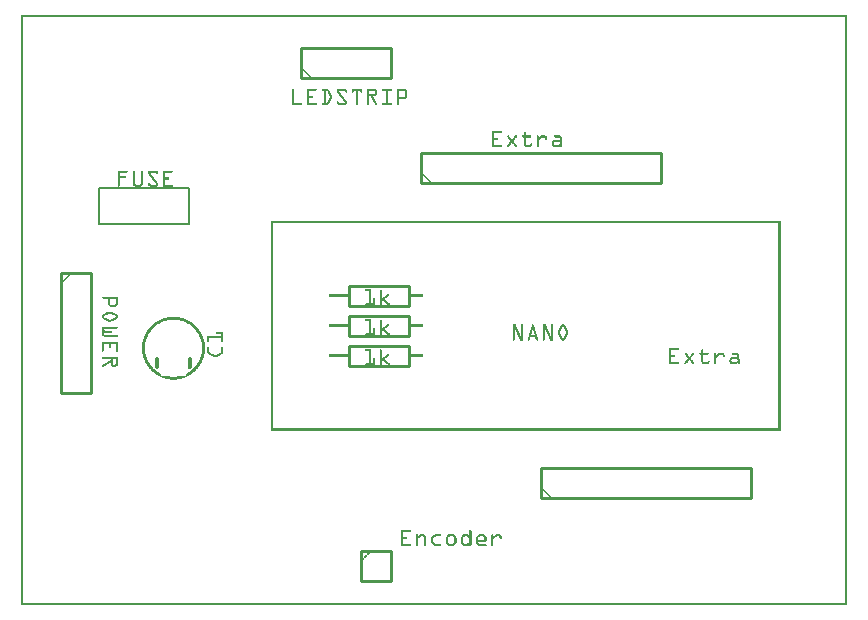
<source format=gto>
G04 MADE WITH FRITZING*
G04 WWW.FRITZING.ORG*
G04 DOUBLE SIDED*
G04 HOLES PLATED*
G04 CONTOUR ON CENTER OF CONTOUR VECTOR*
%ASAXBY*%
%FSLAX23Y23*%
%MOIN*%
%OFA0B0*%
%SFA1.0B1.0*%
%ADD10C,0.010000*%
%ADD11C,0.008000*%
%ADD12R,0.001000X0.001000*%
%LNSILK1*%
G90*
G70*
G54D10*
X135Y1107D02*
X135Y707D01*
D02*
X135Y707D02*
X235Y707D01*
D02*
X235Y707D02*
X235Y1107D01*
D02*
X235Y1107D02*
X135Y1107D01*
G54D11*
D02*
X260Y1392D02*
X560Y1392D01*
D02*
X560Y1392D02*
X560Y1272D01*
D02*
X560Y1272D02*
X260Y1272D01*
D02*
X260Y1272D02*
X260Y1392D01*
G54D10*
D02*
X1094Y865D02*
X1294Y865D01*
D02*
X1294Y865D02*
X1294Y799D01*
D02*
X1294Y799D02*
X1094Y799D01*
D02*
X1094Y799D02*
X1094Y865D01*
D02*
X1094Y965D02*
X1294Y965D01*
D02*
X1294Y965D02*
X1294Y899D01*
D02*
X1294Y899D02*
X1094Y899D01*
D02*
X1094Y899D02*
X1094Y965D01*
D02*
X1094Y1065D02*
X1294Y1065D01*
D02*
X1294Y1065D02*
X1294Y999D01*
D02*
X1294Y999D02*
X1094Y999D01*
D02*
X1094Y999D02*
X1094Y1065D01*
D02*
X935Y1757D02*
X1235Y1757D01*
D02*
X1235Y1757D02*
X1235Y1857D01*
D02*
X1235Y1857D02*
X935Y1857D01*
D02*
X935Y1857D02*
X935Y1757D01*
D02*
X1735Y357D02*
X2435Y357D01*
D02*
X2435Y357D02*
X2435Y457D01*
D02*
X2435Y457D02*
X1735Y457D01*
D02*
X1735Y457D02*
X1735Y357D01*
D02*
X1335Y1407D02*
X2135Y1407D01*
D02*
X2135Y1407D02*
X2135Y1507D01*
D02*
X2135Y1507D02*
X1335Y1507D01*
D02*
X1335Y1507D02*
X1335Y1407D01*
D02*
X1135Y182D02*
X1135Y82D01*
D02*
X1135Y82D02*
X1235Y82D01*
D02*
X1235Y82D02*
X1235Y182D01*
D02*
X1235Y182D02*
X1135Y182D01*
G54D12*
X1Y1968D02*
X2755Y1968D01*
X1Y1967D02*
X2755Y1967D01*
X1Y1966D02*
X2755Y1966D01*
X1Y1965D02*
X2755Y1965D01*
X1Y1964D02*
X2755Y1964D01*
X1Y1963D02*
X2755Y1963D01*
X1Y1962D02*
X2755Y1962D01*
X1Y1961D02*
X2755Y1961D01*
X1Y1960D02*
X8Y1960D01*
X2748Y1960D02*
X2755Y1960D01*
X1Y1959D02*
X8Y1959D01*
X2748Y1959D02*
X2755Y1959D01*
X1Y1958D02*
X8Y1958D01*
X2748Y1958D02*
X2755Y1958D01*
X1Y1957D02*
X8Y1957D01*
X2748Y1957D02*
X2755Y1957D01*
X1Y1956D02*
X8Y1956D01*
X2748Y1956D02*
X2755Y1956D01*
X1Y1955D02*
X8Y1955D01*
X2748Y1955D02*
X2755Y1955D01*
X1Y1954D02*
X8Y1954D01*
X2748Y1954D02*
X2755Y1954D01*
X1Y1953D02*
X8Y1953D01*
X2748Y1953D02*
X2755Y1953D01*
X1Y1952D02*
X8Y1952D01*
X2748Y1952D02*
X2755Y1952D01*
X1Y1951D02*
X8Y1951D01*
X2748Y1951D02*
X2755Y1951D01*
X1Y1950D02*
X8Y1950D01*
X2748Y1950D02*
X2755Y1950D01*
X1Y1949D02*
X8Y1949D01*
X2748Y1949D02*
X2755Y1949D01*
X1Y1948D02*
X8Y1948D01*
X2748Y1948D02*
X2755Y1948D01*
X1Y1947D02*
X8Y1947D01*
X2748Y1947D02*
X2755Y1947D01*
X1Y1946D02*
X8Y1946D01*
X2748Y1946D02*
X2755Y1946D01*
X1Y1945D02*
X8Y1945D01*
X2748Y1945D02*
X2755Y1945D01*
X1Y1944D02*
X8Y1944D01*
X2748Y1944D02*
X2755Y1944D01*
X1Y1943D02*
X8Y1943D01*
X2748Y1943D02*
X2755Y1943D01*
X1Y1942D02*
X8Y1942D01*
X2748Y1942D02*
X2755Y1942D01*
X1Y1941D02*
X8Y1941D01*
X2748Y1941D02*
X2755Y1941D01*
X1Y1940D02*
X8Y1940D01*
X2748Y1940D02*
X2755Y1940D01*
X1Y1939D02*
X8Y1939D01*
X2748Y1939D02*
X2755Y1939D01*
X1Y1938D02*
X8Y1938D01*
X2748Y1938D02*
X2755Y1938D01*
X1Y1937D02*
X8Y1937D01*
X2748Y1937D02*
X2755Y1937D01*
X1Y1936D02*
X8Y1936D01*
X2748Y1936D02*
X2755Y1936D01*
X1Y1935D02*
X8Y1935D01*
X2748Y1935D02*
X2755Y1935D01*
X1Y1934D02*
X8Y1934D01*
X2748Y1934D02*
X2755Y1934D01*
X1Y1933D02*
X8Y1933D01*
X2748Y1933D02*
X2755Y1933D01*
X1Y1932D02*
X8Y1932D01*
X2748Y1932D02*
X2755Y1932D01*
X1Y1931D02*
X8Y1931D01*
X2748Y1931D02*
X2755Y1931D01*
X1Y1930D02*
X8Y1930D01*
X2748Y1930D02*
X2755Y1930D01*
X1Y1929D02*
X8Y1929D01*
X2748Y1929D02*
X2755Y1929D01*
X1Y1928D02*
X8Y1928D01*
X2748Y1928D02*
X2755Y1928D01*
X1Y1927D02*
X8Y1927D01*
X2748Y1927D02*
X2755Y1927D01*
X1Y1926D02*
X8Y1926D01*
X2748Y1926D02*
X2755Y1926D01*
X1Y1925D02*
X8Y1925D01*
X2748Y1925D02*
X2755Y1925D01*
X1Y1924D02*
X8Y1924D01*
X2748Y1924D02*
X2755Y1924D01*
X1Y1923D02*
X8Y1923D01*
X2748Y1923D02*
X2755Y1923D01*
X1Y1922D02*
X8Y1922D01*
X2748Y1922D02*
X2755Y1922D01*
X1Y1921D02*
X8Y1921D01*
X2748Y1921D02*
X2755Y1921D01*
X1Y1920D02*
X8Y1920D01*
X2748Y1920D02*
X2755Y1920D01*
X1Y1919D02*
X8Y1919D01*
X2748Y1919D02*
X2755Y1919D01*
X1Y1918D02*
X8Y1918D01*
X2748Y1918D02*
X2755Y1918D01*
X1Y1917D02*
X8Y1917D01*
X2748Y1917D02*
X2755Y1917D01*
X1Y1916D02*
X8Y1916D01*
X2748Y1916D02*
X2755Y1916D01*
X1Y1915D02*
X8Y1915D01*
X2748Y1915D02*
X2755Y1915D01*
X1Y1914D02*
X8Y1914D01*
X2748Y1914D02*
X2755Y1914D01*
X1Y1913D02*
X8Y1913D01*
X2748Y1913D02*
X2755Y1913D01*
X1Y1912D02*
X8Y1912D01*
X2748Y1912D02*
X2755Y1912D01*
X1Y1911D02*
X8Y1911D01*
X2748Y1911D02*
X2755Y1911D01*
X1Y1910D02*
X8Y1910D01*
X2748Y1910D02*
X2755Y1910D01*
X1Y1909D02*
X8Y1909D01*
X2748Y1909D02*
X2755Y1909D01*
X1Y1908D02*
X8Y1908D01*
X2748Y1908D02*
X2755Y1908D01*
X1Y1907D02*
X8Y1907D01*
X2748Y1907D02*
X2755Y1907D01*
X1Y1906D02*
X8Y1906D01*
X2748Y1906D02*
X2755Y1906D01*
X1Y1905D02*
X8Y1905D01*
X2748Y1905D02*
X2755Y1905D01*
X1Y1904D02*
X8Y1904D01*
X2748Y1904D02*
X2755Y1904D01*
X1Y1903D02*
X8Y1903D01*
X2748Y1903D02*
X2755Y1903D01*
X1Y1902D02*
X8Y1902D01*
X2748Y1902D02*
X2755Y1902D01*
X1Y1901D02*
X8Y1901D01*
X2748Y1901D02*
X2755Y1901D01*
X1Y1900D02*
X8Y1900D01*
X2748Y1900D02*
X2755Y1900D01*
X1Y1899D02*
X8Y1899D01*
X2748Y1899D02*
X2755Y1899D01*
X1Y1898D02*
X8Y1898D01*
X2748Y1898D02*
X2755Y1898D01*
X1Y1897D02*
X8Y1897D01*
X2748Y1897D02*
X2755Y1897D01*
X1Y1896D02*
X8Y1896D01*
X2748Y1896D02*
X2755Y1896D01*
X1Y1895D02*
X8Y1895D01*
X2748Y1895D02*
X2755Y1895D01*
X1Y1894D02*
X8Y1894D01*
X2748Y1894D02*
X2755Y1894D01*
X1Y1893D02*
X8Y1893D01*
X2748Y1893D02*
X2755Y1893D01*
X1Y1892D02*
X8Y1892D01*
X2748Y1892D02*
X2755Y1892D01*
X1Y1891D02*
X8Y1891D01*
X2748Y1891D02*
X2755Y1891D01*
X1Y1890D02*
X8Y1890D01*
X2748Y1890D02*
X2755Y1890D01*
X1Y1889D02*
X8Y1889D01*
X2748Y1889D02*
X2755Y1889D01*
X1Y1888D02*
X8Y1888D01*
X2748Y1888D02*
X2755Y1888D01*
X1Y1887D02*
X8Y1887D01*
X2748Y1887D02*
X2755Y1887D01*
X1Y1886D02*
X8Y1886D01*
X2748Y1886D02*
X2755Y1886D01*
X1Y1885D02*
X8Y1885D01*
X2748Y1885D02*
X2755Y1885D01*
X1Y1884D02*
X8Y1884D01*
X2748Y1884D02*
X2755Y1884D01*
X1Y1883D02*
X8Y1883D01*
X2748Y1883D02*
X2755Y1883D01*
X1Y1882D02*
X8Y1882D01*
X2748Y1882D02*
X2755Y1882D01*
X1Y1881D02*
X8Y1881D01*
X2748Y1881D02*
X2755Y1881D01*
X1Y1880D02*
X8Y1880D01*
X2748Y1880D02*
X2755Y1880D01*
X1Y1879D02*
X8Y1879D01*
X2748Y1879D02*
X2755Y1879D01*
X1Y1878D02*
X8Y1878D01*
X2748Y1878D02*
X2755Y1878D01*
X1Y1877D02*
X8Y1877D01*
X2748Y1877D02*
X2755Y1877D01*
X1Y1876D02*
X8Y1876D01*
X2748Y1876D02*
X2755Y1876D01*
X1Y1875D02*
X8Y1875D01*
X2748Y1875D02*
X2755Y1875D01*
X1Y1874D02*
X8Y1874D01*
X2748Y1874D02*
X2755Y1874D01*
X1Y1873D02*
X8Y1873D01*
X2748Y1873D02*
X2755Y1873D01*
X1Y1872D02*
X8Y1872D01*
X2748Y1872D02*
X2755Y1872D01*
X1Y1871D02*
X8Y1871D01*
X2748Y1871D02*
X2755Y1871D01*
X1Y1870D02*
X8Y1870D01*
X2748Y1870D02*
X2755Y1870D01*
X1Y1869D02*
X8Y1869D01*
X2748Y1869D02*
X2755Y1869D01*
X1Y1868D02*
X8Y1868D01*
X2748Y1868D02*
X2755Y1868D01*
X1Y1867D02*
X8Y1867D01*
X2748Y1867D02*
X2755Y1867D01*
X1Y1866D02*
X8Y1866D01*
X2748Y1866D02*
X2755Y1866D01*
X1Y1865D02*
X8Y1865D01*
X2748Y1865D02*
X2755Y1865D01*
X1Y1864D02*
X8Y1864D01*
X2748Y1864D02*
X2755Y1864D01*
X1Y1863D02*
X8Y1863D01*
X2748Y1863D02*
X2755Y1863D01*
X1Y1862D02*
X8Y1862D01*
X2748Y1862D02*
X2755Y1862D01*
X1Y1861D02*
X8Y1861D01*
X2748Y1861D02*
X2755Y1861D01*
X1Y1860D02*
X8Y1860D01*
X2748Y1860D02*
X2755Y1860D01*
X1Y1859D02*
X8Y1859D01*
X2748Y1859D02*
X2755Y1859D01*
X1Y1858D02*
X8Y1858D01*
X2748Y1858D02*
X2755Y1858D01*
X1Y1857D02*
X8Y1857D01*
X2748Y1857D02*
X2755Y1857D01*
X1Y1856D02*
X8Y1856D01*
X2748Y1856D02*
X2755Y1856D01*
X1Y1855D02*
X8Y1855D01*
X2748Y1855D02*
X2755Y1855D01*
X1Y1854D02*
X8Y1854D01*
X2748Y1854D02*
X2755Y1854D01*
X1Y1853D02*
X8Y1853D01*
X2748Y1853D02*
X2755Y1853D01*
X1Y1852D02*
X8Y1852D01*
X2748Y1852D02*
X2755Y1852D01*
X1Y1851D02*
X8Y1851D01*
X2748Y1851D02*
X2755Y1851D01*
X1Y1850D02*
X8Y1850D01*
X2748Y1850D02*
X2755Y1850D01*
X1Y1849D02*
X8Y1849D01*
X2748Y1849D02*
X2755Y1849D01*
X1Y1848D02*
X8Y1848D01*
X2748Y1848D02*
X2755Y1848D01*
X1Y1847D02*
X8Y1847D01*
X2748Y1847D02*
X2755Y1847D01*
X1Y1846D02*
X8Y1846D01*
X2748Y1846D02*
X2755Y1846D01*
X1Y1845D02*
X8Y1845D01*
X2748Y1845D02*
X2755Y1845D01*
X1Y1844D02*
X8Y1844D01*
X2748Y1844D02*
X2755Y1844D01*
X1Y1843D02*
X8Y1843D01*
X2748Y1843D02*
X2755Y1843D01*
X1Y1842D02*
X8Y1842D01*
X2748Y1842D02*
X2755Y1842D01*
X1Y1841D02*
X8Y1841D01*
X2748Y1841D02*
X2755Y1841D01*
X1Y1840D02*
X8Y1840D01*
X2748Y1840D02*
X2755Y1840D01*
X1Y1839D02*
X8Y1839D01*
X2748Y1839D02*
X2755Y1839D01*
X1Y1838D02*
X8Y1838D01*
X2748Y1838D02*
X2755Y1838D01*
X1Y1837D02*
X8Y1837D01*
X2748Y1837D02*
X2755Y1837D01*
X1Y1836D02*
X8Y1836D01*
X2748Y1836D02*
X2755Y1836D01*
X1Y1835D02*
X8Y1835D01*
X2748Y1835D02*
X2755Y1835D01*
X1Y1834D02*
X8Y1834D01*
X2748Y1834D02*
X2755Y1834D01*
X1Y1833D02*
X8Y1833D01*
X2748Y1833D02*
X2755Y1833D01*
X1Y1832D02*
X8Y1832D01*
X2748Y1832D02*
X2755Y1832D01*
X1Y1831D02*
X8Y1831D01*
X2748Y1831D02*
X2755Y1831D01*
X1Y1830D02*
X8Y1830D01*
X2748Y1830D02*
X2755Y1830D01*
X1Y1829D02*
X8Y1829D01*
X2748Y1829D02*
X2755Y1829D01*
X1Y1828D02*
X8Y1828D01*
X2748Y1828D02*
X2755Y1828D01*
X1Y1827D02*
X8Y1827D01*
X2748Y1827D02*
X2755Y1827D01*
X1Y1826D02*
X8Y1826D01*
X2748Y1826D02*
X2755Y1826D01*
X1Y1825D02*
X8Y1825D01*
X2748Y1825D02*
X2755Y1825D01*
X1Y1824D02*
X8Y1824D01*
X2748Y1824D02*
X2755Y1824D01*
X1Y1823D02*
X8Y1823D01*
X2748Y1823D02*
X2755Y1823D01*
X1Y1822D02*
X8Y1822D01*
X2748Y1822D02*
X2755Y1822D01*
X1Y1821D02*
X8Y1821D01*
X2748Y1821D02*
X2755Y1821D01*
X1Y1820D02*
X8Y1820D01*
X2748Y1820D02*
X2755Y1820D01*
X1Y1819D02*
X8Y1819D01*
X2748Y1819D02*
X2755Y1819D01*
X1Y1818D02*
X8Y1818D01*
X2748Y1818D02*
X2755Y1818D01*
X1Y1817D02*
X8Y1817D01*
X2748Y1817D02*
X2755Y1817D01*
X1Y1816D02*
X8Y1816D01*
X2748Y1816D02*
X2755Y1816D01*
X1Y1815D02*
X8Y1815D01*
X2748Y1815D02*
X2755Y1815D01*
X1Y1814D02*
X8Y1814D01*
X2748Y1814D02*
X2755Y1814D01*
X1Y1813D02*
X8Y1813D01*
X2748Y1813D02*
X2755Y1813D01*
X1Y1812D02*
X8Y1812D01*
X2748Y1812D02*
X2755Y1812D01*
X1Y1811D02*
X8Y1811D01*
X2748Y1811D02*
X2755Y1811D01*
X1Y1810D02*
X8Y1810D01*
X2748Y1810D02*
X2755Y1810D01*
X1Y1809D02*
X8Y1809D01*
X2748Y1809D02*
X2755Y1809D01*
X1Y1808D02*
X8Y1808D01*
X2748Y1808D02*
X2755Y1808D01*
X1Y1807D02*
X8Y1807D01*
X2748Y1807D02*
X2755Y1807D01*
X1Y1806D02*
X8Y1806D01*
X2748Y1806D02*
X2755Y1806D01*
X1Y1805D02*
X8Y1805D01*
X2748Y1805D02*
X2755Y1805D01*
X1Y1804D02*
X8Y1804D01*
X2748Y1804D02*
X2755Y1804D01*
X1Y1803D02*
X8Y1803D01*
X2748Y1803D02*
X2755Y1803D01*
X1Y1802D02*
X8Y1802D01*
X2748Y1802D02*
X2755Y1802D01*
X1Y1801D02*
X8Y1801D01*
X2748Y1801D02*
X2755Y1801D01*
X1Y1800D02*
X8Y1800D01*
X2748Y1800D02*
X2755Y1800D01*
X1Y1799D02*
X8Y1799D01*
X2748Y1799D02*
X2755Y1799D01*
X1Y1798D02*
X8Y1798D01*
X2748Y1798D02*
X2755Y1798D01*
X1Y1797D02*
X8Y1797D01*
X2748Y1797D02*
X2755Y1797D01*
X1Y1796D02*
X8Y1796D01*
X2748Y1796D02*
X2755Y1796D01*
X1Y1795D02*
X8Y1795D01*
X2748Y1795D02*
X2755Y1795D01*
X1Y1794D02*
X8Y1794D01*
X2748Y1794D02*
X2755Y1794D01*
X1Y1793D02*
X8Y1793D01*
X936Y1793D02*
X937Y1793D01*
X2748Y1793D02*
X2755Y1793D01*
X1Y1792D02*
X8Y1792D01*
X935Y1792D02*
X938Y1792D01*
X2748Y1792D02*
X2755Y1792D01*
X1Y1791D02*
X8Y1791D01*
X934Y1791D02*
X939Y1791D01*
X2748Y1791D02*
X2755Y1791D01*
X1Y1790D02*
X8Y1790D01*
X934Y1790D02*
X940Y1790D01*
X2748Y1790D02*
X2755Y1790D01*
X1Y1789D02*
X8Y1789D01*
X935Y1789D02*
X941Y1789D01*
X2748Y1789D02*
X2755Y1789D01*
X1Y1788D02*
X8Y1788D01*
X936Y1788D02*
X942Y1788D01*
X2748Y1788D02*
X2755Y1788D01*
X1Y1787D02*
X8Y1787D01*
X937Y1787D02*
X943Y1787D01*
X2748Y1787D02*
X2755Y1787D01*
X1Y1786D02*
X8Y1786D01*
X938Y1786D02*
X944Y1786D01*
X2748Y1786D02*
X2755Y1786D01*
X1Y1785D02*
X8Y1785D01*
X939Y1785D02*
X945Y1785D01*
X2748Y1785D02*
X2755Y1785D01*
X1Y1784D02*
X8Y1784D01*
X940Y1784D02*
X946Y1784D01*
X2748Y1784D02*
X2755Y1784D01*
X1Y1783D02*
X8Y1783D01*
X941Y1783D02*
X947Y1783D01*
X2748Y1783D02*
X2755Y1783D01*
X1Y1782D02*
X8Y1782D01*
X942Y1782D02*
X948Y1782D01*
X2748Y1782D02*
X2755Y1782D01*
X1Y1781D02*
X8Y1781D01*
X943Y1781D02*
X949Y1781D01*
X2748Y1781D02*
X2755Y1781D01*
X1Y1780D02*
X8Y1780D01*
X944Y1780D02*
X950Y1780D01*
X2748Y1780D02*
X2755Y1780D01*
X1Y1779D02*
X8Y1779D01*
X945Y1779D02*
X950Y1779D01*
X2748Y1779D02*
X2755Y1779D01*
X1Y1778D02*
X8Y1778D01*
X946Y1778D02*
X951Y1778D01*
X2748Y1778D02*
X2755Y1778D01*
X1Y1777D02*
X8Y1777D01*
X947Y1777D02*
X952Y1777D01*
X2748Y1777D02*
X2755Y1777D01*
X1Y1776D02*
X8Y1776D01*
X948Y1776D02*
X953Y1776D01*
X2748Y1776D02*
X2755Y1776D01*
X1Y1775D02*
X8Y1775D01*
X949Y1775D02*
X954Y1775D01*
X2748Y1775D02*
X2755Y1775D01*
X1Y1774D02*
X8Y1774D01*
X950Y1774D02*
X955Y1774D01*
X2748Y1774D02*
X2755Y1774D01*
X1Y1773D02*
X8Y1773D01*
X951Y1773D02*
X957Y1773D01*
X2748Y1773D02*
X2755Y1773D01*
X1Y1772D02*
X8Y1772D01*
X952Y1772D02*
X958Y1772D01*
X2748Y1772D02*
X2755Y1772D01*
X1Y1771D02*
X8Y1771D01*
X953Y1771D02*
X959Y1771D01*
X2748Y1771D02*
X2755Y1771D01*
X1Y1770D02*
X8Y1770D01*
X954Y1770D02*
X960Y1770D01*
X2748Y1770D02*
X2755Y1770D01*
X1Y1769D02*
X8Y1769D01*
X955Y1769D02*
X961Y1769D01*
X2748Y1769D02*
X2755Y1769D01*
X1Y1768D02*
X8Y1768D01*
X956Y1768D02*
X962Y1768D01*
X2748Y1768D02*
X2755Y1768D01*
X1Y1767D02*
X8Y1767D01*
X957Y1767D02*
X963Y1767D01*
X2748Y1767D02*
X2755Y1767D01*
X1Y1766D02*
X8Y1766D01*
X958Y1766D02*
X964Y1766D01*
X2748Y1766D02*
X2755Y1766D01*
X1Y1765D02*
X8Y1765D01*
X959Y1765D02*
X965Y1765D01*
X2748Y1765D02*
X2755Y1765D01*
X1Y1764D02*
X8Y1764D01*
X960Y1764D02*
X966Y1764D01*
X2748Y1764D02*
X2755Y1764D01*
X1Y1763D02*
X8Y1763D01*
X961Y1763D02*
X967Y1763D01*
X2748Y1763D02*
X2755Y1763D01*
X1Y1762D02*
X8Y1762D01*
X962Y1762D02*
X968Y1762D01*
X2748Y1762D02*
X2755Y1762D01*
X1Y1761D02*
X8Y1761D01*
X963Y1761D02*
X969Y1761D01*
X2748Y1761D02*
X2755Y1761D01*
X1Y1760D02*
X8Y1760D01*
X964Y1760D02*
X970Y1760D01*
X2748Y1760D02*
X2755Y1760D01*
X1Y1759D02*
X8Y1759D01*
X965Y1759D02*
X971Y1759D01*
X2748Y1759D02*
X2755Y1759D01*
X1Y1758D02*
X8Y1758D01*
X966Y1758D02*
X970Y1758D01*
X2748Y1758D02*
X2755Y1758D01*
X1Y1757D02*
X8Y1757D01*
X967Y1757D02*
X969Y1757D01*
X2748Y1757D02*
X2755Y1757D01*
X1Y1756D02*
X8Y1756D01*
X968Y1756D02*
X968Y1756D01*
X2748Y1756D02*
X2755Y1756D01*
X1Y1755D02*
X8Y1755D01*
X2748Y1755D02*
X2755Y1755D01*
X1Y1754D02*
X8Y1754D01*
X2748Y1754D02*
X2755Y1754D01*
X1Y1753D02*
X8Y1753D01*
X2748Y1753D02*
X2755Y1753D01*
X1Y1752D02*
X8Y1752D01*
X2748Y1752D02*
X2755Y1752D01*
X1Y1751D02*
X8Y1751D01*
X2748Y1751D02*
X2755Y1751D01*
X1Y1750D02*
X8Y1750D01*
X2748Y1750D02*
X2755Y1750D01*
X1Y1749D02*
X8Y1749D01*
X2748Y1749D02*
X2755Y1749D01*
X1Y1748D02*
X8Y1748D01*
X2748Y1748D02*
X2755Y1748D01*
X1Y1747D02*
X8Y1747D01*
X2748Y1747D02*
X2755Y1747D01*
X1Y1746D02*
X8Y1746D01*
X2748Y1746D02*
X2755Y1746D01*
X1Y1745D02*
X8Y1745D01*
X2748Y1745D02*
X2755Y1745D01*
X1Y1744D02*
X8Y1744D01*
X2748Y1744D02*
X2755Y1744D01*
X1Y1743D02*
X8Y1743D01*
X2748Y1743D02*
X2755Y1743D01*
X1Y1742D02*
X8Y1742D01*
X2748Y1742D02*
X2755Y1742D01*
X1Y1741D02*
X8Y1741D01*
X2748Y1741D02*
X2755Y1741D01*
X1Y1740D02*
X8Y1740D01*
X2748Y1740D02*
X2755Y1740D01*
X1Y1739D02*
X8Y1739D01*
X2748Y1739D02*
X2755Y1739D01*
X1Y1738D02*
X8Y1738D01*
X2748Y1738D02*
X2755Y1738D01*
X1Y1737D02*
X8Y1737D01*
X2748Y1737D02*
X2755Y1737D01*
X1Y1736D02*
X8Y1736D01*
X2748Y1736D02*
X2755Y1736D01*
X1Y1735D02*
X8Y1735D01*
X2748Y1735D02*
X2755Y1735D01*
X1Y1734D02*
X8Y1734D01*
X2748Y1734D02*
X2755Y1734D01*
X1Y1733D02*
X8Y1733D01*
X2748Y1733D02*
X2755Y1733D01*
X1Y1732D02*
X8Y1732D01*
X2748Y1732D02*
X2755Y1732D01*
X1Y1731D02*
X8Y1731D01*
X2748Y1731D02*
X2755Y1731D01*
X1Y1730D02*
X8Y1730D01*
X2748Y1730D02*
X2755Y1730D01*
X1Y1729D02*
X8Y1729D01*
X2748Y1729D02*
X2755Y1729D01*
X1Y1728D02*
X8Y1728D01*
X2748Y1728D02*
X2755Y1728D01*
X1Y1727D02*
X8Y1727D01*
X2748Y1727D02*
X2755Y1727D01*
X1Y1726D02*
X8Y1726D01*
X2748Y1726D02*
X2755Y1726D01*
X1Y1725D02*
X8Y1725D01*
X2748Y1725D02*
X2755Y1725D01*
X1Y1724D02*
X8Y1724D01*
X2748Y1724D02*
X2755Y1724D01*
X1Y1723D02*
X8Y1723D01*
X2748Y1723D02*
X2755Y1723D01*
X1Y1722D02*
X8Y1722D01*
X907Y1722D02*
X907Y1722D01*
X954Y1722D02*
X985Y1722D01*
X1007Y1722D02*
X1021Y1722D01*
X1061Y1722D02*
X1080Y1722D01*
X1105Y1722D02*
X1138Y1722D01*
X1155Y1722D02*
X1179Y1722D01*
X1208Y1722D02*
X1236Y1722D01*
X1256Y1722D02*
X1280Y1722D01*
X2748Y1722D02*
X2755Y1722D01*
X1Y1721D02*
X8Y1721D01*
X905Y1721D02*
X909Y1721D01*
X954Y1721D02*
X987Y1721D01*
X1005Y1721D02*
X1024Y1721D01*
X1058Y1721D02*
X1083Y1721D01*
X1105Y1721D02*
X1138Y1721D01*
X1155Y1721D02*
X1183Y1721D01*
X1206Y1721D02*
X1238Y1721D01*
X1255Y1721D02*
X1283Y1721D01*
X2748Y1721D02*
X2755Y1721D01*
X1Y1720D02*
X8Y1720D01*
X904Y1720D02*
X910Y1720D01*
X954Y1720D02*
X987Y1720D01*
X1005Y1720D02*
X1026Y1720D01*
X1057Y1720D02*
X1085Y1720D01*
X1105Y1720D02*
X1138Y1720D01*
X1155Y1720D02*
X1184Y1720D01*
X1205Y1720D02*
X1238Y1720D01*
X1255Y1720D02*
X1285Y1720D01*
X2748Y1720D02*
X2755Y1720D01*
X1Y1719D02*
X8Y1719D01*
X904Y1719D02*
X910Y1719D01*
X954Y1719D02*
X988Y1719D01*
X1004Y1719D02*
X1027Y1719D01*
X1056Y1719D02*
X1086Y1719D01*
X1105Y1719D02*
X1138Y1719D01*
X1155Y1719D02*
X1185Y1719D01*
X1205Y1719D02*
X1239Y1719D01*
X1255Y1719D02*
X1286Y1719D01*
X2748Y1719D02*
X2755Y1719D01*
X1Y1718D02*
X8Y1718D01*
X904Y1718D02*
X910Y1718D01*
X954Y1718D02*
X988Y1718D01*
X1004Y1718D02*
X1028Y1718D01*
X1055Y1718D02*
X1086Y1718D01*
X1105Y1718D02*
X1138Y1718D01*
X1155Y1718D02*
X1186Y1718D01*
X1205Y1718D02*
X1239Y1718D01*
X1255Y1718D02*
X1287Y1718D01*
X2748Y1718D02*
X2755Y1718D01*
X1Y1717D02*
X8Y1717D01*
X904Y1717D02*
X910Y1717D01*
X954Y1717D02*
X987Y1717D01*
X1005Y1717D02*
X1029Y1717D01*
X1055Y1717D02*
X1087Y1717D01*
X1105Y1717D02*
X1138Y1717D01*
X1155Y1717D02*
X1187Y1717D01*
X1206Y1717D02*
X1238Y1717D01*
X1255Y1717D02*
X1287Y1717D01*
X2748Y1717D02*
X2755Y1717D01*
X1Y1716D02*
X8Y1716D01*
X904Y1716D02*
X910Y1716D01*
X954Y1716D02*
X986Y1716D01*
X1006Y1716D02*
X1029Y1716D01*
X1055Y1716D02*
X1088Y1716D01*
X1105Y1716D02*
X1138Y1716D01*
X1155Y1716D02*
X1188Y1716D01*
X1206Y1716D02*
X1237Y1716D01*
X1255Y1716D02*
X1288Y1716D01*
X2748Y1716D02*
X2755Y1716D01*
X1Y1715D02*
X8Y1715D01*
X904Y1715D02*
X910Y1715D01*
X954Y1715D02*
X960Y1715D01*
X1011Y1715D02*
X1018Y1715D01*
X1022Y1715D02*
X1030Y1715D01*
X1055Y1715D02*
X1061Y1715D01*
X1080Y1715D02*
X1088Y1715D01*
X1105Y1715D02*
X1111Y1715D01*
X1118Y1715D02*
X1125Y1715D01*
X1132Y1715D02*
X1138Y1715D01*
X1155Y1715D02*
X1161Y1715D01*
X1180Y1715D02*
X1188Y1715D01*
X1219Y1715D02*
X1225Y1715D01*
X1255Y1715D02*
X1262Y1715D01*
X1280Y1715D02*
X1288Y1715D01*
X2748Y1715D02*
X2755Y1715D01*
X1Y1714D02*
X8Y1714D01*
X904Y1714D02*
X910Y1714D01*
X954Y1714D02*
X960Y1714D01*
X1011Y1714D02*
X1017Y1714D01*
X1023Y1714D02*
X1030Y1714D01*
X1055Y1714D02*
X1061Y1714D01*
X1082Y1714D02*
X1088Y1714D01*
X1105Y1714D02*
X1111Y1714D01*
X1118Y1714D02*
X1125Y1714D01*
X1132Y1714D02*
X1138Y1714D01*
X1155Y1714D02*
X1161Y1714D01*
X1181Y1714D02*
X1188Y1714D01*
X1219Y1714D02*
X1225Y1714D01*
X1255Y1714D02*
X1261Y1714D01*
X1282Y1714D02*
X1289Y1714D01*
X2748Y1714D02*
X2755Y1714D01*
X1Y1713D02*
X8Y1713D01*
X904Y1713D02*
X910Y1713D01*
X954Y1713D02*
X960Y1713D01*
X1011Y1713D02*
X1017Y1713D01*
X1024Y1713D02*
X1031Y1713D01*
X1055Y1713D02*
X1061Y1713D01*
X1082Y1713D02*
X1088Y1713D01*
X1105Y1713D02*
X1111Y1713D01*
X1118Y1713D02*
X1125Y1713D01*
X1132Y1713D02*
X1138Y1713D01*
X1155Y1713D02*
X1161Y1713D01*
X1182Y1713D02*
X1188Y1713D01*
X1219Y1713D02*
X1225Y1713D01*
X1255Y1713D02*
X1261Y1713D01*
X1283Y1713D02*
X1289Y1713D01*
X2748Y1713D02*
X2755Y1713D01*
X1Y1712D02*
X8Y1712D01*
X904Y1712D02*
X910Y1712D01*
X954Y1712D02*
X960Y1712D01*
X1011Y1712D02*
X1017Y1712D01*
X1024Y1712D02*
X1031Y1712D01*
X1055Y1712D02*
X1062Y1712D01*
X1082Y1712D02*
X1088Y1712D01*
X1105Y1712D02*
X1111Y1712D01*
X1118Y1712D02*
X1125Y1712D01*
X1132Y1712D02*
X1138Y1712D01*
X1155Y1712D02*
X1161Y1712D01*
X1182Y1712D02*
X1188Y1712D01*
X1219Y1712D02*
X1225Y1712D01*
X1255Y1712D02*
X1261Y1712D01*
X1283Y1712D02*
X1289Y1712D01*
X2748Y1712D02*
X2755Y1712D01*
X1Y1711D02*
X8Y1711D01*
X904Y1711D02*
X910Y1711D01*
X954Y1711D02*
X960Y1711D01*
X1011Y1711D02*
X1017Y1711D01*
X1025Y1711D02*
X1032Y1711D01*
X1055Y1711D02*
X1063Y1711D01*
X1083Y1711D02*
X1088Y1711D01*
X1105Y1711D02*
X1110Y1711D01*
X1118Y1711D02*
X1125Y1711D01*
X1133Y1711D02*
X1138Y1711D01*
X1155Y1711D02*
X1161Y1711D01*
X1182Y1711D02*
X1189Y1711D01*
X1219Y1711D02*
X1225Y1711D01*
X1255Y1711D02*
X1261Y1711D01*
X1283Y1711D02*
X1289Y1711D01*
X2748Y1711D02*
X2755Y1711D01*
X1Y1710D02*
X8Y1710D01*
X904Y1710D02*
X910Y1710D01*
X954Y1710D02*
X960Y1710D01*
X1011Y1710D02*
X1017Y1710D01*
X1025Y1710D02*
X1032Y1710D01*
X1056Y1710D02*
X1064Y1710D01*
X1084Y1710D02*
X1087Y1710D01*
X1106Y1710D02*
X1109Y1710D01*
X1118Y1710D02*
X1125Y1710D01*
X1134Y1710D02*
X1137Y1710D01*
X1155Y1710D02*
X1161Y1710D01*
X1182Y1710D02*
X1189Y1710D01*
X1219Y1710D02*
X1225Y1710D01*
X1255Y1710D02*
X1261Y1710D01*
X1283Y1710D02*
X1289Y1710D01*
X2748Y1710D02*
X2755Y1710D01*
X1Y1709D02*
X8Y1709D01*
X904Y1709D02*
X910Y1709D01*
X954Y1709D02*
X960Y1709D01*
X1011Y1709D02*
X1017Y1709D01*
X1026Y1709D02*
X1033Y1709D01*
X1056Y1709D02*
X1064Y1709D01*
X1118Y1709D02*
X1125Y1709D01*
X1155Y1709D02*
X1161Y1709D01*
X1182Y1709D02*
X1189Y1709D01*
X1219Y1709D02*
X1225Y1709D01*
X1255Y1709D02*
X1261Y1709D01*
X1283Y1709D02*
X1289Y1709D01*
X2748Y1709D02*
X2755Y1709D01*
X1Y1708D02*
X8Y1708D01*
X904Y1708D02*
X910Y1708D01*
X954Y1708D02*
X960Y1708D01*
X1011Y1708D02*
X1017Y1708D01*
X1026Y1708D02*
X1033Y1708D01*
X1057Y1708D02*
X1065Y1708D01*
X1118Y1708D02*
X1125Y1708D01*
X1155Y1708D02*
X1161Y1708D01*
X1182Y1708D02*
X1189Y1708D01*
X1219Y1708D02*
X1225Y1708D01*
X1255Y1708D02*
X1261Y1708D01*
X1283Y1708D02*
X1289Y1708D01*
X2748Y1708D02*
X2755Y1708D01*
X1Y1707D02*
X8Y1707D01*
X904Y1707D02*
X910Y1707D01*
X954Y1707D02*
X960Y1707D01*
X1011Y1707D02*
X1017Y1707D01*
X1027Y1707D02*
X1034Y1707D01*
X1058Y1707D02*
X1066Y1707D01*
X1118Y1707D02*
X1125Y1707D01*
X1155Y1707D02*
X1161Y1707D01*
X1182Y1707D02*
X1188Y1707D01*
X1219Y1707D02*
X1225Y1707D01*
X1255Y1707D02*
X1261Y1707D01*
X1283Y1707D02*
X1289Y1707D01*
X2748Y1707D02*
X2755Y1707D01*
X1Y1706D02*
X8Y1706D01*
X904Y1706D02*
X910Y1706D01*
X954Y1706D02*
X960Y1706D01*
X1011Y1706D02*
X1017Y1706D01*
X1027Y1706D02*
X1034Y1706D01*
X1059Y1706D02*
X1067Y1706D01*
X1118Y1706D02*
X1125Y1706D01*
X1155Y1706D02*
X1161Y1706D01*
X1182Y1706D02*
X1188Y1706D01*
X1219Y1706D02*
X1225Y1706D01*
X1255Y1706D02*
X1261Y1706D01*
X1283Y1706D02*
X1289Y1706D01*
X2748Y1706D02*
X2755Y1706D01*
X1Y1705D02*
X8Y1705D01*
X904Y1705D02*
X910Y1705D01*
X954Y1705D02*
X960Y1705D01*
X1011Y1705D02*
X1017Y1705D01*
X1028Y1705D02*
X1035Y1705D01*
X1060Y1705D02*
X1068Y1705D01*
X1118Y1705D02*
X1125Y1705D01*
X1155Y1705D02*
X1161Y1705D01*
X1181Y1705D02*
X1188Y1705D01*
X1219Y1705D02*
X1225Y1705D01*
X1255Y1705D02*
X1261Y1705D01*
X1283Y1705D02*
X1289Y1705D01*
X2748Y1705D02*
X2755Y1705D01*
X1Y1704D02*
X8Y1704D01*
X904Y1704D02*
X910Y1704D01*
X954Y1704D02*
X960Y1704D01*
X1011Y1704D02*
X1017Y1704D01*
X1028Y1704D02*
X1035Y1704D01*
X1060Y1704D02*
X1068Y1704D01*
X1118Y1704D02*
X1125Y1704D01*
X1155Y1704D02*
X1188Y1704D01*
X1219Y1704D02*
X1225Y1704D01*
X1255Y1704D02*
X1261Y1704D01*
X1283Y1704D02*
X1289Y1704D01*
X2748Y1704D02*
X2755Y1704D01*
X1Y1703D02*
X8Y1703D01*
X904Y1703D02*
X910Y1703D01*
X954Y1703D02*
X960Y1703D01*
X1011Y1703D02*
X1017Y1703D01*
X1029Y1703D02*
X1036Y1703D01*
X1061Y1703D02*
X1069Y1703D01*
X1118Y1703D02*
X1125Y1703D01*
X1155Y1703D02*
X1187Y1703D01*
X1219Y1703D02*
X1225Y1703D01*
X1255Y1703D02*
X1261Y1703D01*
X1283Y1703D02*
X1289Y1703D01*
X2748Y1703D02*
X2755Y1703D01*
X1Y1702D02*
X8Y1702D01*
X904Y1702D02*
X910Y1702D01*
X954Y1702D02*
X960Y1702D01*
X1011Y1702D02*
X1017Y1702D01*
X1029Y1702D02*
X1036Y1702D01*
X1062Y1702D02*
X1070Y1702D01*
X1118Y1702D02*
X1125Y1702D01*
X1155Y1702D02*
X1187Y1702D01*
X1219Y1702D02*
X1225Y1702D01*
X1255Y1702D02*
X1261Y1702D01*
X1283Y1702D02*
X1289Y1702D01*
X2748Y1702D02*
X2755Y1702D01*
X1Y1701D02*
X8Y1701D01*
X904Y1701D02*
X910Y1701D01*
X954Y1701D02*
X960Y1701D01*
X1011Y1701D02*
X1017Y1701D01*
X1030Y1701D02*
X1037Y1701D01*
X1063Y1701D02*
X1071Y1701D01*
X1118Y1701D02*
X1125Y1701D01*
X1155Y1701D02*
X1186Y1701D01*
X1219Y1701D02*
X1225Y1701D01*
X1255Y1701D02*
X1261Y1701D01*
X1283Y1701D02*
X1289Y1701D01*
X2748Y1701D02*
X2755Y1701D01*
X1Y1700D02*
X8Y1700D01*
X904Y1700D02*
X910Y1700D01*
X954Y1700D02*
X960Y1700D01*
X1011Y1700D02*
X1017Y1700D01*
X1030Y1700D02*
X1037Y1700D01*
X1063Y1700D02*
X1071Y1700D01*
X1118Y1700D02*
X1125Y1700D01*
X1155Y1700D02*
X1185Y1700D01*
X1219Y1700D02*
X1225Y1700D01*
X1255Y1700D02*
X1261Y1700D01*
X1283Y1700D02*
X1289Y1700D01*
X2748Y1700D02*
X2755Y1700D01*
X1Y1699D02*
X8Y1699D01*
X904Y1699D02*
X910Y1699D01*
X954Y1699D02*
X960Y1699D01*
X1011Y1699D02*
X1017Y1699D01*
X1031Y1699D02*
X1037Y1699D01*
X1064Y1699D02*
X1072Y1699D01*
X1118Y1699D02*
X1125Y1699D01*
X1155Y1699D02*
X1183Y1699D01*
X1219Y1699D02*
X1225Y1699D01*
X1255Y1699D02*
X1261Y1699D01*
X1283Y1699D02*
X1289Y1699D01*
X2748Y1699D02*
X2755Y1699D01*
X1Y1698D02*
X8Y1698D01*
X904Y1698D02*
X910Y1698D01*
X954Y1698D02*
X972Y1698D01*
X1011Y1698D02*
X1017Y1698D01*
X1031Y1698D02*
X1038Y1698D01*
X1065Y1698D02*
X1073Y1698D01*
X1118Y1698D02*
X1125Y1698D01*
X1155Y1698D02*
X1181Y1698D01*
X1219Y1698D02*
X1225Y1698D01*
X1255Y1698D02*
X1261Y1698D01*
X1283Y1698D02*
X1289Y1698D01*
X2748Y1698D02*
X2755Y1698D01*
X1Y1697D02*
X8Y1697D01*
X904Y1697D02*
X910Y1697D01*
X954Y1697D02*
X973Y1697D01*
X1011Y1697D02*
X1017Y1697D01*
X1032Y1697D02*
X1038Y1697D01*
X1066Y1697D02*
X1074Y1697D01*
X1118Y1697D02*
X1125Y1697D01*
X1155Y1697D02*
X1161Y1697D01*
X1167Y1697D02*
X1174Y1697D01*
X1219Y1697D02*
X1225Y1697D01*
X1255Y1697D02*
X1261Y1697D01*
X1282Y1697D02*
X1289Y1697D01*
X2748Y1697D02*
X2755Y1697D01*
X1Y1696D02*
X8Y1696D01*
X904Y1696D02*
X910Y1696D01*
X954Y1696D02*
X974Y1696D01*
X1011Y1696D02*
X1017Y1696D01*
X1032Y1696D02*
X1038Y1696D01*
X1067Y1696D02*
X1075Y1696D01*
X1118Y1696D02*
X1125Y1696D01*
X1155Y1696D02*
X1161Y1696D01*
X1168Y1696D02*
X1175Y1696D01*
X1219Y1696D02*
X1225Y1696D01*
X1255Y1696D02*
X1261Y1696D01*
X1281Y1696D02*
X1288Y1696D01*
X2748Y1696D02*
X2755Y1696D01*
X1Y1695D02*
X8Y1695D01*
X904Y1695D02*
X910Y1695D01*
X954Y1695D02*
X974Y1695D01*
X1011Y1695D02*
X1017Y1695D01*
X1032Y1695D02*
X1038Y1695D01*
X1067Y1695D02*
X1075Y1695D01*
X1118Y1695D02*
X1125Y1695D01*
X1155Y1695D02*
X1161Y1695D01*
X1168Y1695D02*
X1175Y1695D01*
X1219Y1695D02*
X1225Y1695D01*
X1255Y1695D02*
X1288Y1695D01*
X2748Y1695D02*
X2755Y1695D01*
X1Y1694D02*
X8Y1694D01*
X904Y1694D02*
X910Y1694D01*
X954Y1694D02*
X974Y1694D01*
X1011Y1694D02*
X1017Y1694D01*
X1032Y1694D02*
X1038Y1694D01*
X1068Y1694D02*
X1076Y1694D01*
X1118Y1694D02*
X1125Y1694D01*
X1155Y1694D02*
X1161Y1694D01*
X1169Y1694D02*
X1176Y1694D01*
X1219Y1694D02*
X1225Y1694D01*
X1255Y1694D02*
X1287Y1694D01*
X2748Y1694D02*
X2755Y1694D01*
X1Y1693D02*
X8Y1693D01*
X904Y1693D02*
X910Y1693D01*
X954Y1693D02*
X973Y1693D01*
X1011Y1693D02*
X1017Y1693D01*
X1032Y1693D02*
X1038Y1693D01*
X1069Y1693D02*
X1077Y1693D01*
X1118Y1693D02*
X1125Y1693D01*
X1155Y1693D02*
X1161Y1693D01*
X1169Y1693D02*
X1177Y1693D01*
X1219Y1693D02*
X1225Y1693D01*
X1255Y1693D02*
X1287Y1693D01*
X2748Y1693D02*
X2755Y1693D01*
X1Y1692D02*
X8Y1692D01*
X904Y1692D02*
X910Y1692D01*
X954Y1692D02*
X972Y1692D01*
X1011Y1692D02*
X1017Y1692D01*
X1031Y1692D02*
X1038Y1692D01*
X1070Y1692D02*
X1078Y1692D01*
X1118Y1692D02*
X1125Y1692D01*
X1155Y1692D02*
X1161Y1692D01*
X1170Y1692D02*
X1177Y1692D01*
X1219Y1692D02*
X1225Y1692D01*
X1255Y1692D02*
X1286Y1692D01*
X2748Y1692D02*
X2755Y1692D01*
X1Y1691D02*
X8Y1691D01*
X904Y1691D02*
X910Y1691D01*
X954Y1691D02*
X960Y1691D01*
X1011Y1691D02*
X1017Y1691D01*
X1031Y1691D02*
X1037Y1691D01*
X1070Y1691D02*
X1078Y1691D01*
X1118Y1691D02*
X1125Y1691D01*
X1155Y1691D02*
X1161Y1691D01*
X1170Y1691D02*
X1178Y1691D01*
X1219Y1691D02*
X1225Y1691D01*
X1255Y1691D02*
X1285Y1691D01*
X2748Y1691D02*
X2755Y1691D01*
X1Y1690D02*
X8Y1690D01*
X904Y1690D02*
X910Y1690D01*
X954Y1690D02*
X960Y1690D01*
X1011Y1690D02*
X1017Y1690D01*
X1030Y1690D02*
X1037Y1690D01*
X1071Y1690D02*
X1079Y1690D01*
X1118Y1690D02*
X1125Y1690D01*
X1155Y1690D02*
X1161Y1690D01*
X1171Y1690D02*
X1178Y1690D01*
X1219Y1690D02*
X1225Y1690D01*
X1255Y1690D02*
X1283Y1690D01*
X2748Y1690D02*
X2755Y1690D01*
X1Y1689D02*
X8Y1689D01*
X904Y1689D02*
X910Y1689D01*
X954Y1689D02*
X960Y1689D01*
X1011Y1689D02*
X1017Y1689D01*
X1030Y1689D02*
X1037Y1689D01*
X1072Y1689D02*
X1080Y1689D01*
X1118Y1689D02*
X1125Y1689D01*
X1155Y1689D02*
X1161Y1689D01*
X1172Y1689D02*
X1179Y1689D01*
X1219Y1689D02*
X1225Y1689D01*
X1255Y1689D02*
X1281Y1689D01*
X2748Y1689D02*
X2755Y1689D01*
X1Y1688D02*
X8Y1688D01*
X904Y1688D02*
X910Y1688D01*
X954Y1688D02*
X960Y1688D01*
X1011Y1688D02*
X1017Y1688D01*
X1029Y1688D02*
X1036Y1688D01*
X1073Y1688D02*
X1081Y1688D01*
X1118Y1688D02*
X1125Y1688D01*
X1155Y1688D02*
X1161Y1688D01*
X1172Y1688D02*
X1179Y1688D01*
X1219Y1688D02*
X1225Y1688D01*
X1255Y1688D02*
X1261Y1688D01*
X2748Y1688D02*
X2755Y1688D01*
X1Y1687D02*
X8Y1687D01*
X904Y1687D02*
X910Y1687D01*
X954Y1687D02*
X960Y1687D01*
X1011Y1687D02*
X1017Y1687D01*
X1029Y1687D02*
X1036Y1687D01*
X1073Y1687D02*
X1081Y1687D01*
X1118Y1687D02*
X1125Y1687D01*
X1155Y1687D02*
X1161Y1687D01*
X1173Y1687D02*
X1180Y1687D01*
X1219Y1687D02*
X1225Y1687D01*
X1255Y1687D02*
X1261Y1687D01*
X2748Y1687D02*
X2755Y1687D01*
X1Y1686D02*
X8Y1686D01*
X904Y1686D02*
X910Y1686D01*
X954Y1686D02*
X960Y1686D01*
X1011Y1686D02*
X1017Y1686D01*
X1028Y1686D02*
X1035Y1686D01*
X1074Y1686D02*
X1082Y1686D01*
X1118Y1686D02*
X1125Y1686D01*
X1155Y1686D02*
X1161Y1686D01*
X1173Y1686D02*
X1181Y1686D01*
X1219Y1686D02*
X1225Y1686D01*
X1255Y1686D02*
X1261Y1686D01*
X2748Y1686D02*
X2755Y1686D01*
X1Y1685D02*
X8Y1685D01*
X904Y1685D02*
X910Y1685D01*
X954Y1685D02*
X960Y1685D01*
X1011Y1685D02*
X1017Y1685D01*
X1028Y1685D02*
X1035Y1685D01*
X1075Y1685D02*
X1083Y1685D01*
X1118Y1685D02*
X1125Y1685D01*
X1155Y1685D02*
X1161Y1685D01*
X1174Y1685D02*
X1181Y1685D01*
X1219Y1685D02*
X1225Y1685D01*
X1255Y1685D02*
X1261Y1685D01*
X2748Y1685D02*
X2755Y1685D01*
X1Y1684D02*
X8Y1684D01*
X904Y1684D02*
X910Y1684D01*
X954Y1684D02*
X960Y1684D01*
X1011Y1684D02*
X1017Y1684D01*
X1027Y1684D02*
X1034Y1684D01*
X1076Y1684D02*
X1084Y1684D01*
X1118Y1684D02*
X1125Y1684D01*
X1155Y1684D02*
X1161Y1684D01*
X1175Y1684D02*
X1182Y1684D01*
X1219Y1684D02*
X1225Y1684D01*
X1255Y1684D02*
X1261Y1684D01*
X2748Y1684D02*
X2755Y1684D01*
X1Y1683D02*
X8Y1683D01*
X904Y1683D02*
X910Y1683D01*
X954Y1683D02*
X960Y1683D01*
X1011Y1683D02*
X1017Y1683D01*
X1027Y1683D02*
X1034Y1683D01*
X1077Y1683D02*
X1085Y1683D01*
X1118Y1683D02*
X1125Y1683D01*
X1155Y1683D02*
X1161Y1683D01*
X1175Y1683D02*
X1182Y1683D01*
X1219Y1683D02*
X1225Y1683D01*
X1255Y1683D02*
X1261Y1683D01*
X2748Y1683D02*
X2755Y1683D01*
X1Y1682D02*
X8Y1682D01*
X904Y1682D02*
X910Y1682D01*
X954Y1682D02*
X960Y1682D01*
X1011Y1682D02*
X1017Y1682D01*
X1026Y1682D02*
X1033Y1682D01*
X1077Y1682D02*
X1085Y1682D01*
X1118Y1682D02*
X1125Y1682D01*
X1155Y1682D02*
X1161Y1682D01*
X1176Y1682D02*
X1183Y1682D01*
X1219Y1682D02*
X1225Y1682D01*
X1255Y1682D02*
X1261Y1682D01*
X2748Y1682D02*
X2755Y1682D01*
X1Y1681D02*
X8Y1681D01*
X904Y1681D02*
X910Y1681D01*
X954Y1681D02*
X960Y1681D01*
X1011Y1681D02*
X1017Y1681D01*
X1026Y1681D02*
X1033Y1681D01*
X1078Y1681D02*
X1086Y1681D01*
X1118Y1681D02*
X1125Y1681D01*
X1155Y1681D02*
X1161Y1681D01*
X1176Y1681D02*
X1183Y1681D01*
X1219Y1681D02*
X1225Y1681D01*
X1255Y1681D02*
X1261Y1681D01*
X2748Y1681D02*
X2755Y1681D01*
X1Y1680D02*
X8Y1680D01*
X904Y1680D02*
X910Y1680D01*
X954Y1680D02*
X960Y1680D01*
X1011Y1680D02*
X1017Y1680D01*
X1025Y1680D02*
X1032Y1680D01*
X1056Y1680D02*
X1059Y1680D01*
X1079Y1680D02*
X1087Y1680D01*
X1118Y1680D02*
X1125Y1680D01*
X1155Y1680D02*
X1161Y1680D01*
X1177Y1680D02*
X1184Y1680D01*
X1219Y1680D02*
X1225Y1680D01*
X1255Y1680D02*
X1261Y1680D01*
X2748Y1680D02*
X2755Y1680D01*
X1Y1679D02*
X8Y1679D01*
X904Y1679D02*
X910Y1679D01*
X954Y1679D02*
X960Y1679D01*
X1011Y1679D02*
X1017Y1679D01*
X1025Y1679D02*
X1032Y1679D01*
X1055Y1679D02*
X1060Y1679D01*
X1080Y1679D02*
X1087Y1679D01*
X1118Y1679D02*
X1125Y1679D01*
X1155Y1679D02*
X1161Y1679D01*
X1177Y1679D02*
X1185Y1679D01*
X1219Y1679D02*
X1225Y1679D01*
X1255Y1679D02*
X1261Y1679D01*
X2748Y1679D02*
X2755Y1679D01*
X1Y1678D02*
X8Y1678D01*
X904Y1678D02*
X910Y1678D01*
X954Y1678D02*
X960Y1678D01*
X1011Y1678D02*
X1017Y1678D01*
X1024Y1678D02*
X1031Y1678D01*
X1055Y1678D02*
X1060Y1678D01*
X1080Y1678D02*
X1088Y1678D01*
X1118Y1678D02*
X1125Y1678D01*
X1155Y1678D02*
X1161Y1678D01*
X1178Y1678D02*
X1185Y1678D01*
X1219Y1678D02*
X1225Y1678D01*
X1255Y1678D02*
X1261Y1678D01*
X2748Y1678D02*
X2755Y1678D01*
X1Y1677D02*
X8Y1677D01*
X904Y1677D02*
X910Y1677D01*
X954Y1677D02*
X960Y1677D01*
X1011Y1677D02*
X1017Y1677D01*
X1024Y1677D02*
X1031Y1677D01*
X1055Y1677D02*
X1061Y1677D01*
X1081Y1677D02*
X1088Y1677D01*
X1118Y1677D02*
X1125Y1677D01*
X1155Y1677D02*
X1161Y1677D01*
X1179Y1677D02*
X1186Y1677D01*
X1219Y1677D02*
X1225Y1677D01*
X1255Y1677D02*
X1261Y1677D01*
X2748Y1677D02*
X2755Y1677D01*
X1Y1676D02*
X8Y1676D01*
X904Y1676D02*
X910Y1676D01*
X954Y1676D02*
X960Y1676D01*
X1011Y1676D02*
X1017Y1676D01*
X1023Y1676D02*
X1030Y1676D01*
X1055Y1676D02*
X1061Y1676D01*
X1082Y1676D02*
X1088Y1676D01*
X1118Y1676D02*
X1125Y1676D01*
X1155Y1676D02*
X1161Y1676D01*
X1179Y1676D02*
X1186Y1676D01*
X1219Y1676D02*
X1225Y1676D01*
X1255Y1676D02*
X1261Y1676D01*
X2748Y1676D02*
X2755Y1676D01*
X1Y1675D02*
X8Y1675D01*
X904Y1675D02*
X910Y1675D01*
X954Y1675D02*
X961Y1675D01*
X1011Y1675D02*
X1018Y1675D01*
X1021Y1675D02*
X1030Y1675D01*
X1055Y1675D02*
X1063Y1675D01*
X1081Y1675D02*
X1088Y1675D01*
X1118Y1675D02*
X1125Y1675D01*
X1155Y1675D02*
X1161Y1675D01*
X1180Y1675D02*
X1187Y1675D01*
X1218Y1675D02*
X1225Y1675D01*
X1255Y1675D02*
X1261Y1675D01*
X2748Y1675D02*
X2755Y1675D01*
X1Y1674D02*
X8Y1674D01*
X904Y1674D02*
X936Y1674D01*
X954Y1674D02*
X987Y1674D01*
X1006Y1674D02*
X1029Y1674D01*
X1055Y1674D02*
X1088Y1674D01*
X1118Y1674D02*
X1125Y1674D01*
X1155Y1674D02*
X1161Y1674D01*
X1180Y1674D02*
X1188Y1674D01*
X1206Y1674D02*
X1238Y1674D01*
X1255Y1674D02*
X1261Y1674D01*
X2748Y1674D02*
X2755Y1674D01*
X1Y1673D02*
X8Y1673D01*
X904Y1673D02*
X937Y1673D01*
X954Y1673D02*
X987Y1673D01*
X1005Y1673D02*
X1029Y1673D01*
X1056Y1673D02*
X1088Y1673D01*
X1118Y1673D02*
X1125Y1673D01*
X1155Y1673D02*
X1161Y1673D01*
X1181Y1673D02*
X1188Y1673D01*
X1206Y1673D02*
X1238Y1673D01*
X1255Y1673D02*
X1261Y1673D01*
X2748Y1673D02*
X2755Y1673D01*
X1Y1672D02*
X8Y1672D01*
X904Y1672D02*
X937Y1672D01*
X954Y1672D02*
X988Y1672D01*
X1004Y1672D02*
X1028Y1672D01*
X1056Y1672D02*
X1087Y1672D01*
X1118Y1672D02*
X1125Y1672D01*
X1155Y1672D02*
X1161Y1672D01*
X1182Y1672D02*
X1188Y1672D01*
X1205Y1672D02*
X1239Y1672D01*
X1255Y1672D02*
X1261Y1672D01*
X2748Y1672D02*
X2755Y1672D01*
X1Y1671D02*
X8Y1671D01*
X904Y1671D02*
X937Y1671D01*
X954Y1671D02*
X988Y1671D01*
X1004Y1671D02*
X1027Y1671D01*
X1057Y1671D02*
X1086Y1671D01*
X1119Y1671D02*
X1124Y1671D01*
X1155Y1671D02*
X1161Y1671D01*
X1182Y1671D02*
X1188Y1671D01*
X1205Y1671D02*
X1239Y1671D01*
X1255Y1671D02*
X1261Y1671D01*
X2748Y1671D02*
X2755Y1671D01*
X1Y1670D02*
X8Y1670D01*
X904Y1670D02*
X937Y1670D01*
X954Y1670D02*
X987Y1670D01*
X1005Y1670D02*
X1026Y1670D01*
X1058Y1670D02*
X1085Y1670D01*
X1119Y1670D02*
X1124Y1670D01*
X1155Y1670D02*
X1161Y1670D01*
X1183Y1670D02*
X1188Y1670D01*
X1206Y1670D02*
X1238Y1670D01*
X1256Y1670D02*
X1261Y1670D01*
X2748Y1670D02*
X2755Y1670D01*
X1Y1669D02*
X8Y1669D01*
X904Y1669D02*
X936Y1669D01*
X954Y1669D02*
X987Y1669D01*
X1005Y1669D02*
X1024Y1669D01*
X1060Y1669D02*
X1084Y1669D01*
X1120Y1669D02*
X1123Y1669D01*
X1156Y1669D02*
X1160Y1669D01*
X1184Y1669D02*
X1187Y1669D01*
X1206Y1669D02*
X1238Y1669D01*
X1256Y1669D02*
X1260Y1669D01*
X2748Y1669D02*
X2755Y1669D01*
X1Y1668D02*
X8Y1668D01*
X904Y1668D02*
X934Y1668D01*
X955Y1668D02*
X984Y1668D01*
X1008Y1668D02*
X1020Y1668D01*
X1064Y1668D02*
X1080Y1668D01*
X1209Y1668D02*
X1235Y1668D01*
X2748Y1668D02*
X2755Y1668D01*
X1Y1667D02*
X8Y1667D01*
X2748Y1667D02*
X2755Y1667D01*
X1Y1666D02*
X8Y1666D01*
X2748Y1666D02*
X2755Y1666D01*
X1Y1665D02*
X8Y1665D01*
X2748Y1665D02*
X2755Y1665D01*
X1Y1664D02*
X8Y1664D01*
X2748Y1664D02*
X2755Y1664D01*
X1Y1663D02*
X8Y1663D01*
X2748Y1663D02*
X2755Y1663D01*
X1Y1662D02*
X8Y1662D01*
X2748Y1662D02*
X2755Y1662D01*
X1Y1661D02*
X8Y1661D01*
X2748Y1661D02*
X2755Y1661D01*
X1Y1660D02*
X8Y1660D01*
X2748Y1660D02*
X2755Y1660D01*
X1Y1659D02*
X8Y1659D01*
X2748Y1659D02*
X2755Y1659D01*
X1Y1658D02*
X8Y1658D01*
X2748Y1658D02*
X2755Y1658D01*
X1Y1657D02*
X8Y1657D01*
X2748Y1657D02*
X2755Y1657D01*
X1Y1656D02*
X8Y1656D01*
X2748Y1656D02*
X2755Y1656D01*
X1Y1655D02*
X8Y1655D01*
X2748Y1655D02*
X2755Y1655D01*
X1Y1654D02*
X8Y1654D01*
X2748Y1654D02*
X2755Y1654D01*
X1Y1653D02*
X8Y1653D01*
X2748Y1653D02*
X2755Y1653D01*
X1Y1652D02*
X8Y1652D01*
X2748Y1652D02*
X2755Y1652D01*
X1Y1651D02*
X8Y1651D01*
X2748Y1651D02*
X2755Y1651D01*
X1Y1650D02*
X8Y1650D01*
X2748Y1650D02*
X2755Y1650D01*
X1Y1649D02*
X8Y1649D01*
X2748Y1649D02*
X2755Y1649D01*
X1Y1648D02*
X8Y1648D01*
X2748Y1648D02*
X2755Y1648D01*
X1Y1647D02*
X8Y1647D01*
X2748Y1647D02*
X2755Y1647D01*
X1Y1646D02*
X8Y1646D01*
X2748Y1646D02*
X2755Y1646D01*
X1Y1645D02*
X8Y1645D01*
X2748Y1645D02*
X2755Y1645D01*
X1Y1644D02*
X8Y1644D01*
X2748Y1644D02*
X2755Y1644D01*
X1Y1643D02*
X8Y1643D01*
X2748Y1643D02*
X2755Y1643D01*
X1Y1642D02*
X8Y1642D01*
X2748Y1642D02*
X2755Y1642D01*
X1Y1641D02*
X8Y1641D01*
X2748Y1641D02*
X2755Y1641D01*
X1Y1640D02*
X8Y1640D01*
X2748Y1640D02*
X2755Y1640D01*
X1Y1639D02*
X8Y1639D01*
X2748Y1639D02*
X2755Y1639D01*
X1Y1638D02*
X8Y1638D01*
X2748Y1638D02*
X2755Y1638D01*
X1Y1637D02*
X8Y1637D01*
X2748Y1637D02*
X2755Y1637D01*
X1Y1636D02*
X8Y1636D01*
X2748Y1636D02*
X2755Y1636D01*
X1Y1635D02*
X8Y1635D01*
X2748Y1635D02*
X2755Y1635D01*
X1Y1634D02*
X8Y1634D01*
X2748Y1634D02*
X2755Y1634D01*
X1Y1633D02*
X8Y1633D01*
X2748Y1633D02*
X2755Y1633D01*
X1Y1632D02*
X8Y1632D01*
X2748Y1632D02*
X2755Y1632D01*
X1Y1631D02*
X8Y1631D01*
X2748Y1631D02*
X2755Y1631D01*
X1Y1630D02*
X8Y1630D01*
X2748Y1630D02*
X2755Y1630D01*
X1Y1629D02*
X8Y1629D01*
X2748Y1629D02*
X2755Y1629D01*
X1Y1628D02*
X8Y1628D01*
X2748Y1628D02*
X2755Y1628D01*
X1Y1627D02*
X8Y1627D01*
X2748Y1627D02*
X2755Y1627D01*
X1Y1626D02*
X8Y1626D01*
X2748Y1626D02*
X2755Y1626D01*
X1Y1625D02*
X8Y1625D01*
X2748Y1625D02*
X2755Y1625D01*
X1Y1624D02*
X8Y1624D01*
X2748Y1624D02*
X2755Y1624D01*
X1Y1623D02*
X8Y1623D01*
X2748Y1623D02*
X2755Y1623D01*
X1Y1622D02*
X8Y1622D01*
X2748Y1622D02*
X2755Y1622D01*
X1Y1621D02*
X8Y1621D01*
X2748Y1621D02*
X2755Y1621D01*
X1Y1620D02*
X8Y1620D01*
X2748Y1620D02*
X2755Y1620D01*
X1Y1619D02*
X8Y1619D01*
X2748Y1619D02*
X2755Y1619D01*
X1Y1618D02*
X8Y1618D01*
X2748Y1618D02*
X2755Y1618D01*
X1Y1617D02*
X8Y1617D01*
X2748Y1617D02*
X2755Y1617D01*
X1Y1616D02*
X8Y1616D01*
X2748Y1616D02*
X2755Y1616D01*
X1Y1615D02*
X8Y1615D01*
X2748Y1615D02*
X2755Y1615D01*
X1Y1614D02*
X8Y1614D01*
X2748Y1614D02*
X2755Y1614D01*
X1Y1613D02*
X8Y1613D01*
X2748Y1613D02*
X2755Y1613D01*
X1Y1612D02*
X8Y1612D01*
X2748Y1612D02*
X2755Y1612D01*
X1Y1611D02*
X8Y1611D01*
X2748Y1611D02*
X2755Y1611D01*
X1Y1610D02*
X8Y1610D01*
X2748Y1610D02*
X2755Y1610D01*
X1Y1609D02*
X8Y1609D01*
X2748Y1609D02*
X2755Y1609D01*
X1Y1608D02*
X8Y1608D01*
X2748Y1608D02*
X2755Y1608D01*
X1Y1607D02*
X8Y1607D01*
X2748Y1607D02*
X2755Y1607D01*
X1Y1606D02*
X8Y1606D01*
X2748Y1606D02*
X2755Y1606D01*
X1Y1605D02*
X8Y1605D01*
X2748Y1605D02*
X2755Y1605D01*
X1Y1604D02*
X8Y1604D01*
X2748Y1604D02*
X2755Y1604D01*
X1Y1603D02*
X8Y1603D01*
X2748Y1603D02*
X2755Y1603D01*
X1Y1602D02*
X8Y1602D01*
X2748Y1602D02*
X2755Y1602D01*
X1Y1601D02*
X8Y1601D01*
X2748Y1601D02*
X2755Y1601D01*
X1Y1600D02*
X8Y1600D01*
X2748Y1600D02*
X2755Y1600D01*
X1Y1599D02*
X8Y1599D01*
X2748Y1599D02*
X2755Y1599D01*
X1Y1598D02*
X8Y1598D01*
X2748Y1598D02*
X2755Y1598D01*
X1Y1597D02*
X8Y1597D01*
X2748Y1597D02*
X2755Y1597D01*
X1Y1596D02*
X8Y1596D01*
X2748Y1596D02*
X2755Y1596D01*
X1Y1595D02*
X8Y1595D01*
X2748Y1595D02*
X2755Y1595D01*
X1Y1594D02*
X8Y1594D01*
X2748Y1594D02*
X2755Y1594D01*
X1Y1593D02*
X8Y1593D01*
X2748Y1593D02*
X2755Y1593D01*
X1Y1592D02*
X8Y1592D01*
X2748Y1592D02*
X2755Y1592D01*
X1Y1591D02*
X8Y1591D01*
X2748Y1591D02*
X2755Y1591D01*
X1Y1590D02*
X8Y1590D01*
X2748Y1590D02*
X2755Y1590D01*
X1Y1589D02*
X8Y1589D01*
X2748Y1589D02*
X2755Y1589D01*
X1Y1588D02*
X8Y1588D01*
X2748Y1588D02*
X2755Y1588D01*
X1Y1587D02*
X8Y1587D01*
X2748Y1587D02*
X2755Y1587D01*
X1Y1586D02*
X8Y1586D01*
X2748Y1586D02*
X2755Y1586D01*
X1Y1585D02*
X8Y1585D01*
X2748Y1585D02*
X2755Y1585D01*
X1Y1584D02*
X8Y1584D01*
X2748Y1584D02*
X2755Y1584D01*
X1Y1583D02*
X8Y1583D01*
X2748Y1583D02*
X2755Y1583D01*
X1Y1582D02*
X8Y1582D01*
X2748Y1582D02*
X2755Y1582D01*
X1Y1581D02*
X8Y1581D01*
X1571Y1581D02*
X1603Y1581D01*
X2748Y1581D02*
X2755Y1581D01*
X1Y1580D02*
X8Y1580D01*
X1571Y1580D02*
X1604Y1580D01*
X2748Y1580D02*
X2755Y1580D01*
X1Y1579D02*
X8Y1579D01*
X1571Y1579D02*
X1605Y1579D01*
X2748Y1579D02*
X2755Y1579D01*
X1Y1578D02*
X8Y1578D01*
X1571Y1578D02*
X1605Y1578D01*
X1680Y1578D02*
X1683Y1578D01*
X2748Y1578D02*
X2755Y1578D01*
X1Y1577D02*
X8Y1577D01*
X1571Y1577D02*
X1605Y1577D01*
X1679Y1577D02*
X1684Y1577D01*
X2748Y1577D02*
X2755Y1577D01*
X1Y1576D02*
X8Y1576D01*
X1571Y1576D02*
X1604Y1576D01*
X1679Y1576D02*
X1684Y1576D01*
X2748Y1576D02*
X2755Y1576D01*
X1Y1575D02*
X8Y1575D01*
X1571Y1575D02*
X1603Y1575D01*
X1679Y1575D02*
X1684Y1575D01*
X2748Y1575D02*
X2755Y1575D01*
X1Y1574D02*
X8Y1574D01*
X1571Y1574D02*
X1577Y1574D01*
X1678Y1574D02*
X1684Y1574D01*
X2748Y1574D02*
X2755Y1574D01*
X1Y1573D02*
X8Y1573D01*
X1571Y1573D02*
X1577Y1573D01*
X1678Y1573D02*
X1684Y1573D01*
X2748Y1573D02*
X2755Y1573D01*
X1Y1572D02*
X8Y1572D01*
X1571Y1572D02*
X1577Y1572D01*
X1678Y1572D02*
X1684Y1572D01*
X2748Y1572D02*
X2755Y1572D01*
X1Y1571D02*
X8Y1571D01*
X1571Y1571D02*
X1577Y1571D01*
X1678Y1571D02*
X1684Y1571D01*
X2748Y1571D02*
X2755Y1571D01*
X1Y1570D02*
X8Y1570D01*
X1571Y1570D02*
X1577Y1570D01*
X1678Y1570D02*
X1684Y1570D01*
X2748Y1570D02*
X2755Y1570D01*
X1Y1569D02*
X8Y1569D01*
X1571Y1569D02*
X1577Y1569D01*
X1678Y1569D02*
X1684Y1569D01*
X2748Y1569D02*
X2755Y1569D01*
X1Y1568D02*
X8Y1568D01*
X1571Y1568D02*
X1577Y1568D01*
X1678Y1568D02*
X1684Y1568D01*
X2748Y1568D02*
X2755Y1568D01*
X1Y1567D02*
X8Y1567D01*
X1571Y1567D02*
X1577Y1567D01*
X1678Y1567D02*
X1685Y1567D01*
X2748Y1567D02*
X2755Y1567D01*
X1Y1566D02*
X8Y1566D01*
X1571Y1566D02*
X1577Y1566D01*
X1624Y1566D02*
X1627Y1566D01*
X1650Y1566D02*
X1653Y1566D01*
X1673Y1566D02*
X1700Y1566D01*
X1723Y1566D02*
X1726Y1566D01*
X1737Y1566D02*
X1749Y1566D01*
X1780Y1566D02*
X1798Y1566D01*
X2748Y1566D02*
X2755Y1566D01*
X1Y1565D02*
X8Y1565D01*
X1571Y1565D02*
X1577Y1565D01*
X1623Y1565D02*
X1628Y1565D01*
X1649Y1565D02*
X1654Y1565D01*
X1672Y1565D02*
X1701Y1565D01*
X1722Y1565D02*
X1727Y1565D01*
X1736Y1565D02*
X1751Y1565D01*
X1779Y1565D02*
X1800Y1565D01*
X2748Y1565D02*
X2755Y1565D01*
X1Y1564D02*
X8Y1564D01*
X1571Y1564D02*
X1577Y1564D01*
X1622Y1564D02*
X1629Y1564D01*
X1648Y1564D02*
X1654Y1564D01*
X1672Y1564D02*
X1701Y1564D01*
X1722Y1564D02*
X1728Y1564D01*
X1735Y1564D02*
X1752Y1564D01*
X1779Y1564D02*
X1801Y1564D01*
X2748Y1564D02*
X2755Y1564D01*
X1Y1563D02*
X8Y1563D01*
X1571Y1563D02*
X1577Y1563D01*
X1622Y1563D02*
X1629Y1563D01*
X1647Y1563D02*
X1654Y1563D01*
X1672Y1563D02*
X1702Y1563D01*
X1722Y1563D02*
X1728Y1563D01*
X1733Y1563D02*
X1753Y1563D01*
X1779Y1563D02*
X1802Y1563D01*
X2748Y1563D02*
X2755Y1563D01*
X1Y1562D02*
X8Y1562D01*
X1571Y1562D02*
X1577Y1562D01*
X1622Y1562D02*
X1630Y1562D01*
X1646Y1562D02*
X1654Y1562D01*
X1672Y1562D02*
X1701Y1562D01*
X1722Y1562D02*
X1728Y1562D01*
X1732Y1562D02*
X1754Y1562D01*
X1779Y1562D02*
X1803Y1562D01*
X2748Y1562D02*
X2755Y1562D01*
X1Y1561D02*
X8Y1561D01*
X1571Y1561D02*
X1577Y1561D01*
X1623Y1561D02*
X1631Y1561D01*
X1645Y1561D02*
X1653Y1561D01*
X1672Y1561D02*
X1701Y1561D01*
X1722Y1561D02*
X1728Y1561D01*
X1731Y1561D02*
X1754Y1561D01*
X1780Y1561D02*
X1804Y1561D01*
X2748Y1561D02*
X2755Y1561D01*
X1Y1560D02*
X8Y1560D01*
X1571Y1560D02*
X1577Y1560D01*
X1624Y1560D02*
X1632Y1560D01*
X1645Y1560D02*
X1653Y1560D01*
X1674Y1560D02*
X1700Y1560D01*
X1722Y1560D02*
X1728Y1560D01*
X1730Y1560D02*
X1755Y1560D01*
X1781Y1560D02*
X1804Y1560D01*
X2748Y1560D02*
X2755Y1560D01*
X1Y1559D02*
X8Y1559D01*
X1571Y1559D02*
X1577Y1559D01*
X1625Y1559D02*
X1633Y1559D01*
X1644Y1559D02*
X1652Y1559D01*
X1678Y1559D02*
X1684Y1559D01*
X1722Y1559D02*
X1739Y1559D01*
X1748Y1559D02*
X1755Y1559D01*
X1797Y1559D02*
X1804Y1559D01*
X2748Y1559D02*
X2755Y1559D01*
X1Y1558D02*
X8Y1558D01*
X1571Y1558D02*
X1578Y1558D01*
X1625Y1558D02*
X1633Y1558D01*
X1643Y1558D02*
X1651Y1558D01*
X1678Y1558D02*
X1684Y1558D01*
X1722Y1558D02*
X1737Y1558D01*
X1749Y1558D02*
X1755Y1558D01*
X1798Y1558D02*
X1804Y1558D01*
X2748Y1558D02*
X2755Y1558D01*
X1Y1557D02*
X8Y1557D01*
X1571Y1557D02*
X1590Y1557D01*
X1626Y1557D02*
X1634Y1557D01*
X1642Y1557D02*
X1650Y1557D01*
X1678Y1557D02*
X1684Y1557D01*
X1722Y1557D02*
X1736Y1557D01*
X1749Y1557D02*
X1755Y1557D01*
X1798Y1557D02*
X1805Y1557D01*
X2748Y1557D02*
X2755Y1557D01*
X1Y1556D02*
X8Y1556D01*
X1571Y1556D02*
X1591Y1556D01*
X1627Y1556D02*
X1635Y1556D01*
X1641Y1556D02*
X1649Y1556D01*
X1678Y1556D02*
X1684Y1556D01*
X1722Y1556D02*
X1735Y1556D01*
X1749Y1556D02*
X1755Y1556D01*
X1799Y1556D02*
X1805Y1556D01*
X2748Y1556D02*
X2755Y1556D01*
X1Y1555D02*
X8Y1555D01*
X1571Y1555D02*
X1591Y1555D01*
X1628Y1555D02*
X1636Y1555D01*
X1640Y1555D02*
X1648Y1555D01*
X1678Y1555D02*
X1684Y1555D01*
X1722Y1555D02*
X1734Y1555D01*
X1749Y1555D02*
X1755Y1555D01*
X1799Y1555D02*
X1805Y1555D01*
X2748Y1555D02*
X2755Y1555D01*
X1Y1554D02*
X8Y1554D01*
X1571Y1554D02*
X1591Y1554D01*
X1629Y1554D02*
X1637Y1554D01*
X1640Y1554D02*
X1648Y1554D01*
X1678Y1554D02*
X1684Y1554D01*
X1722Y1554D02*
X1733Y1554D01*
X1749Y1554D02*
X1755Y1554D01*
X1799Y1554D02*
X1805Y1554D01*
X2748Y1554D02*
X2755Y1554D01*
X1Y1553D02*
X8Y1553D01*
X1571Y1553D02*
X1591Y1553D01*
X1630Y1553D02*
X1647Y1553D01*
X1678Y1553D02*
X1684Y1553D01*
X1722Y1553D02*
X1732Y1553D01*
X1750Y1553D02*
X1755Y1553D01*
X1799Y1553D02*
X1805Y1553D01*
X2748Y1553D02*
X2755Y1553D01*
X1Y1552D02*
X8Y1552D01*
X1571Y1552D02*
X1590Y1552D01*
X1630Y1552D02*
X1646Y1552D01*
X1678Y1552D02*
X1684Y1552D01*
X1722Y1552D02*
X1730Y1552D01*
X1750Y1552D02*
X1754Y1552D01*
X1799Y1552D02*
X1805Y1552D01*
X2748Y1552D02*
X2755Y1552D01*
X1Y1551D02*
X8Y1551D01*
X1571Y1551D02*
X1588Y1551D01*
X1631Y1551D02*
X1645Y1551D01*
X1678Y1551D02*
X1684Y1551D01*
X1722Y1551D02*
X1729Y1551D01*
X1752Y1551D02*
X1753Y1551D01*
X1778Y1551D02*
X1805Y1551D01*
X2748Y1551D02*
X2755Y1551D01*
X1Y1550D02*
X8Y1550D01*
X1571Y1550D02*
X1577Y1550D01*
X1632Y1550D02*
X1644Y1550D01*
X1678Y1550D02*
X1684Y1550D01*
X1722Y1550D02*
X1728Y1550D01*
X1776Y1550D02*
X1805Y1550D01*
X2748Y1550D02*
X2755Y1550D01*
X1Y1549D02*
X8Y1549D01*
X1571Y1549D02*
X1577Y1549D01*
X1633Y1549D02*
X1643Y1549D01*
X1678Y1549D02*
X1684Y1549D01*
X1722Y1549D02*
X1728Y1549D01*
X1775Y1549D02*
X1805Y1549D01*
X2748Y1549D02*
X2755Y1549D01*
X1Y1548D02*
X8Y1548D01*
X1571Y1548D02*
X1577Y1548D01*
X1634Y1548D02*
X1643Y1548D01*
X1678Y1548D02*
X1684Y1548D01*
X1722Y1548D02*
X1728Y1548D01*
X1774Y1548D02*
X1805Y1548D01*
X2748Y1548D02*
X2755Y1548D01*
X1Y1547D02*
X8Y1547D01*
X1571Y1547D02*
X1577Y1547D01*
X1634Y1547D02*
X1643Y1547D01*
X1678Y1547D02*
X1684Y1547D01*
X1722Y1547D02*
X1728Y1547D01*
X1774Y1547D02*
X1805Y1547D01*
X2748Y1547D02*
X2755Y1547D01*
X1Y1546D02*
X8Y1546D01*
X1571Y1546D02*
X1577Y1546D01*
X1633Y1546D02*
X1643Y1546D01*
X1678Y1546D02*
X1684Y1546D01*
X1722Y1546D02*
X1728Y1546D01*
X1773Y1546D02*
X1805Y1546D01*
X2748Y1546D02*
X2755Y1546D01*
X1Y1545D02*
X8Y1545D01*
X1571Y1545D02*
X1577Y1545D01*
X1632Y1545D02*
X1644Y1545D01*
X1678Y1545D02*
X1684Y1545D01*
X1722Y1545D02*
X1728Y1545D01*
X1773Y1545D02*
X1805Y1545D01*
X2748Y1545D02*
X2755Y1545D01*
X1Y1544D02*
X8Y1544D01*
X1571Y1544D02*
X1577Y1544D01*
X1631Y1544D02*
X1645Y1544D01*
X1678Y1544D02*
X1684Y1544D01*
X1722Y1544D02*
X1728Y1544D01*
X1772Y1544D02*
X1779Y1544D01*
X1798Y1544D02*
X1805Y1544D01*
X2748Y1544D02*
X2755Y1544D01*
X1Y1543D02*
X8Y1543D01*
X1571Y1543D02*
X1577Y1543D01*
X1630Y1543D02*
X1646Y1543D01*
X1678Y1543D02*
X1684Y1543D01*
X1722Y1543D02*
X1728Y1543D01*
X1772Y1543D02*
X1778Y1543D01*
X1799Y1543D02*
X1805Y1543D01*
X2748Y1543D02*
X2755Y1543D01*
X1Y1542D02*
X8Y1542D01*
X1571Y1542D02*
X1577Y1542D01*
X1630Y1542D02*
X1647Y1542D01*
X1678Y1542D02*
X1684Y1542D01*
X1722Y1542D02*
X1728Y1542D01*
X1772Y1542D02*
X1778Y1542D01*
X1799Y1542D02*
X1805Y1542D01*
X2748Y1542D02*
X2755Y1542D01*
X1Y1541D02*
X8Y1541D01*
X1571Y1541D02*
X1577Y1541D01*
X1629Y1541D02*
X1637Y1541D01*
X1639Y1541D02*
X1648Y1541D01*
X1678Y1541D02*
X1684Y1541D01*
X1722Y1541D02*
X1728Y1541D01*
X1772Y1541D02*
X1778Y1541D01*
X1799Y1541D02*
X1805Y1541D01*
X2748Y1541D02*
X2755Y1541D01*
X1Y1540D02*
X8Y1540D01*
X1571Y1540D02*
X1577Y1540D01*
X1628Y1540D02*
X1636Y1540D01*
X1640Y1540D02*
X1648Y1540D01*
X1678Y1540D02*
X1684Y1540D01*
X1702Y1540D02*
X1703Y1540D01*
X1722Y1540D02*
X1728Y1540D01*
X1772Y1540D02*
X1778Y1540D01*
X1799Y1540D02*
X1805Y1540D01*
X2748Y1540D02*
X2755Y1540D01*
X1Y1539D02*
X8Y1539D01*
X1571Y1539D02*
X1577Y1539D01*
X1627Y1539D02*
X1635Y1539D01*
X1641Y1539D02*
X1649Y1539D01*
X1678Y1539D02*
X1684Y1539D01*
X1700Y1539D02*
X1704Y1539D01*
X1722Y1539D02*
X1728Y1539D01*
X1772Y1539D02*
X1778Y1539D01*
X1799Y1539D02*
X1805Y1539D01*
X2748Y1539D02*
X2755Y1539D01*
X1Y1538D02*
X8Y1538D01*
X1571Y1538D02*
X1577Y1538D01*
X1626Y1538D02*
X1634Y1538D01*
X1642Y1538D02*
X1650Y1538D01*
X1678Y1538D02*
X1684Y1538D01*
X1700Y1538D02*
X1705Y1538D01*
X1722Y1538D02*
X1728Y1538D01*
X1772Y1538D02*
X1778Y1538D01*
X1798Y1538D02*
X1805Y1538D01*
X2748Y1538D02*
X2755Y1538D01*
X1Y1537D02*
X8Y1537D01*
X1571Y1537D02*
X1577Y1537D01*
X1625Y1537D02*
X1634Y1537D01*
X1643Y1537D02*
X1651Y1537D01*
X1679Y1537D02*
X1685Y1537D01*
X1699Y1537D02*
X1705Y1537D01*
X1722Y1537D02*
X1728Y1537D01*
X1772Y1537D02*
X1778Y1537D01*
X1796Y1537D02*
X1805Y1537D01*
X2748Y1537D02*
X2755Y1537D01*
X1Y1536D02*
X8Y1536D01*
X1571Y1536D02*
X1577Y1536D01*
X1625Y1536D02*
X1633Y1536D01*
X1644Y1536D02*
X1652Y1536D01*
X1679Y1536D02*
X1685Y1536D01*
X1699Y1536D02*
X1705Y1536D01*
X1722Y1536D02*
X1728Y1536D01*
X1772Y1536D02*
X1778Y1536D01*
X1795Y1536D02*
X1805Y1536D01*
X2748Y1536D02*
X2755Y1536D01*
X1Y1535D02*
X8Y1535D01*
X1571Y1535D02*
X1577Y1535D01*
X1624Y1535D02*
X1632Y1535D01*
X1644Y1535D02*
X1653Y1535D01*
X1679Y1535D02*
X1686Y1535D01*
X1698Y1535D02*
X1705Y1535D01*
X1722Y1535D02*
X1728Y1535D01*
X1772Y1535D02*
X1779Y1535D01*
X1793Y1535D02*
X1805Y1535D01*
X2748Y1535D02*
X2755Y1535D01*
X1Y1534D02*
X8Y1534D01*
X1571Y1534D02*
X1602Y1534D01*
X1623Y1534D02*
X1631Y1534D01*
X1645Y1534D02*
X1653Y1534D01*
X1679Y1534D02*
X1705Y1534D01*
X1722Y1534D02*
X1728Y1534D01*
X1773Y1534D02*
X1805Y1534D01*
X2748Y1534D02*
X2755Y1534D01*
X1Y1533D02*
X8Y1533D01*
X1571Y1533D02*
X1604Y1533D01*
X1622Y1533D02*
X1630Y1533D01*
X1646Y1533D02*
X1654Y1533D01*
X1680Y1533D02*
X1704Y1533D01*
X1722Y1533D02*
X1728Y1533D01*
X1773Y1533D02*
X1805Y1533D01*
X2748Y1533D02*
X2755Y1533D01*
X1Y1532D02*
X8Y1532D01*
X1571Y1532D02*
X1605Y1532D01*
X1622Y1532D02*
X1629Y1532D01*
X1647Y1532D02*
X1655Y1532D01*
X1680Y1532D02*
X1703Y1532D01*
X1722Y1532D02*
X1728Y1532D01*
X1774Y1532D02*
X1806Y1532D01*
X2748Y1532D02*
X2755Y1532D01*
X1Y1531D02*
X8Y1531D01*
X1571Y1531D02*
X1605Y1531D01*
X1621Y1531D02*
X1629Y1531D01*
X1648Y1531D02*
X1655Y1531D01*
X1681Y1531D02*
X1703Y1531D01*
X1722Y1531D02*
X1728Y1531D01*
X1774Y1531D02*
X1806Y1531D01*
X2748Y1531D02*
X2755Y1531D01*
X1Y1530D02*
X8Y1530D01*
X1571Y1530D02*
X1605Y1530D01*
X1622Y1530D02*
X1628Y1530D01*
X1649Y1530D02*
X1655Y1530D01*
X1682Y1530D02*
X1702Y1530D01*
X1722Y1530D02*
X1728Y1530D01*
X1775Y1530D02*
X1797Y1530D01*
X1800Y1530D02*
X1805Y1530D01*
X2748Y1530D02*
X2755Y1530D01*
X1Y1529D02*
X8Y1529D01*
X1571Y1529D02*
X1604Y1529D01*
X1622Y1529D02*
X1627Y1529D01*
X1649Y1529D02*
X1654Y1529D01*
X1683Y1529D02*
X1700Y1529D01*
X1722Y1529D02*
X1727Y1529D01*
X1777Y1529D02*
X1796Y1529D01*
X1800Y1529D02*
X1805Y1529D01*
X2748Y1529D02*
X2755Y1529D01*
X1Y1528D02*
X8Y1528D01*
X1571Y1528D02*
X1603Y1528D01*
X1623Y1528D02*
X1626Y1528D01*
X1650Y1528D02*
X1654Y1528D01*
X1685Y1528D02*
X1699Y1528D01*
X1723Y1528D02*
X1726Y1528D01*
X1778Y1528D02*
X1794Y1528D01*
X1801Y1528D02*
X1804Y1528D01*
X2748Y1528D02*
X2755Y1528D01*
X1Y1527D02*
X8Y1527D01*
X2748Y1527D02*
X2755Y1527D01*
X1Y1526D02*
X8Y1526D01*
X2748Y1526D02*
X2755Y1526D01*
X1Y1525D02*
X8Y1525D01*
X2748Y1525D02*
X2755Y1525D01*
X1Y1524D02*
X8Y1524D01*
X2748Y1524D02*
X2755Y1524D01*
X1Y1523D02*
X8Y1523D01*
X2748Y1523D02*
X2755Y1523D01*
X1Y1522D02*
X8Y1522D01*
X2748Y1522D02*
X2755Y1522D01*
X1Y1521D02*
X8Y1521D01*
X2748Y1521D02*
X2755Y1521D01*
X1Y1520D02*
X8Y1520D01*
X2748Y1520D02*
X2755Y1520D01*
X1Y1519D02*
X8Y1519D01*
X2748Y1519D02*
X2755Y1519D01*
X1Y1518D02*
X8Y1518D01*
X2748Y1518D02*
X2755Y1518D01*
X1Y1517D02*
X8Y1517D01*
X2748Y1517D02*
X2755Y1517D01*
X1Y1516D02*
X8Y1516D01*
X2748Y1516D02*
X2755Y1516D01*
X1Y1515D02*
X8Y1515D01*
X2748Y1515D02*
X2755Y1515D01*
X1Y1514D02*
X8Y1514D01*
X2748Y1514D02*
X2755Y1514D01*
X1Y1513D02*
X8Y1513D01*
X2748Y1513D02*
X2755Y1513D01*
X1Y1512D02*
X8Y1512D01*
X2748Y1512D02*
X2755Y1512D01*
X1Y1511D02*
X8Y1511D01*
X2748Y1511D02*
X2755Y1511D01*
X1Y1510D02*
X8Y1510D01*
X2748Y1510D02*
X2755Y1510D01*
X1Y1509D02*
X8Y1509D01*
X2748Y1509D02*
X2755Y1509D01*
X1Y1508D02*
X8Y1508D01*
X2748Y1508D02*
X2755Y1508D01*
X1Y1507D02*
X8Y1507D01*
X2748Y1507D02*
X2755Y1507D01*
X1Y1506D02*
X8Y1506D01*
X2748Y1506D02*
X2755Y1506D01*
X1Y1505D02*
X8Y1505D01*
X2748Y1505D02*
X2755Y1505D01*
X1Y1504D02*
X8Y1504D01*
X2748Y1504D02*
X2755Y1504D01*
X1Y1503D02*
X8Y1503D01*
X2748Y1503D02*
X2755Y1503D01*
X1Y1502D02*
X8Y1502D01*
X2748Y1502D02*
X2755Y1502D01*
X1Y1501D02*
X8Y1501D01*
X2748Y1501D02*
X2755Y1501D01*
X1Y1500D02*
X8Y1500D01*
X2748Y1500D02*
X2755Y1500D01*
X1Y1499D02*
X8Y1499D01*
X2748Y1499D02*
X2755Y1499D01*
X1Y1498D02*
X8Y1498D01*
X2748Y1498D02*
X2755Y1498D01*
X1Y1497D02*
X8Y1497D01*
X2748Y1497D02*
X2755Y1497D01*
X1Y1496D02*
X8Y1496D01*
X2748Y1496D02*
X2755Y1496D01*
X1Y1495D02*
X8Y1495D01*
X2748Y1495D02*
X2755Y1495D01*
X1Y1494D02*
X8Y1494D01*
X2748Y1494D02*
X2755Y1494D01*
X1Y1493D02*
X8Y1493D01*
X2748Y1493D02*
X2755Y1493D01*
X1Y1492D02*
X8Y1492D01*
X2748Y1492D02*
X2755Y1492D01*
X1Y1491D02*
X8Y1491D01*
X2748Y1491D02*
X2755Y1491D01*
X1Y1490D02*
X8Y1490D01*
X2748Y1490D02*
X2755Y1490D01*
X1Y1489D02*
X8Y1489D01*
X2748Y1489D02*
X2755Y1489D01*
X1Y1488D02*
X8Y1488D01*
X2748Y1488D02*
X2755Y1488D01*
X1Y1487D02*
X8Y1487D01*
X2748Y1487D02*
X2755Y1487D01*
X1Y1486D02*
X8Y1486D01*
X2748Y1486D02*
X2755Y1486D01*
X1Y1485D02*
X8Y1485D01*
X2748Y1485D02*
X2755Y1485D01*
X1Y1484D02*
X8Y1484D01*
X2748Y1484D02*
X2755Y1484D01*
X1Y1483D02*
X8Y1483D01*
X2748Y1483D02*
X2755Y1483D01*
X1Y1482D02*
X8Y1482D01*
X2748Y1482D02*
X2755Y1482D01*
X1Y1481D02*
X8Y1481D01*
X2748Y1481D02*
X2755Y1481D01*
X1Y1480D02*
X8Y1480D01*
X2748Y1480D02*
X2755Y1480D01*
X1Y1479D02*
X8Y1479D01*
X2748Y1479D02*
X2755Y1479D01*
X1Y1478D02*
X8Y1478D01*
X2748Y1478D02*
X2755Y1478D01*
X1Y1477D02*
X8Y1477D01*
X2748Y1477D02*
X2755Y1477D01*
X1Y1476D02*
X8Y1476D01*
X2748Y1476D02*
X2755Y1476D01*
X1Y1475D02*
X8Y1475D01*
X2748Y1475D02*
X2755Y1475D01*
X1Y1474D02*
X8Y1474D01*
X2748Y1474D02*
X2755Y1474D01*
X1Y1473D02*
X8Y1473D01*
X2748Y1473D02*
X2755Y1473D01*
X1Y1472D02*
X8Y1472D01*
X2748Y1472D02*
X2755Y1472D01*
X1Y1471D02*
X8Y1471D01*
X2748Y1471D02*
X2755Y1471D01*
X1Y1470D02*
X8Y1470D01*
X2748Y1470D02*
X2755Y1470D01*
X1Y1469D02*
X8Y1469D01*
X2748Y1469D02*
X2755Y1469D01*
X1Y1468D02*
X8Y1468D01*
X2748Y1468D02*
X2755Y1468D01*
X1Y1467D02*
X8Y1467D01*
X2748Y1467D02*
X2755Y1467D01*
X1Y1466D02*
X8Y1466D01*
X2748Y1466D02*
X2755Y1466D01*
X1Y1465D02*
X8Y1465D01*
X2748Y1465D02*
X2755Y1465D01*
X1Y1464D02*
X8Y1464D01*
X2748Y1464D02*
X2755Y1464D01*
X1Y1463D02*
X8Y1463D01*
X2748Y1463D02*
X2755Y1463D01*
X1Y1462D02*
X8Y1462D01*
X2748Y1462D02*
X2755Y1462D01*
X1Y1461D02*
X8Y1461D01*
X2748Y1461D02*
X2755Y1461D01*
X1Y1460D02*
X8Y1460D01*
X2748Y1460D02*
X2755Y1460D01*
X1Y1459D02*
X8Y1459D01*
X2748Y1459D02*
X2755Y1459D01*
X1Y1458D02*
X8Y1458D01*
X2748Y1458D02*
X2755Y1458D01*
X1Y1457D02*
X8Y1457D01*
X2748Y1457D02*
X2755Y1457D01*
X1Y1456D02*
X8Y1456D01*
X2748Y1456D02*
X2755Y1456D01*
X1Y1455D02*
X8Y1455D01*
X2748Y1455D02*
X2755Y1455D01*
X1Y1454D02*
X8Y1454D01*
X2748Y1454D02*
X2755Y1454D01*
X1Y1453D02*
X8Y1453D01*
X2748Y1453D02*
X2755Y1453D01*
X1Y1452D02*
X8Y1452D01*
X2748Y1452D02*
X2755Y1452D01*
X1Y1451D02*
X8Y1451D01*
X2748Y1451D02*
X2755Y1451D01*
X1Y1450D02*
X8Y1450D01*
X2748Y1450D02*
X2755Y1450D01*
X1Y1449D02*
X8Y1449D01*
X325Y1449D02*
X357Y1449D01*
X376Y1449D02*
X380Y1449D01*
X404Y1449D02*
X407Y1449D01*
X430Y1449D02*
X453Y1449D01*
X475Y1449D02*
X508Y1449D01*
X2748Y1449D02*
X2755Y1449D01*
X1Y1448D02*
X8Y1448D01*
X325Y1448D02*
X358Y1448D01*
X375Y1448D02*
X381Y1448D01*
X403Y1448D02*
X408Y1448D01*
X428Y1448D02*
X455Y1448D01*
X475Y1448D02*
X508Y1448D01*
X2748Y1448D02*
X2755Y1448D01*
X1Y1447D02*
X8Y1447D01*
X325Y1447D02*
X358Y1447D01*
X375Y1447D02*
X381Y1447D01*
X403Y1447D02*
X408Y1447D01*
X427Y1447D02*
X456Y1447D01*
X475Y1447D02*
X509Y1447D01*
X2748Y1447D02*
X2755Y1447D01*
X1Y1446D02*
X8Y1446D01*
X325Y1446D02*
X358Y1446D01*
X375Y1446D02*
X381Y1446D01*
X403Y1446D02*
X409Y1446D01*
X426Y1446D02*
X457Y1446D01*
X475Y1446D02*
X509Y1446D01*
X2748Y1446D02*
X2755Y1446D01*
X1Y1445D02*
X8Y1445D01*
X325Y1445D02*
X358Y1445D01*
X375Y1445D02*
X381Y1445D01*
X403Y1445D02*
X409Y1445D01*
X426Y1445D02*
X458Y1445D01*
X475Y1445D02*
X509Y1445D01*
X2748Y1445D02*
X2755Y1445D01*
X1Y1444D02*
X8Y1444D01*
X325Y1444D02*
X357Y1444D01*
X375Y1444D02*
X381Y1444D01*
X403Y1444D02*
X409Y1444D01*
X425Y1444D02*
X458Y1444D01*
X475Y1444D02*
X508Y1444D01*
X2748Y1444D02*
X2755Y1444D01*
X1Y1443D02*
X8Y1443D01*
X325Y1443D02*
X356Y1443D01*
X375Y1443D02*
X381Y1443D01*
X403Y1443D02*
X409Y1443D01*
X425Y1443D02*
X458Y1443D01*
X475Y1443D02*
X506Y1443D01*
X1336Y1443D02*
X1337Y1443D01*
X2748Y1443D02*
X2755Y1443D01*
X1Y1442D02*
X8Y1442D01*
X325Y1442D02*
X331Y1442D01*
X375Y1442D02*
X381Y1442D01*
X403Y1442D02*
X409Y1442D01*
X425Y1442D02*
X431Y1442D01*
X452Y1442D02*
X459Y1442D01*
X475Y1442D02*
X481Y1442D01*
X1335Y1442D02*
X1338Y1442D01*
X2748Y1442D02*
X2755Y1442D01*
X1Y1441D02*
X8Y1441D01*
X325Y1441D02*
X331Y1441D01*
X375Y1441D02*
X381Y1441D01*
X403Y1441D02*
X409Y1441D01*
X425Y1441D02*
X432Y1441D01*
X453Y1441D02*
X459Y1441D01*
X475Y1441D02*
X481Y1441D01*
X1334Y1441D02*
X1339Y1441D01*
X2748Y1441D02*
X2755Y1441D01*
X1Y1440D02*
X8Y1440D01*
X325Y1440D02*
X331Y1440D01*
X375Y1440D02*
X381Y1440D01*
X403Y1440D02*
X409Y1440D01*
X425Y1440D02*
X433Y1440D01*
X453Y1440D02*
X459Y1440D01*
X475Y1440D02*
X481Y1440D01*
X1334Y1440D02*
X1340Y1440D01*
X2748Y1440D02*
X2755Y1440D01*
X1Y1439D02*
X8Y1439D01*
X325Y1439D02*
X331Y1439D01*
X375Y1439D02*
X381Y1439D01*
X403Y1439D02*
X409Y1439D01*
X426Y1439D02*
X433Y1439D01*
X453Y1439D02*
X458Y1439D01*
X475Y1439D02*
X481Y1439D01*
X1335Y1439D02*
X1341Y1439D01*
X2748Y1439D02*
X2755Y1439D01*
X1Y1438D02*
X8Y1438D01*
X325Y1438D02*
X331Y1438D01*
X375Y1438D02*
X381Y1438D01*
X403Y1438D02*
X409Y1438D01*
X426Y1438D02*
X434Y1438D01*
X454Y1438D02*
X458Y1438D01*
X475Y1438D02*
X481Y1438D01*
X1336Y1438D02*
X1342Y1438D01*
X2748Y1438D02*
X2755Y1438D01*
X1Y1437D02*
X8Y1437D01*
X325Y1437D02*
X331Y1437D01*
X375Y1437D02*
X381Y1437D01*
X403Y1437D02*
X409Y1437D01*
X427Y1437D02*
X435Y1437D01*
X456Y1437D02*
X456Y1437D01*
X475Y1437D02*
X481Y1437D01*
X1337Y1437D02*
X1343Y1437D01*
X2748Y1437D02*
X2755Y1437D01*
X1Y1436D02*
X8Y1436D01*
X325Y1436D02*
X331Y1436D01*
X375Y1436D02*
X381Y1436D01*
X403Y1436D02*
X409Y1436D01*
X428Y1436D02*
X436Y1436D01*
X475Y1436D02*
X481Y1436D01*
X1338Y1436D02*
X1344Y1436D01*
X2748Y1436D02*
X2755Y1436D01*
X1Y1435D02*
X8Y1435D01*
X325Y1435D02*
X331Y1435D01*
X375Y1435D02*
X381Y1435D01*
X403Y1435D02*
X409Y1435D01*
X428Y1435D02*
X436Y1435D01*
X475Y1435D02*
X481Y1435D01*
X1339Y1435D02*
X1345Y1435D01*
X2748Y1435D02*
X2755Y1435D01*
X1Y1434D02*
X8Y1434D01*
X325Y1434D02*
X331Y1434D01*
X375Y1434D02*
X381Y1434D01*
X403Y1434D02*
X409Y1434D01*
X429Y1434D02*
X437Y1434D01*
X475Y1434D02*
X481Y1434D01*
X1340Y1434D02*
X1346Y1434D01*
X2748Y1434D02*
X2755Y1434D01*
X1Y1433D02*
X8Y1433D01*
X325Y1433D02*
X331Y1433D01*
X375Y1433D02*
X381Y1433D01*
X403Y1433D02*
X409Y1433D01*
X430Y1433D02*
X438Y1433D01*
X475Y1433D02*
X481Y1433D01*
X1341Y1433D02*
X1347Y1433D01*
X2748Y1433D02*
X2755Y1433D01*
X1Y1432D02*
X8Y1432D01*
X325Y1432D02*
X349Y1432D01*
X375Y1432D02*
X381Y1432D01*
X403Y1432D02*
X409Y1432D01*
X431Y1432D02*
X439Y1432D01*
X475Y1432D02*
X481Y1432D01*
X1342Y1432D02*
X1348Y1432D01*
X2748Y1432D02*
X2755Y1432D01*
X1Y1431D02*
X8Y1431D01*
X325Y1431D02*
X350Y1431D01*
X375Y1431D02*
X381Y1431D01*
X403Y1431D02*
X409Y1431D01*
X432Y1431D02*
X439Y1431D01*
X475Y1431D02*
X481Y1431D01*
X1343Y1431D02*
X1349Y1431D01*
X2748Y1431D02*
X2755Y1431D01*
X1Y1430D02*
X8Y1430D01*
X325Y1430D02*
X351Y1430D01*
X375Y1430D02*
X381Y1430D01*
X403Y1430D02*
X409Y1430D01*
X432Y1430D02*
X440Y1430D01*
X475Y1430D02*
X481Y1430D01*
X1344Y1430D02*
X1350Y1430D01*
X2748Y1430D02*
X2755Y1430D01*
X1Y1429D02*
X8Y1429D01*
X325Y1429D02*
X351Y1429D01*
X375Y1429D02*
X381Y1429D01*
X403Y1429D02*
X409Y1429D01*
X433Y1429D02*
X441Y1429D01*
X475Y1429D02*
X481Y1429D01*
X1345Y1429D02*
X1350Y1429D01*
X2748Y1429D02*
X2755Y1429D01*
X1Y1428D02*
X8Y1428D01*
X325Y1428D02*
X351Y1428D01*
X375Y1428D02*
X381Y1428D01*
X403Y1428D02*
X409Y1428D01*
X434Y1428D02*
X442Y1428D01*
X475Y1428D02*
X481Y1428D01*
X1346Y1428D02*
X1351Y1428D01*
X2748Y1428D02*
X2755Y1428D01*
X1Y1427D02*
X8Y1427D01*
X325Y1427D02*
X351Y1427D01*
X375Y1427D02*
X381Y1427D01*
X403Y1427D02*
X409Y1427D01*
X435Y1427D02*
X443Y1427D01*
X475Y1427D02*
X481Y1427D01*
X1347Y1427D02*
X1352Y1427D01*
X2748Y1427D02*
X2755Y1427D01*
X1Y1426D02*
X8Y1426D01*
X325Y1426D02*
X350Y1426D01*
X375Y1426D02*
X381Y1426D01*
X403Y1426D02*
X409Y1426D01*
X435Y1426D02*
X443Y1426D01*
X475Y1426D02*
X493Y1426D01*
X1348Y1426D02*
X1353Y1426D01*
X2748Y1426D02*
X2755Y1426D01*
X1Y1425D02*
X8Y1425D01*
X325Y1425D02*
X331Y1425D01*
X375Y1425D02*
X381Y1425D01*
X403Y1425D02*
X409Y1425D01*
X436Y1425D02*
X444Y1425D01*
X475Y1425D02*
X494Y1425D01*
X1349Y1425D02*
X1354Y1425D01*
X2748Y1425D02*
X2755Y1425D01*
X1Y1424D02*
X8Y1424D01*
X325Y1424D02*
X331Y1424D01*
X375Y1424D02*
X381Y1424D01*
X403Y1424D02*
X409Y1424D01*
X437Y1424D02*
X445Y1424D01*
X475Y1424D02*
X495Y1424D01*
X1350Y1424D02*
X1355Y1424D01*
X2748Y1424D02*
X2755Y1424D01*
X1Y1423D02*
X8Y1423D01*
X325Y1423D02*
X331Y1423D01*
X375Y1423D02*
X381Y1423D01*
X403Y1423D02*
X409Y1423D01*
X438Y1423D02*
X446Y1423D01*
X475Y1423D02*
X495Y1423D01*
X1351Y1423D02*
X1357Y1423D01*
X2748Y1423D02*
X2755Y1423D01*
X1Y1422D02*
X8Y1422D01*
X325Y1422D02*
X331Y1422D01*
X375Y1422D02*
X381Y1422D01*
X403Y1422D02*
X409Y1422D01*
X438Y1422D02*
X446Y1422D01*
X475Y1422D02*
X495Y1422D01*
X1352Y1422D02*
X1358Y1422D01*
X2748Y1422D02*
X2755Y1422D01*
X1Y1421D02*
X8Y1421D01*
X325Y1421D02*
X331Y1421D01*
X375Y1421D02*
X381Y1421D01*
X403Y1421D02*
X409Y1421D01*
X439Y1421D02*
X447Y1421D01*
X475Y1421D02*
X495Y1421D01*
X1353Y1421D02*
X1359Y1421D01*
X2748Y1421D02*
X2755Y1421D01*
X1Y1420D02*
X8Y1420D01*
X325Y1420D02*
X331Y1420D01*
X375Y1420D02*
X381Y1420D01*
X403Y1420D02*
X409Y1420D01*
X440Y1420D02*
X448Y1420D01*
X475Y1420D02*
X494Y1420D01*
X1354Y1420D02*
X1360Y1420D01*
X2748Y1420D02*
X2755Y1420D01*
X1Y1419D02*
X8Y1419D01*
X325Y1419D02*
X331Y1419D01*
X375Y1419D02*
X381Y1419D01*
X403Y1419D02*
X409Y1419D01*
X441Y1419D02*
X449Y1419D01*
X475Y1419D02*
X482Y1419D01*
X1355Y1419D02*
X1361Y1419D01*
X2748Y1419D02*
X2755Y1419D01*
X1Y1418D02*
X8Y1418D01*
X325Y1418D02*
X331Y1418D01*
X375Y1418D02*
X381Y1418D01*
X403Y1418D02*
X409Y1418D01*
X442Y1418D02*
X450Y1418D01*
X475Y1418D02*
X481Y1418D01*
X1356Y1418D02*
X1362Y1418D01*
X2748Y1418D02*
X2755Y1418D01*
X1Y1417D02*
X8Y1417D01*
X325Y1417D02*
X331Y1417D01*
X375Y1417D02*
X381Y1417D01*
X403Y1417D02*
X409Y1417D01*
X442Y1417D02*
X450Y1417D01*
X475Y1417D02*
X481Y1417D01*
X1357Y1417D02*
X1363Y1417D01*
X2748Y1417D02*
X2755Y1417D01*
X1Y1416D02*
X8Y1416D01*
X325Y1416D02*
X331Y1416D01*
X375Y1416D02*
X381Y1416D01*
X403Y1416D02*
X409Y1416D01*
X443Y1416D02*
X451Y1416D01*
X475Y1416D02*
X481Y1416D01*
X1358Y1416D02*
X1364Y1416D01*
X2748Y1416D02*
X2755Y1416D01*
X1Y1415D02*
X8Y1415D01*
X325Y1415D02*
X331Y1415D01*
X375Y1415D02*
X381Y1415D01*
X403Y1415D02*
X409Y1415D01*
X444Y1415D02*
X452Y1415D01*
X475Y1415D02*
X481Y1415D01*
X1359Y1415D02*
X1365Y1415D01*
X2748Y1415D02*
X2755Y1415D01*
X1Y1414D02*
X8Y1414D01*
X325Y1414D02*
X331Y1414D01*
X375Y1414D02*
X381Y1414D01*
X403Y1414D02*
X409Y1414D01*
X445Y1414D02*
X453Y1414D01*
X475Y1414D02*
X481Y1414D01*
X1360Y1414D02*
X1366Y1414D01*
X2748Y1414D02*
X2755Y1414D01*
X1Y1413D02*
X8Y1413D01*
X325Y1413D02*
X331Y1413D01*
X375Y1413D02*
X381Y1413D01*
X403Y1413D02*
X409Y1413D01*
X445Y1413D02*
X453Y1413D01*
X475Y1413D02*
X481Y1413D01*
X1361Y1413D02*
X1367Y1413D01*
X2748Y1413D02*
X2755Y1413D01*
X1Y1412D02*
X8Y1412D01*
X325Y1412D02*
X331Y1412D01*
X375Y1412D02*
X381Y1412D01*
X403Y1412D02*
X409Y1412D01*
X446Y1412D02*
X454Y1412D01*
X475Y1412D02*
X481Y1412D01*
X1362Y1412D02*
X1368Y1412D01*
X2748Y1412D02*
X2755Y1412D01*
X1Y1411D02*
X8Y1411D01*
X325Y1411D02*
X331Y1411D01*
X375Y1411D02*
X381Y1411D01*
X403Y1411D02*
X409Y1411D01*
X447Y1411D02*
X455Y1411D01*
X475Y1411D02*
X481Y1411D01*
X1363Y1411D02*
X1369Y1411D01*
X2748Y1411D02*
X2755Y1411D01*
X1Y1410D02*
X8Y1410D01*
X325Y1410D02*
X331Y1410D01*
X375Y1410D02*
X381Y1410D01*
X403Y1410D02*
X409Y1410D01*
X448Y1410D02*
X456Y1410D01*
X475Y1410D02*
X481Y1410D01*
X1364Y1410D02*
X1370Y1410D01*
X2748Y1410D02*
X2755Y1410D01*
X1Y1409D02*
X8Y1409D01*
X325Y1409D02*
X331Y1409D01*
X375Y1409D02*
X381Y1409D01*
X403Y1409D02*
X409Y1409D01*
X449Y1409D02*
X457Y1409D01*
X475Y1409D02*
X481Y1409D01*
X1365Y1409D02*
X1371Y1409D01*
X2748Y1409D02*
X2755Y1409D01*
X1Y1408D02*
X8Y1408D01*
X325Y1408D02*
X331Y1408D01*
X375Y1408D02*
X381Y1408D01*
X403Y1408D02*
X409Y1408D01*
X427Y1408D02*
X430Y1408D01*
X449Y1408D02*
X457Y1408D01*
X475Y1408D02*
X481Y1408D01*
X1366Y1408D02*
X1370Y1408D01*
X2748Y1408D02*
X2755Y1408D01*
X1Y1407D02*
X8Y1407D01*
X325Y1407D02*
X331Y1407D01*
X375Y1407D02*
X381Y1407D01*
X403Y1407D02*
X409Y1407D01*
X426Y1407D02*
X431Y1407D01*
X450Y1407D02*
X458Y1407D01*
X475Y1407D02*
X481Y1407D01*
X1367Y1407D02*
X1369Y1407D01*
X2748Y1407D02*
X2755Y1407D01*
X1Y1406D02*
X8Y1406D01*
X325Y1406D02*
X331Y1406D01*
X375Y1406D02*
X381Y1406D01*
X403Y1406D02*
X409Y1406D01*
X425Y1406D02*
X431Y1406D01*
X451Y1406D02*
X458Y1406D01*
X475Y1406D02*
X481Y1406D01*
X1368Y1406D02*
X1368Y1406D01*
X2748Y1406D02*
X2755Y1406D01*
X1Y1405D02*
X8Y1405D01*
X325Y1405D02*
X331Y1405D01*
X375Y1405D02*
X381Y1405D01*
X402Y1405D02*
X408Y1405D01*
X425Y1405D02*
X431Y1405D01*
X452Y1405D02*
X459Y1405D01*
X475Y1405D02*
X481Y1405D01*
X2748Y1405D02*
X2755Y1405D01*
X1Y1404D02*
X8Y1404D01*
X325Y1404D02*
X331Y1404D01*
X375Y1404D02*
X382Y1404D01*
X402Y1404D02*
X408Y1404D01*
X425Y1404D02*
X432Y1404D01*
X452Y1404D02*
X459Y1404D01*
X475Y1404D02*
X481Y1404D01*
X2748Y1404D02*
X2755Y1404D01*
X1Y1403D02*
X8Y1403D01*
X325Y1403D02*
X331Y1403D01*
X376Y1403D02*
X383Y1403D01*
X400Y1403D02*
X408Y1403D01*
X425Y1403D02*
X433Y1403D01*
X452Y1403D02*
X459Y1403D01*
X475Y1403D02*
X482Y1403D01*
X2748Y1403D02*
X2755Y1403D01*
X1Y1402D02*
X8Y1402D01*
X325Y1402D02*
X331Y1402D01*
X376Y1402D02*
X408Y1402D01*
X426Y1402D02*
X459Y1402D01*
X475Y1402D02*
X507Y1402D01*
X2748Y1402D02*
X2755Y1402D01*
X1Y1401D02*
X8Y1401D01*
X325Y1401D02*
X331Y1401D01*
X376Y1401D02*
X407Y1401D01*
X426Y1401D02*
X458Y1401D01*
X475Y1401D02*
X508Y1401D01*
X2748Y1401D02*
X2755Y1401D01*
X1Y1400D02*
X8Y1400D01*
X325Y1400D02*
X331Y1400D01*
X377Y1400D02*
X406Y1400D01*
X427Y1400D02*
X458Y1400D01*
X475Y1400D02*
X509Y1400D01*
X2748Y1400D02*
X2755Y1400D01*
X1Y1399D02*
X8Y1399D01*
X325Y1399D02*
X331Y1399D01*
X378Y1399D02*
X406Y1399D01*
X428Y1399D02*
X457Y1399D01*
X475Y1399D02*
X509Y1399D01*
X2748Y1399D02*
X2755Y1399D01*
X1Y1398D02*
X8Y1398D01*
X325Y1398D02*
X331Y1398D01*
X379Y1398D02*
X405Y1398D01*
X429Y1398D02*
X456Y1398D01*
X475Y1398D02*
X509Y1398D01*
X2748Y1398D02*
X2755Y1398D01*
X1Y1397D02*
X8Y1397D01*
X326Y1397D02*
X330Y1397D01*
X381Y1397D02*
X403Y1397D01*
X430Y1397D02*
X455Y1397D01*
X475Y1397D02*
X508Y1397D01*
X2748Y1397D02*
X2755Y1397D01*
X1Y1396D02*
X8Y1396D01*
X327Y1396D02*
X329Y1396D01*
X383Y1396D02*
X400Y1396D01*
X432Y1396D02*
X453Y1396D01*
X476Y1396D02*
X507Y1396D01*
X2748Y1396D02*
X2755Y1396D01*
X1Y1395D02*
X8Y1395D01*
X2748Y1395D02*
X2755Y1395D01*
X1Y1394D02*
X8Y1394D01*
X2748Y1394D02*
X2755Y1394D01*
X1Y1393D02*
X8Y1393D01*
X2748Y1393D02*
X2755Y1393D01*
X1Y1392D02*
X8Y1392D01*
X2748Y1392D02*
X2755Y1392D01*
X1Y1391D02*
X8Y1391D01*
X2748Y1391D02*
X2755Y1391D01*
X1Y1390D02*
X8Y1390D01*
X2748Y1390D02*
X2755Y1390D01*
X1Y1389D02*
X8Y1389D01*
X2748Y1389D02*
X2755Y1389D01*
X1Y1388D02*
X8Y1388D01*
X2748Y1388D02*
X2755Y1388D01*
X1Y1387D02*
X8Y1387D01*
X2748Y1387D02*
X2755Y1387D01*
X1Y1386D02*
X8Y1386D01*
X2748Y1386D02*
X2755Y1386D01*
X1Y1385D02*
X8Y1385D01*
X2748Y1385D02*
X2755Y1385D01*
X1Y1384D02*
X8Y1384D01*
X2748Y1384D02*
X2755Y1384D01*
X1Y1383D02*
X8Y1383D01*
X2748Y1383D02*
X2755Y1383D01*
X1Y1382D02*
X8Y1382D01*
X2748Y1382D02*
X2755Y1382D01*
X1Y1381D02*
X8Y1381D01*
X2748Y1381D02*
X2755Y1381D01*
X1Y1380D02*
X8Y1380D01*
X2748Y1380D02*
X2755Y1380D01*
X1Y1379D02*
X8Y1379D01*
X2748Y1379D02*
X2755Y1379D01*
X1Y1378D02*
X8Y1378D01*
X2748Y1378D02*
X2755Y1378D01*
X1Y1377D02*
X8Y1377D01*
X2748Y1377D02*
X2755Y1377D01*
X1Y1376D02*
X8Y1376D01*
X2748Y1376D02*
X2755Y1376D01*
X1Y1375D02*
X8Y1375D01*
X2748Y1375D02*
X2755Y1375D01*
X1Y1374D02*
X8Y1374D01*
X2748Y1374D02*
X2755Y1374D01*
X1Y1373D02*
X8Y1373D01*
X2748Y1373D02*
X2755Y1373D01*
X1Y1372D02*
X8Y1372D01*
X2748Y1372D02*
X2755Y1372D01*
X1Y1371D02*
X8Y1371D01*
X2748Y1371D02*
X2755Y1371D01*
X1Y1370D02*
X8Y1370D01*
X2748Y1370D02*
X2755Y1370D01*
X1Y1369D02*
X8Y1369D01*
X2748Y1369D02*
X2755Y1369D01*
X1Y1368D02*
X8Y1368D01*
X2748Y1368D02*
X2755Y1368D01*
X1Y1367D02*
X8Y1367D01*
X2748Y1367D02*
X2755Y1367D01*
X1Y1366D02*
X8Y1366D01*
X2748Y1366D02*
X2755Y1366D01*
X1Y1365D02*
X8Y1365D01*
X2748Y1365D02*
X2755Y1365D01*
X1Y1364D02*
X8Y1364D01*
X2748Y1364D02*
X2755Y1364D01*
X1Y1363D02*
X8Y1363D01*
X2748Y1363D02*
X2755Y1363D01*
X1Y1362D02*
X8Y1362D01*
X2748Y1362D02*
X2755Y1362D01*
X1Y1361D02*
X8Y1361D01*
X2748Y1361D02*
X2755Y1361D01*
X1Y1360D02*
X8Y1360D01*
X2748Y1360D02*
X2755Y1360D01*
X1Y1359D02*
X8Y1359D01*
X2748Y1359D02*
X2755Y1359D01*
X1Y1358D02*
X8Y1358D01*
X2748Y1358D02*
X2755Y1358D01*
X1Y1357D02*
X8Y1357D01*
X2748Y1357D02*
X2755Y1357D01*
X1Y1356D02*
X8Y1356D01*
X2748Y1356D02*
X2755Y1356D01*
X1Y1355D02*
X8Y1355D01*
X2748Y1355D02*
X2755Y1355D01*
X1Y1354D02*
X8Y1354D01*
X2748Y1354D02*
X2755Y1354D01*
X1Y1353D02*
X8Y1353D01*
X2748Y1353D02*
X2755Y1353D01*
X1Y1352D02*
X8Y1352D01*
X2748Y1352D02*
X2755Y1352D01*
X1Y1351D02*
X8Y1351D01*
X2748Y1351D02*
X2755Y1351D01*
X1Y1350D02*
X8Y1350D01*
X2748Y1350D02*
X2755Y1350D01*
X1Y1349D02*
X8Y1349D01*
X2748Y1349D02*
X2755Y1349D01*
X1Y1348D02*
X8Y1348D01*
X2748Y1348D02*
X2755Y1348D01*
X1Y1347D02*
X8Y1347D01*
X2748Y1347D02*
X2755Y1347D01*
X1Y1346D02*
X8Y1346D01*
X2748Y1346D02*
X2755Y1346D01*
X1Y1345D02*
X8Y1345D01*
X2748Y1345D02*
X2755Y1345D01*
X1Y1344D02*
X8Y1344D01*
X2748Y1344D02*
X2755Y1344D01*
X1Y1343D02*
X8Y1343D01*
X2748Y1343D02*
X2755Y1343D01*
X1Y1342D02*
X8Y1342D01*
X2748Y1342D02*
X2755Y1342D01*
X1Y1341D02*
X8Y1341D01*
X2748Y1341D02*
X2755Y1341D01*
X1Y1340D02*
X8Y1340D01*
X2748Y1340D02*
X2755Y1340D01*
X1Y1339D02*
X8Y1339D01*
X2748Y1339D02*
X2755Y1339D01*
X1Y1338D02*
X8Y1338D01*
X2748Y1338D02*
X2755Y1338D01*
X1Y1337D02*
X8Y1337D01*
X2748Y1337D02*
X2755Y1337D01*
X1Y1336D02*
X8Y1336D01*
X2748Y1336D02*
X2755Y1336D01*
X1Y1335D02*
X8Y1335D01*
X2748Y1335D02*
X2755Y1335D01*
X1Y1334D02*
X8Y1334D01*
X2748Y1334D02*
X2755Y1334D01*
X1Y1333D02*
X8Y1333D01*
X2748Y1333D02*
X2755Y1333D01*
X1Y1332D02*
X8Y1332D01*
X2748Y1332D02*
X2755Y1332D01*
X1Y1331D02*
X8Y1331D01*
X2748Y1331D02*
X2755Y1331D01*
X1Y1330D02*
X8Y1330D01*
X2748Y1330D02*
X2755Y1330D01*
X1Y1329D02*
X8Y1329D01*
X2748Y1329D02*
X2755Y1329D01*
X1Y1328D02*
X8Y1328D01*
X2748Y1328D02*
X2755Y1328D01*
X1Y1327D02*
X8Y1327D01*
X2748Y1327D02*
X2755Y1327D01*
X1Y1326D02*
X8Y1326D01*
X2748Y1326D02*
X2755Y1326D01*
X1Y1325D02*
X8Y1325D01*
X2748Y1325D02*
X2755Y1325D01*
X1Y1324D02*
X8Y1324D01*
X2748Y1324D02*
X2755Y1324D01*
X1Y1323D02*
X8Y1323D01*
X2748Y1323D02*
X2755Y1323D01*
X1Y1322D02*
X8Y1322D01*
X2748Y1322D02*
X2755Y1322D01*
X1Y1321D02*
X8Y1321D01*
X2748Y1321D02*
X2755Y1321D01*
X1Y1320D02*
X8Y1320D01*
X2748Y1320D02*
X2755Y1320D01*
X1Y1319D02*
X8Y1319D01*
X2748Y1319D02*
X2755Y1319D01*
X1Y1318D02*
X8Y1318D01*
X2748Y1318D02*
X2755Y1318D01*
X1Y1317D02*
X8Y1317D01*
X2748Y1317D02*
X2755Y1317D01*
X1Y1316D02*
X8Y1316D01*
X2748Y1316D02*
X2755Y1316D01*
X1Y1315D02*
X8Y1315D01*
X2748Y1315D02*
X2755Y1315D01*
X1Y1314D02*
X8Y1314D01*
X2748Y1314D02*
X2755Y1314D01*
X1Y1313D02*
X8Y1313D01*
X2748Y1313D02*
X2755Y1313D01*
X1Y1312D02*
X8Y1312D01*
X2748Y1312D02*
X2755Y1312D01*
X1Y1311D02*
X8Y1311D01*
X2748Y1311D02*
X2755Y1311D01*
X1Y1310D02*
X8Y1310D01*
X2748Y1310D02*
X2755Y1310D01*
X1Y1309D02*
X8Y1309D01*
X2748Y1309D02*
X2755Y1309D01*
X1Y1308D02*
X8Y1308D01*
X2748Y1308D02*
X2755Y1308D01*
X1Y1307D02*
X8Y1307D01*
X2748Y1307D02*
X2755Y1307D01*
X1Y1306D02*
X8Y1306D01*
X2748Y1306D02*
X2755Y1306D01*
X1Y1305D02*
X8Y1305D01*
X2748Y1305D02*
X2755Y1305D01*
X1Y1304D02*
X8Y1304D01*
X2748Y1304D02*
X2755Y1304D01*
X1Y1303D02*
X8Y1303D01*
X2748Y1303D02*
X2755Y1303D01*
X1Y1302D02*
X8Y1302D01*
X2748Y1302D02*
X2755Y1302D01*
X1Y1301D02*
X8Y1301D01*
X2748Y1301D02*
X2755Y1301D01*
X1Y1300D02*
X8Y1300D01*
X2748Y1300D02*
X2755Y1300D01*
X1Y1299D02*
X8Y1299D01*
X2748Y1299D02*
X2755Y1299D01*
X1Y1298D02*
X8Y1298D01*
X2748Y1298D02*
X2755Y1298D01*
X1Y1297D02*
X8Y1297D01*
X2748Y1297D02*
X2755Y1297D01*
X1Y1296D02*
X8Y1296D01*
X2748Y1296D02*
X2755Y1296D01*
X1Y1295D02*
X8Y1295D01*
X2748Y1295D02*
X2755Y1295D01*
X1Y1294D02*
X8Y1294D01*
X2748Y1294D02*
X2755Y1294D01*
X1Y1293D02*
X8Y1293D01*
X2748Y1293D02*
X2755Y1293D01*
X1Y1292D02*
X8Y1292D01*
X2748Y1292D02*
X2755Y1292D01*
X1Y1291D02*
X8Y1291D01*
X2748Y1291D02*
X2755Y1291D01*
X1Y1290D02*
X8Y1290D01*
X2748Y1290D02*
X2755Y1290D01*
X1Y1289D02*
X8Y1289D01*
X2748Y1289D02*
X2755Y1289D01*
X1Y1288D02*
X8Y1288D01*
X2748Y1288D02*
X2755Y1288D01*
X1Y1287D02*
X8Y1287D01*
X2748Y1287D02*
X2755Y1287D01*
X1Y1286D02*
X8Y1286D01*
X2748Y1286D02*
X2755Y1286D01*
X1Y1285D02*
X8Y1285D01*
X2748Y1285D02*
X2755Y1285D01*
X1Y1284D02*
X8Y1284D01*
X2748Y1284D02*
X2755Y1284D01*
X1Y1283D02*
X8Y1283D01*
X2748Y1283D02*
X2755Y1283D01*
X1Y1282D02*
X8Y1282D01*
X2748Y1282D02*
X2755Y1282D01*
X1Y1281D02*
X8Y1281D01*
X835Y1281D02*
X2534Y1281D01*
X2748Y1281D02*
X2755Y1281D01*
X1Y1280D02*
X8Y1280D01*
X835Y1280D02*
X2534Y1280D01*
X2748Y1280D02*
X2755Y1280D01*
X1Y1279D02*
X8Y1279D01*
X835Y1279D02*
X2534Y1279D01*
X2748Y1279D02*
X2755Y1279D01*
X1Y1278D02*
X8Y1278D01*
X835Y1278D02*
X2534Y1278D01*
X2748Y1278D02*
X2755Y1278D01*
X1Y1277D02*
X8Y1277D01*
X835Y1277D02*
X2534Y1277D01*
X2748Y1277D02*
X2755Y1277D01*
X1Y1276D02*
X8Y1276D01*
X835Y1276D02*
X2534Y1276D01*
X2748Y1276D02*
X2755Y1276D01*
X1Y1275D02*
X8Y1275D01*
X835Y1275D02*
X2534Y1275D01*
X2748Y1275D02*
X2755Y1275D01*
X1Y1274D02*
X8Y1274D01*
X835Y1274D02*
X2534Y1274D01*
X2748Y1274D02*
X2755Y1274D01*
X1Y1273D02*
X8Y1273D01*
X835Y1273D02*
X842Y1273D01*
X2527Y1273D02*
X2534Y1273D01*
X2748Y1273D02*
X2755Y1273D01*
X1Y1272D02*
X8Y1272D01*
X835Y1272D02*
X842Y1272D01*
X2527Y1272D02*
X2534Y1272D01*
X2748Y1272D02*
X2755Y1272D01*
X1Y1271D02*
X8Y1271D01*
X835Y1271D02*
X842Y1271D01*
X2527Y1271D02*
X2534Y1271D01*
X2748Y1271D02*
X2755Y1271D01*
X1Y1270D02*
X8Y1270D01*
X835Y1270D02*
X842Y1270D01*
X2527Y1270D02*
X2534Y1270D01*
X2748Y1270D02*
X2755Y1270D01*
X1Y1269D02*
X8Y1269D01*
X835Y1269D02*
X842Y1269D01*
X2527Y1269D02*
X2534Y1269D01*
X2748Y1269D02*
X2755Y1269D01*
X1Y1268D02*
X8Y1268D01*
X835Y1268D02*
X842Y1268D01*
X2527Y1268D02*
X2534Y1268D01*
X2748Y1268D02*
X2755Y1268D01*
X1Y1267D02*
X8Y1267D01*
X835Y1267D02*
X842Y1267D01*
X2527Y1267D02*
X2534Y1267D01*
X2748Y1267D02*
X2755Y1267D01*
X1Y1266D02*
X8Y1266D01*
X835Y1266D02*
X842Y1266D01*
X2527Y1266D02*
X2534Y1266D01*
X2748Y1266D02*
X2755Y1266D01*
X1Y1265D02*
X8Y1265D01*
X835Y1265D02*
X842Y1265D01*
X2527Y1265D02*
X2534Y1265D01*
X2748Y1265D02*
X2755Y1265D01*
X1Y1264D02*
X8Y1264D01*
X835Y1264D02*
X842Y1264D01*
X2527Y1264D02*
X2534Y1264D01*
X2748Y1264D02*
X2755Y1264D01*
X1Y1263D02*
X8Y1263D01*
X835Y1263D02*
X842Y1263D01*
X2527Y1263D02*
X2534Y1263D01*
X2748Y1263D02*
X2755Y1263D01*
X1Y1262D02*
X8Y1262D01*
X835Y1262D02*
X842Y1262D01*
X2527Y1262D02*
X2534Y1262D01*
X2748Y1262D02*
X2755Y1262D01*
X1Y1261D02*
X8Y1261D01*
X835Y1261D02*
X842Y1261D01*
X2527Y1261D02*
X2534Y1261D01*
X2748Y1261D02*
X2755Y1261D01*
X1Y1260D02*
X8Y1260D01*
X835Y1260D02*
X842Y1260D01*
X2527Y1260D02*
X2534Y1260D01*
X2748Y1260D02*
X2755Y1260D01*
X1Y1259D02*
X8Y1259D01*
X835Y1259D02*
X842Y1259D01*
X2527Y1259D02*
X2534Y1259D01*
X2748Y1259D02*
X2755Y1259D01*
X1Y1258D02*
X8Y1258D01*
X835Y1258D02*
X842Y1258D01*
X2527Y1258D02*
X2534Y1258D01*
X2748Y1258D02*
X2755Y1258D01*
X1Y1257D02*
X8Y1257D01*
X835Y1257D02*
X842Y1257D01*
X2527Y1257D02*
X2534Y1257D01*
X2748Y1257D02*
X2755Y1257D01*
X1Y1256D02*
X8Y1256D01*
X835Y1256D02*
X842Y1256D01*
X2527Y1256D02*
X2534Y1256D01*
X2748Y1256D02*
X2755Y1256D01*
X1Y1255D02*
X8Y1255D01*
X835Y1255D02*
X842Y1255D01*
X2527Y1255D02*
X2534Y1255D01*
X2748Y1255D02*
X2755Y1255D01*
X1Y1254D02*
X8Y1254D01*
X835Y1254D02*
X842Y1254D01*
X2527Y1254D02*
X2534Y1254D01*
X2748Y1254D02*
X2755Y1254D01*
X1Y1253D02*
X8Y1253D01*
X835Y1253D02*
X842Y1253D01*
X2527Y1253D02*
X2534Y1253D01*
X2748Y1253D02*
X2755Y1253D01*
X1Y1252D02*
X8Y1252D01*
X835Y1252D02*
X842Y1252D01*
X2527Y1252D02*
X2534Y1252D01*
X2748Y1252D02*
X2755Y1252D01*
X1Y1251D02*
X8Y1251D01*
X835Y1251D02*
X842Y1251D01*
X2527Y1251D02*
X2534Y1251D01*
X2748Y1251D02*
X2755Y1251D01*
X1Y1250D02*
X8Y1250D01*
X835Y1250D02*
X842Y1250D01*
X2527Y1250D02*
X2534Y1250D01*
X2748Y1250D02*
X2755Y1250D01*
X1Y1249D02*
X8Y1249D01*
X835Y1249D02*
X842Y1249D01*
X2527Y1249D02*
X2534Y1249D01*
X2748Y1249D02*
X2755Y1249D01*
X1Y1248D02*
X8Y1248D01*
X835Y1248D02*
X842Y1248D01*
X2527Y1248D02*
X2534Y1248D01*
X2748Y1248D02*
X2755Y1248D01*
X1Y1247D02*
X8Y1247D01*
X835Y1247D02*
X842Y1247D01*
X2527Y1247D02*
X2534Y1247D01*
X2748Y1247D02*
X2755Y1247D01*
X1Y1246D02*
X8Y1246D01*
X835Y1246D02*
X842Y1246D01*
X2527Y1246D02*
X2534Y1246D01*
X2748Y1246D02*
X2755Y1246D01*
X1Y1245D02*
X8Y1245D01*
X835Y1245D02*
X842Y1245D01*
X2527Y1245D02*
X2534Y1245D01*
X2748Y1245D02*
X2755Y1245D01*
X1Y1244D02*
X8Y1244D01*
X835Y1244D02*
X842Y1244D01*
X2527Y1244D02*
X2534Y1244D01*
X2748Y1244D02*
X2755Y1244D01*
X1Y1243D02*
X8Y1243D01*
X835Y1243D02*
X842Y1243D01*
X2527Y1243D02*
X2534Y1243D01*
X2748Y1243D02*
X2755Y1243D01*
X1Y1242D02*
X8Y1242D01*
X835Y1242D02*
X842Y1242D01*
X2527Y1242D02*
X2534Y1242D01*
X2748Y1242D02*
X2755Y1242D01*
X1Y1241D02*
X8Y1241D01*
X835Y1241D02*
X842Y1241D01*
X2527Y1241D02*
X2534Y1241D01*
X2748Y1241D02*
X2755Y1241D01*
X1Y1240D02*
X8Y1240D01*
X835Y1240D02*
X842Y1240D01*
X2527Y1240D02*
X2534Y1240D01*
X2748Y1240D02*
X2755Y1240D01*
X1Y1239D02*
X8Y1239D01*
X835Y1239D02*
X842Y1239D01*
X2527Y1239D02*
X2534Y1239D01*
X2748Y1239D02*
X2755Y1239D01*
X1Y1238D02*
X8Y1238D01*
X835Y1238D02*
X842Y1238D01*
X2527Y1238D02*
X2534Y1238D01*
X2748Y1238D02*
X2755Y1238D01*
X1Y1237D02*
X8Y1237D01*
X835Y1237D02*
X842Y1237D01*
X2527Y1237D02*
X2534Y1237D01*
X2748Y1237D02*
X2755Y1237D01*
X1Y1236D02*
X8Y1236D01*
X835Y1236D02*
X842Y1236D01*
X2527Y1236D02*
X2534Y1236D01*
X2748Y1236D02*
X2755Y1236D01*
X1Y1235D02*
X8Y1235D01*
X835Y1235D02*
X842Y1235D01*
X2527Y1235D02*
X2534Y1235D01*
X2748Y1235D02*
X2755Y1235D01*
X1Y1234D02*
X8Y1234D01*
X835Y1234D02*
X842Y1234D01*
X2527Y1234D02*
X2534Y1234D01*
X2748Y1234D02*
X2755Y1234D01*
X1Y1233D02*
X8Y1233D01*
X835Y1233D02*
X842Y1233D01*
X2527Y1233D02*
X2534Y1233D01*
X2748Y1233D02*
X2755Y1233D01*
X1Y1232D02*
X8Y1232D01*
X835Y1232D02*
X842Y1232D01*
X2527Y1232D02*
X2534Y1232D01*
X2748Y1232D02*
X2755Y1232D01*
X1Y1231D02*
X8Y1231D01*
X835Y1231D02*
X842Y1231D01*
X2527Y1231D02*
X2534Y1231D01*
X2748Y1231D02*
X2755Y1231D01*
X1Y1230D02*
X8Y1230D01*
X835Y1230D02*
X842Y1230D01*
X2527Y1230D02*
X2534Y1230D01*
X2748Y1230D02*
X2755Y1230D01*
X1Y1229D02*
X8Y1229D01*
X835Y1229D02*
X842Y1229D01*
X2527Y1229D02*
X2534Y1229D01*
X2748Y1229D02*
X2755Y1229D01*
X1Y1228D02*
X8Y1228D01*
X835Y1228D02*
X842Y1228D01*
X2527Y1228D02*
X2534Y1228D01*
X2748Y1228D02*
X2755Y1228D01*
X1Y1227D02*
X8Y1227D01*
X835Y1227D02*
X842Y1227D01*
X2527Y1227D02*
X2534Y1227D01*
X2748Y1227D02*
X2755Y1227D01*
X1Y1226D02*
X8Y1226D01*
X835Y1226D02*
X842Y1226D01*
X2527Y1226D02*
X2534Y1226D01*
X2748Y1226D02*
X2755Y1226D01*
X1Y1225D02*
X8Y1225D01*
X835Y1225D02*
X842Y1225D01*
X2527Y1225D02*
X2534Y1225D01*
X2748Y1225D02*
X2755Y1225D01*
X1Y1224D02*
X8Y1224D01*
X835Y1224D02*
X842Y1224D01*
X2527Y1224D02*
X2534Y1224D01*
X2748Y1224D02*
X2755Y1224D01*
X1Y1223D02*
X8Y1223D01*
X835Y1223D02*
X842Y1223D01*
X2527Y1223D02*
X2534Y1223D01*
X2748Y1223D02*
X2755Y1223D01*
X1Y1222D02*
X8Y1222D01*
X835Y1222D02*
X842Y1222D01*
X2527Y1222D02*
X2534Y1222D01*
X2748Y1222D02*
X2755Y1222D01*
X1Y1221D02*
X8Y1221D01*
X835Y1221D02*
X842Y1221D01*
X2527Y1221D02*
X2534Y1221D01*
X2748Y1221D02*
X2755Y1221D01*
X1Y1220D02*
X8Y1220D01*
X835Y1220D02*
X842Y1220D01*
X2527Y1220D02*
X2534Y1220D01*
X2748Y1220D02*
X2755Y1220D01*
X1Y1219D02*
X8Y1219D01*
X835Y1219D02*
X842Y1219D01*
X2527Y1219D02*
X2534Y1219D01*
X2748Y1219D02*
X2755Y1219D01*
X1Y1218D02*
X8Y1218D01*
X835Y1218D02*
X842Y1218D01*
X2527Y1218D02*
X2534Y1218D01*
X2748Y1218D02*
X2755Y1218D01*
X1Y1217D02*
X8Y1217D01*
X835Y1217D02*
X842Y1217D01*
X2527Y1217D02*
X2534Y1217D01*
X2748Y1217D02*
X2755Y1217D01*
X1Y1216D02*
X8Y1216D01*
X835Y1216D02*
X842Y1216D01*
X2527Y1216D02*
X2534Y1216D01*
X2748Y1216D02*
X2755Y1216D01*
X1Y1215D02*
X8Y1215D01*
X835Y1215D02*
X842Y1215D01*
X2527Y1215D02*
X2534Y1215D01*
X2748Y1215D02*
X2755Y1215D01*
X1Y1214D02*
X8Y1214D01*
X835Y1214D02*
X842Y1214D01*
X2527Y1214D02*
X2534Y1214D01*
X2748Y1214D02*
X2755Y1214D01*
X1Y1213D02*
X8Y1213D01*
X835Y1213D02*
X842Y1213D01*
X2527Y1213D02*
X2534Y1213D01*
X2748Y1213D02*
X2755Y1213D01*
X1Y1212D02*
X8Y1212D01*
X835Y1212D02*
X842Y1212D01*
X2527Y1212D02*
X2534Y1212D01*
X2748Y1212D02*
X2755Y1212D01*
X1Y1211D02*
X8Y1211D01*
X835Y1211D02*
X842Y1211D01*
X2527Y1211D02*
X2534Y1211D01*
X2748Y1211D02*
X2755Y1211D01*
X1Y1210D02*
X8Y1210D01*
X835Y1210D02*
X842Y1210D01*
X2527Y1210D02*
X2534Y1210D01*
X2748Y1210D02*
X2755Y1210D01*
X1Y1209D02*
X8Y1209D01*
X835Y1209D02*
X842Y1209D01*
X2527Y1209D02*
X2534Y1209D01*
X2748Y1209D02*
X2755Y1209D01*
X1Y1208D02*
X8Y1208D01*
X835Y1208D02*
X842Y1208D01*
X2527Y1208D02*
X2534Y1208D01*
X2748Y1208D02*
X2755Y1208D01*
X1Y1207D02*
X8Y1207D01*
X835Y1207D02*
X842Y1207D01*
X2527Y1207D02*
X2534Y1207D01*
X2748Y1207D02*
X2755Y1207D01*
X1Y1206D02*
X8Y1206D01*
X835Y1206D02*
X842Y1206D01*
X2527Y1206D02*
X2534Y1206D01*
X2748Y1206D02*
X2755Y1206D01*
X1Y1205D02*
X8Y1205D01*
X835Y1205D02*
X842Y1205D01*
X2527Y1205D02*
X2534Y1205D01*
X2748Y1205D02*
X2755Y1205D01*
X1Y1204D02*
X8Y1204D01*
X835Y1204D02*
X842Y1204D01*
X2527Y1204D02*
X2534Y1204D01*
X2748Y1204D02*
X2755Y1204D01*
X1Y1203D02*
X8Y1203D01*
X835Y1203D02*
X842Y1203D01*
X2527Y1203D02*
X2534Y1203D01*
X2748Y1203D02*
X2755Y1203D01*
X1Y1202D02*
X8Y1202D01*
X835Y1202D02*
X842Y1202D01*
X2527Y1202D02*
X2534Y1202D01*
X2748Y1202D02*
X2755Y1202D01*
X1Y1201D02*
X8Y1201D01*
X835Y1201D02*
X842Y1201D01*
X2527Y1201D02*
X2534Y1201D01*
X2748Y1201D02*
X2755Y1201D01*
X1Y1200D02*
X8Y1200D01*
X835Y1200D02*
X842Y1200D01*
X2527Y1200D02*
X2534Y1200D01*
X2748Y1200D02*
X2755Y1200D01*
X1Y1199D02*
X8Y1199D01*
X835Y1199D02*
X842Y1199D01*
X2527Y1199D02*
X2534Y1199D01*
X2748Y1199D02*
X2755Y1199D01*
X1Y1198D02*
X8Y1198D01*
X835Y1198D02*
X842Y1198D01*
X2527Y1198D02*
X2534Y1198D01*
X2748Y1198D02*
X2755Y1198D01*
X1Y1197D02*
X8Y1197D01*
X835Y1197D02*
X842Y1197D01*
X2527Y1197D02*
X2534Y1197D01*
X2748Y1197D02*
X2755Y1197D01*
X1Y1196D02*
X8Y1196D01*
X835Y1196D02*
X842Y1196D01*
X2527Y1196D02*
X2534Y1196D01*
X2748Y1196D02*
X2755Y1196D01*
X1Y1195D02*
X8Y1195D01*
X835Y1195D02*
X842Y1195D01*
X2527Y1195D02*
X2534Y1195D01*
X2748Y1195D02*
X2755Y1195D01*
X1Y1194D02*
X8Y1194D01*
X835Y1194D02*
X842Y1194D01*
X2527Y1194D02*
X2534Y1194D01*
X2748Y1194D02*
X2755Y1194D01*
X1Y1193D02*
X8Y1193D01*
X835Y1193D02*
X842Y1193D01*
X2527Y1193D02*
X2534Y1193D01*
X2748Y1193D02*
X2755Y1193D01*
X1Y1192D02*
X8Y1192D01*
X835Y1192D02*
X842Y1192D01*
X2527Y1192D02*
X2534Y1192D01*
X2748Y1192D02*
X2755Y1192D01*
X1Y1191D02*
X8Y1191D01*
X835Y1191D02*
X842Y1191D01*
X2527Y1191D02*
X2534Y1191D01*
X2748Y1191D02*
X2755Y1191D01*
X1Y1190D02*
X8Y1190D01*
X835Y1190D02*
X842Y1190D01*
X2527Y1190D02*
X2534Y1190D01*
X2748Y1190D02*
X2755Y1190D01*
X1Y1189D02*
X8Y1189D01*
X835Y1189D02*
X842Y1189D01*
X2527Y1189D02*
X2534Y1189D01*
X2748Y1189D02*
X2755Y1189D01*
X1Y1188D02*
X8Y1188D01*
X835Y1188D02*
X842Y1188D01*
X2527Y1188D02*
X2534Y1188D01*
X2748Y1188D02*
X2755Y1188D01*
X1Y1187D02*
X8Y1187D01*
X835Y1187D02*
X842Y1187D01*
X2527Y1187D02*
X2534Y1187D01*
X2748Y1187D02*
X2755Y1187D01*
X1Y1186D02*
X8Y1186D01*
X835Y1186D02*
X842Y1186D01*
X2527Y1186D02*
X2534Y1186D01*
X2748Y1186D02*
X2755Y1186D01*
X1Y1185D02*
X8Y1185D01*
X835Y1185D02*
X842Y1185D01*
X2527Y1185D02*
X2534Y1185D01*
X2748Y1185D02*
X2755Y1185D01*
X1Y1184D02*
X8Y1184D01*
X835Y1184D02*
X842Y1184D01*
X2527Y1184D02*
X2534Y1184D01*
X2748Y1184D02*
X2755Y1184D01*
X1Y1183D02*
X8Y1183D01*
X835Y1183D02*
X842Y1183D01*
X2527Y1183D02*
X2534Y1183D01*
X2748Y1183D02*
X2755Y1183D01*
X1Y1182D02*
X8Y1182D01*
X835Y1182D02*
X842Y1182D01*
X2527Y1182D02*
X2534Y1182D01*
X2748Y1182D02*
X2755Y1182D01*
X1Y1181D02*
X8Y1181D01*
X835Y1181D02*
X842Y1181D01*
X2527Y1181D02*
X2534Y1181D01*
X2748Y1181D02*
X2755Y1181D01*
X1Y1180D02*
X8Y1180D01*
X835Y1180D02*
X842Y1180D01*
X2527Y1180D02*
X2534Y1180D01*
X2748Y1180D02*
X2755Y1180D01*
X1Y1179D02*
X8Y1179D01*
X835Y1179D02*
X842Y1179D01*
X2527Y1179D02*
X2534Y1179D01*
X2748Y1179D02*
X2755Y1179D01*
X1Y1178D02*
X8Y1178D01*
X835Y1178D02*
X842Y1178D01*
X2527Y1178D02*
X2534Y1178D01*
X2748Y1178D02*
X2755Y1178D01*
X1Y1177D02*
X8Y1177D01*
X835Y1177D02*
X842Y1177D01*
X2527Y1177D02*
X2534Y1177D01*
X2748Y1177D02*
X2755Y1177D01*
X1Y1176D02*
X8Y1176D01*
X835Y1176D02*
X842Y1176D01*
X2527Y1176D02*
X2534Y1176D01*
X2748Y1176D02*
X2755Y1176D01*
X1Y1175D02*
X8Y1175D01*
X835Y1175D02*
X842Y1175D01*
X2527Y1175D02*
X2534Y1175D01*
X2748Y1175D02*
X2755Y1175D01*
X1Y1174D02*
X8Y1174D01*
X835Y1174D02*
X842Y1174D01*
X2527Y1174D02*
X2534Y1174D01*
X2748Y1174D02*
X2755Y1174D01*
X1Y1173D02*
X8Y1173D01*
X835Y1173D02*
X842Y1173D01*
X2527Y1173D02*
X2534Y1173D01*
X2748Y1173D02*
X2755Y1173D01*
X1Y1172D02*
X8Y1172D01*
X835Y1172D02*
X842Y1172D01*
X2527Y1172D02*
X2534Y1172D01*
X2748Y1172D02*
X2755Y1172D01*
X1Y1171D02*
X8Y1171D01*
X835Y1171D02*
X842Y1171D01*
X2527Y1171D02*
X2534Y1171D01*
X2748Y1171D02*
X2755Y1171D01*
X1Y1170D02*
X8Y1170D01*
X835Y1170D02*
X842Y1170D01*
X2527Y1170D02*
X2534Y1170D01*
X2748Y1170D02*
X2755Y1170D01*
X1Y1169D02*
X8Y1169D01*
X835Y1169D02*
X842Y1169D01*
X2527Y1169D02*
X2534Y1169D01*
X2748Y1169D02*
X2755Y1169D01*
X1Y1168D02*
X8Y1168D01*
X835Y1168D02*
X842Y1168D01*
X2527Y1168D02*
X2534Y1168D01*
X2748Y1168D02*
X2755Y1168D01*
X1Y1167D02*
X8Y1167D01*
X835Y1167D02*
X842Y1167D01*
X2527Y1167D02*
X2534Y1167D01*
X2748Y1167D02*
X2755Y1167D01*
X1Y1166D02*
X8Y1166D01*
X835Y1166D02*
X842Y1166D01*
X2527Y1166D02*
X2534Y1166D01*
X2748Y1166D02*
X2755Y1166D01*
X1Y1165D02*
X8Y1165D01*
X835Y1165D02*
X842Y1165D01*
X2527Y1165D02*
X2534Y1165D01*
X2748Y1165D02*
X2755Y1165D01*
X1Y1164D02*
X8Y1164D01*
X835Y1164D02*
X842Y1164D01*
X2527Y1164D02*
X2534Y1164D01*
X2748Y1164D02*
X2755Y1164D01*
X1Y1163D02*
X8Y1163D01*
X835Y1163D02*
X842Y1163D01*
X2527Y1163D02*
X2534Y1163D01*
X2748Y1163D02*
X2755Y1163D01*
X1Y1162D02*
X8Y1162D01*
X835Y1162D02*
X842Y1162D01*
X2527Y1162D02*
X2534Y1162D01*
X2748Y1162D02*
X2755Y1162D01*
X1Y1161D02*
X8Y1161D01*
X835Y1161D02*
X842Y1161D01*
X2527Y1161D02*
X2534Y1161D01*
X2748Y1161D02*
X2755Y1161D01*
X1Y1160D02*
X8Y1160D01*
X835Y1160D02*
X842Y1160D01*
X2527Y1160D02*
X2534Y1160D01*
X2748Y1160D02*
X2755Y1160D01*
X1Y1159D02*
X8Y1159D01*
X835Y1159D02*
X842Y1159D01*
X2527Y1159D02*
X2534Y1159D01*
X2748Y1159D02*
X2755Y1159D01*
X1Y1158D02*
X8Y1158D01*
X835Y1158D02*
X842Y1158D01*
X2527Y1158D02*
X2534Y1158D01*
X2748Y1158D02*
X2755Y1158D01*
X1Y1157D02*
X8Y1157D01*
X835Y1157D02*
X842Y1157D01*
X2527Y1157D02*
X2534Y1157D01*
X2748Y1157D02*
X2755Y1157D01*
X1Y1156D02*
X8Y1156D01*
X835Y1156D02*
X842Y1156D01*
X2527Y1156D02*
X2534Y1156D01*
X2748Y1156D02*
X2755Y1156D01*
X1Y1155D02*
X8Y1155D01*
X835Y1155D02*
X842Y1155D01*
X2527Y1155D02*
X2534Y1155D01*
X2748Y1155D02*
X2755Y1155D01*
X1Y1154D02*
X8Y1154D01*
X835Y1154D02*
X842Y1154D01*
X2527Y1154D02*
X2534Y1154D01*
X2748Y1154D02*
X2755Y1154D01*
X1Y1153D02*
X8Y1153D01*
X835Y1153D02*
X842Y1153D01*
X2527Y1153D02*
X2534Y1153D01*
X2748Y1153D02*
X2755Y1153D01*
X1Y1152D02*
X8Y1152D01*
X835Y1152D02*
X842Y1152D01*
X2527Y1152D02*
X2534Y1152D01*
X2748Y1152D02*
X2755Y1152D01*
X1Y1151D02*
X8Y1151D01*
X835Y1151D02*
X842Y1151D01*
X2527Y1151D02*
X2534Y1151D01*
X2748Y1151D02*
X2755Y1151D01*
X1Y1150D02*
X8Y1150D01*
X835Y1150D02*
X842Y1150D01*
X2527Y1150D02*
X2534Y1150D01*
X2748Y1150D02*
X2755Y1150D01*
X1Y1149D02*
X8Y1149D01*
X835Y1149D02*
X842Y1149D01*
X2527Y1149D02*
X2534Y1149D01*
X2748Y1149D02*
X2755Y1149D01*
X1Y1148D02*
X8Y1148D01*
X835Y1148D02*
X842Y1148D01*
X2527Y1148D02*
X2534Y1148D01*
X2748Y1148D02*
X2755Y1148D01*
X1Y1147D02*
X8Y1147D01*
X835Y1147D02*
X842Y1147D01*
X2527Y1147D02*
X2534Y1147D01*
X2748Y1147D02*
X2755Y1147D01*
X1Y1146D02*
X8Y1146D01*
X835Y1146D02*
X842Y1146D01*
X2527Y1146D02*
X2534Y1146D01*
X2748Y1146D02*
X2755Y1146D01*
X1Y1145D02*
X8Y1145D01*
X835Y1145D02*
X842Y1145D01*
X2527Y1145D02*
X2534Y1145D01*
X2748Y1145D02*
X2755Y1145D01*
X1Y1144D02*
X8Y1144D01*
X835Y1144D02*
X842Y1144D01*
X2527Y1144D02*
X2534Y1144D01*
X2748Y1144D02*
X2755Y1144D01*
X1Y1143D02*
X8Y1143D01*
X835Y1143D02*
X842Y1143D01*
X2527Y1143D02*
X2534Y1143D01*
X2748Y1143D02*
X2755Y1143D01*
X1Y1142D02*
X8Y1142D01*
X835Y1142D02*
X842Y1142D01*
X2527Y1142D02*
X2534Y1142D01*
X2748Y1142D02*
X2755Y1142D01*
X1Y1141D02*
X8Y1141D01*
X835Y1141D02*
X842Y1141D01*
X2527Y1141D02*
X2534Y1141D01*
X2748Y1141D02*
X2755Y1141D01*
X1Y1140D02*
X8Y1140D01*
X835Y1140D02*
X842Y1140D01*
X2527Y1140D02*
X2534Y1140D01*
X2748Y1140D02*
X2755Y1140D01*
X1Y1139D02*
X8Y1139D01*
X835Y1139D02*
X842Y1139D01*
X2527Y1139D02*
X2534Y1139D01*
X2748Y1139D02*
X2755Y1139D01*
X1Y1138D02*
X8Y1138D01*
X835Y1138D02*
X842Y1138D01*
X2527Y1138D02*
X2534Y1138D01*
X2748Y1138D02*
X2755Y1138D01*
X1Y1137D02*
X8Y1137D01*
X835Y1137D02*
X842Y1137D01*
X2527Y1137D02*
X2534Y1137D01*
X2748Y1137D02*
X2755Y1137D01*
X1Y1136D02*
X8Y1136D01*
X835Y1136D02*
X842Y1136D01*
X2527Y1136D02*
X2534Y1136D01*
X2748Y1136D02*
X2755Y1136D01*
X1Y1135D02*
X8Y1135D01*
X835Y1135D02*
X842Y1135D01*
X2527Y1135D02*
X2534Y1135D01*
X2748Y1135D02*
X2755Y1135D01*
X1Y1134D02*
X8Y1134D01*
X835Y1134D02*
X842Y1134D01*
X2527Y1134D02*
X2534Y1134D01*
X2748Y1134D02*
X2755Y1134D01*
X1Y1133D02*
X8Y1133D01*
X835Y1133D02*
X842Y1133D01*
X2527Y1133D02*
X2534Y1133D01*
X2748Y1133D02*
X2755Y1133D01*
X1Y1132D02*
X8Y1132D01*
X835Y1132D02*
X842Y1132D01*
X2527Y1132D02*
X2534Y1132D01*
X2748Y1132D02*
X2755Y1132D01*
X1Y1131D02*
X8Y1131D01*
X835Y1131D02*
X842Y1131D01*
X2527Y1131D02*
X2534Y1131D01*
X2748Y1131D02*
X2755Y1131D01*
X1Y1130D02*
X8Y1130D01*
X835Y1130D02*
X842Y1130D01*
X2527Y1130D02*
X2534Y1130D01*
X2748Y1130D02*
X2755Y1130D01*
X1Y1129D02*
X8Y1129D01*
X835Y1129D02*
X842Y1129D01*
X2527Y1129D02*
X2534Y1129D01*
X2748Y1129D02*
X2755Y1129D01*
X1Y1128D02*
X8Y1128D01*
X835Y1128D02*
X842Y1128D01*
X2527Y1128D02*
X2534Y1128D01*
X2748Y1128D02*
X2755Y1128D01*
X1Y1127D02*
X8Y1127D01*
X835Y1127D02*
X842Y1127D01*
X2527Y1127D02*
X2534Y1127D01*
X2748Y1127D02*
X2755Y1127D01*
X1Y1126D02*
X8Y1126D01*
X835Y1126D02*
X842Y1126D01*
X2527Y1126D02*
X2534Y1126D01*
X2748Y1126D02*
X2755Y1126D01*
X1Y1125D02*
X8Y1125D01*
X835Y1125D02*
X842Y1125D01*
X2527Y1125D02*
X2534Y1125D01*
X2748Y1125D02*
X2755Y1125D01*
X1Y1124D02*
X8Y1124D01*
X835Y1124D02*
X842Y1124D01*
X2527Y1124D02*
X2534Y1124D01*
X2748Y1124D02*
X2755Y1124D01*
X1Y1123D02*
X8Y1123D01*
X835Y1123D02*
X842Y1123D01*
X2527Y1123D02*
X2534Y1123D01*
X2748Y1123D02*
X2755Y1123D01*
X1Y1122D02*
X8Y1122D01*
X835Y1122D02*
X842Y1122D01*
X2527Y1122D02*
X2534Y1122D01*
X2748Y1122D02*
X2755Y1122D01*
X1Y1121D02*
X8Y1121D01*
X835Y1121D02*
X842Y1121D01*
X2527Y1121D02*
X2534Y1121D01*
X2748Y1121D02*
X2755Y1121D01*
X1Y1120D02*
X8Y1120D01*
X835Y1120D02*
X842Y1120D01*
X2527Y1120D02*
X2534Y1120D01*
X2748Y1120D02*
X2755Y1120D01*
X1Y1119D02*
X8Y1119D01*
X835Y1119D02*
X842Y1119D01*
X2527Y1119D02*
X2534Y1119D01*
X2748Y1119D02*
X2755Y1119D01*
X1Y1118D02*
X8Y1118D01*
X835Y1118D02*
X842Y1118D01*
X2527Y1118D02*
X2534Y1118D01*
X2748Y1118D02*
X2755Y1118D01*
X1Y1117D02*
X8Y1117D01*
X835Y1117D02*
X842Y1117D01*
X2527Y1117D02*
X2534Y1117D01*
X2748Y1117D02*
X2755Y1117D01*
X1Y1116D02*
X8Y1116D01*
X835Y1116D02*
X842Y1116D01*
X2527Y1116D02*
X2534Y1116D01*
X2748Y1116D02*
X2755Y1116D01*
X1Y1115D02*
X8Y1115D01*
X835Y1115D02*
X842Y1115D01*
X2527Y1115D02*
X2534Y1115D01*
X2748Y1115D02*
X2755Y1115D01*
X1Y1114D02*
X8Y1114D01*
X835Y1114D02*
X842Y1114D01*
X2527Y1114D02*
X2534Y1114D01*
X2748Y1114D02*
X2755Y1114D01*
X1Y1113D02*
X8Y1113D01*
X835Y1113D02*
X842Y1113D01*
X2527Y1113D02*
X2534Y1113D01*
X2748Y1113D02*
X2755Y1113D01*
X1Y1112D02*
X8Y1112D01*
X835Y1112D02*
X842Y1112D01*
X2527Y1112D02*
X2534Y1112D01*
X2748Y1112D02*
X2755Y1112D01*
X1Y1111D02*
X8Y1111D01*
X835Y1111D02*
X842Y1111D01*
X2527Y1111D02*
X2534Y1111D01*
X2748Y1111D02*
X2755Y1111D01*
X1Y1110D02*
X8Y1110D01*
X835Y1110D02*
X842Y1110D01*
X2527Y1110D02*
X2534Y1110D01*
X2748Y1110D02*
X2755Y1110D01*
X1Y1109D02*
X8Y1109D01*
X835Y1109D02*
X842Y1109D01*
X2527Y1109D02*
X2534Y1109D01*
X2748Y1109D02*
X2755Y1109D01*
X1Y1108D02*
X8Y1108D01*
X168Y1108D02*
X169Y1108D01*
X835Y1108D02*
X842Y1108D01*
X2527Y1108D02*
X2534Y1108D01*
X2748Y1108D02*
X2755Y1108D01*
X1Y1107D02*
X8Y1107D01*
X167Y1107D02*
X170Y1107D01*
X835Y1107D02*
X842Y1107D01*
X2527Y1107D02*
X2534Y1107D01*
X2748Y1107D02*
X2755Y1107D01*
X1Y1106D02*
X8Y1106D01*
X166Y1106D02*
X171Y1106D01*
X835Y1106D02*
X842Y1106D01*
X2527Y1106D02*
X2534Y1106D01*
X2748Y1106D02*
X2755Y1106D01*
X1Y1105D02*
X8Y1105D01*
X165Y1105D02*
X171Y1105D01*
X835Y1105D02*
X842Y1105D01*
X2527Y1105D02*
X2534Y1105D01*
X2748Y1105D02*
X2755Y1105D01*
X1Y1104D02*
X8Y1104D01*
X164Y1104D02*
X170Y1104D01*
X835Y1104D02*
X842Y1104D01*
X2527Y1104D02*
X2534Y1104D01*
X2748Y1104D02*
X2755Y1104D01*
X1Y1103D02*
X8Y1103D01*
X163Y1103D02*
X169Y1103D01*
X835Y1103D02*
X842Y1103D01*
X2527Y1103D02*
X2534Y1103D01*
X2748Y1103D02*
X2755Y1103D01*
X1Y1102D02*
X8Y1102D01*
X162Y1102D02*
X168Y1102D01*
X835Y1102D02*
X842Y1102D01*
X2527Y1102D02*
X2534Y1102D01*
X2748Y1102D02*
X2755Y1102D01*
X1Y1101D02*
X8Y1101D01*
X161Y1101D02*
X167Y1101D01*
X835Y1101D02*
X842Y1101D01*
X2527Y1101D02*
X2534Y1101D01*
X2748Y1101D02*
X2755Y1101D01*
X1Y1100D02*
X8Y1100D01*
X160Y1100D02*
X166Y1100D01*
X835Y1100D02*
X842Y1100D01*
X2527Y1100D02*
X2534Y1100D01*
X2748Y1100D02*
X2755Y1100D01*
X1Y1099D02*
X8Y1099D01*
X159Y1099D02*
X165Y1099D01*
X835Y1099D02*
X842Y1099D01*
X2527Y1099D02*
X2534Y1099D01*
X2748Y1099D02*
X2755Y1099D01*
X1Y1098D02*
X8Y1098D01*
X158Y1098D02*
X164Y1098D01*
X835Y1098D02*
X842Y1098D01*
X2527Y1098D02*
X2534Y1098D01*
X2748Y1098D02*
X2755Y1098D01*
X1Y1097D02*
X8Y1097D01*
X157Y1097D02*
X163Y1097D01*
X835Y1097D02*
X842Y1097D01*
X2527Y1097D02*
X2534Y1097D01*
X2748Y1097D02*
X2755Y1097D01*
X1Y1096D02*
X8Y1096D01*
X156Y1096D02*
X162Y1096D01*
X835Y1096D02*
X842Y1096D01*
X2527Y1096D02*
X2534Y1096D01*
X2748Y1096D02*
X2755Y1096D01*
X1Y1095D02*
X8Y1095D01*
X155Y1095D02*
X161Y1095D01*
X835Y1095D02*
X842Y1095D01*
X2527Y1095D02*
X2534Y1095D01*
X2748Y1095D02*
X2755Y1095D01*
X1Y1094D02*
X8Y1094D01*
X154Y1094D02*
X160Y1094D01*
X835Y1094D02*
X842Y1094D01*
X2527Y1094D02*
X2534Y1094D01*
X2748Y1094D02*
X2755Y1094D01*
X1Y1093D02*
X8Y1093D01*
X153Y1093D02*
X159Y1093D01*
X835Y1093D02*
X842Y1093D01*
X2527Y1093D02*
X2534Y1093D01*
X2748Y1093D02*
X2755Y1093D01*
X1Y1092D02*
X8Y1092D01*
X152Y1092D02*
X158Y1092D01*
X835Y1092D02*
X842Y1092D01*
X2527Y1092D02*
X2534Y1092D01*
X2748Y1092D02*
X2755Y1092D01*
X1Y1091D02*
X8Y1091D01*
X151Y1091D02*
X156Y1091D01*
X835Y1091D02*
X842Y1091D01*
X2527Y1091D02*
X2534Y1091D01*
X2748Y1091D02*
X2755Y1091D01*
X1Y1090D02*
X8Y1090D01*
X150Y1090D02*
X155Y1090D01*
X835Y1090D02*
X842Y1090D01*
X2527Y1090D02*
X2534Y1090D01*
X2748Y1090D02*
X2755Y1090D01*
X1Y1089D02*
X8Y1089D01*
X149Y1089D02*
X154Y1089D01*
X835Y1089D02*
X842Y1089D01*
X2527Y1089D02*
X2534Y1089D01*
X2748Y1089D02*
X2755Y1089D01*
X1Y1088D02*
X8Y1088D01*
X148Y1088D02*
X153Y1088D01*
X835Y1088D02*
X842Y1088D01*
X2527Y1088D02*
X2534Y1088D01*
X2748Y1088D02*
X2755Y1088D01*
X1Y1087D02*
X8Y1087D01*
X147Y1087D02*
X152Y1087D01*
X835Y1087D02*
X842Y1087D01*
X2527Y1087D02*
X2534Y1087D01*
X2748Y1087D02*
X2755Y1087D01*
X1Y1086D02*
X8Y1086D01*
X146Y1086D02*
X151Y1086D01*
X835Y1086D02*
X842Y1086D01*
X2527Y1086D02*
X2534Y1086D01*
X2748Y1086D02*
X2755Y1086D01*
X1Y1085D02*
X8Y1085D01*
X145Y1085D02*
X150Y1085D01*
X835Y1085D02*
X842Y1085D01*
X2527Y1085D02*
X2534Y1085D01*
X2748Y1085D02*
X2755Y1085D01*
X1Y1084D02*
X8Y1084D01*
X144Y1084D02*
X150Y1084D01*
X835Y1084D02*
X842Y1084D01*
X2527Y1084D02*
X2534Y1084D01*
X2748Y1084D02*
X2755Y1084D01*
X1Y1083D02*
X8Y1083D01*
X143Y1083D02*
X149Y1083D01*
X835Y1083D02*
X842Y1083D01*
X2527Y1083D02*
X2534Y1083D01*
X2748Y1083D02*
X2755Y1083D01*
X1Y1082D02*
X8Y1082D01*
X142Y1082D02*
X148Y1082D01*
X835Y1082D02*
X842Y1082D01*
X2527Y1082D02*
X2534Y1082D01*
X2748Y1082D02*
X2755Y1082D01*
X1Y1081D02*
X8Y1081D01*
X141Y1081D02*
X147Y1081D01*
X835Y1081D02*
X842Y1081D01*
X2527Y1081D02*
X2534Y1081D01*
X2748Y1081D02*
X2755Y1081D01*
X1Y1080D02*
X8Y1080D01*
X140Y1080D02*
X146Y1080D01*
X835Y1080D02*
X842Y1080D01*
X2527Y1080D02*
X2534Y1080D01*
X2748Y1080D02*
X2755Y1080D01*
X1Y1079D02*
X8Y1079D01*
X139Y1079D02*
X145Y1079D01*
X835Y1079D02*
X842Y1079D01*
X2527Y1079D02*
X2534Y1079D01*
X2748Y1079D02*
X2755Y1079D01*
X1Y1078D02*
X8Y1078D01*
X138Y1078D02*
X144Y1078D01*
X835Y1078D02*
X842Y1078D01*
X2527Y1078D02*
X2534Y1078D01*
X2748Y1078D02*
X2755Y1078D01*
X1Y1077D02*
X8Y1077D01*
X137Y1077D02*
X143Y1077D01*
X835Y1077D02*
X842Y1077D01*
X2527Y1077D02*
X2534Y1077D01*
X2748Y1077D02*
X2755Y1077D01*
X1Y1076D02*
X8Y1076D01*
X136Y1076D02*
X142Y1076D01*
X835Y1076D02*
X842Y1076D01*
X2527Y1076D02*
X2534Y1076D01*
X2748Y1076D02*
X2755Y1076D01*
X1Y1075D02*
X8Y1075D01*
X135Y1075D02*
X141Y1075D01*
X835Y1075D02*
X842Y1075D01*
X2527Y1075D02*
X2534Y1075D01*
X2748Y1075D02*
X2755Y1075D01*
X1Y1074D02*
X8Y1074D01*
X134Y1074D02*
X140Y1074D01*
X835Y1074D02*
X842Y1074D01*
X2527Y1074D02*
X2534Y1074D01*
X2748Y1074D02*
X2755Y1074D01*
X1Y1073D02*
X8Y1073D01*
X135Y1073D02*
X139Y1073D01*
X835Y1073D02*
X842Y1073D01*
X2527Y1073D02*
X2534Y1073D01*
X2748Y1073D02*
X2755Y1073D01*
X1Y1072D02*
X8Y1072D01*
X136Y1072D02*
X138Y1072D01*
X835Y1072D02*
X842Y1072D01*
X2527Y1072D02*
X2534Y1072D01*
X2748Y1072D02*
X2755Y1072D01*
X1Y1071D02*
X8Y1071D01*
X137Y1071D02*
X137Y1071D01*
X835Y1071D02*
X842Y1071D01*
X2527Y1071D02*
X2534Y1071D01*
X2748Y1071D02*
X2755Y1071D01*
X1Y1070D02*
X8Y1070D01*
X835Y1070D02*
X842Y1070D01*
X2527Y1070D02*
X2534Y1070D01*
X2748Y1070D02*
X2755Y1070D01*
X1Y1069D02*
X8Y1069D01*
X835Y1069D02*
X842Y1069D01*
X2527Y1069D02*
X2534Y1069D01*
X2748Y1069D02*
X2755Y1069D01*
X1Y1068D02*
X8Y1068D01*
X835Y1068D02*
X842Y1068D01*
X2527Y1068D02*
X2534Y1068D01*
X2748Y1068D02*
X2755Y1068D01*
X1Y1067D02*
X8Y1067D01*
X835Y1067D02*
X842Y1067D01*
X2527Y1067D02*
X2534Y1067D01*
X2748Y1067D02*
X2755Y1067D01*
X1Y1066D02*
X8Y1066D01*
X835Y1066D02*
X842Y1066D01*
X2527Y1066D02*
X2534Y1066D01*
X2748Y1066D02*
X2755Y1066D01*
X1Y1065D02*
X8Y1065D01*
X835Y1065D02*
X842Y1065D01*
X2527Y1065D02*
X2534Y1065D01*
X2748Y1065D02*
X2755Y1065D01*
X1Y1064D02*
X8Y1064D01*
X835Y1064D02*
X842Y1064D01*
X2527Y1064D02*
X2534Y1064D01*
X2748Y1064D02*
X2755Y1064D01*
X1Y1063D02*
X8Y1063D01*
X835Y1063D02*
X842Y1063D01*
X2527Y1063D02*
X2534Y1063D01*
X2748Y1063D02*
X2755Y1063D01*
X1Y1062D02*
X8Y1062D01*
X835Y1062D02*
X842Y1062D01*
X2527Y1062D02*
X2534Y1062D01*
X2748Y1062D02*
X2755Y1062D01*
X1Y1061D02*
X8Y1061D01*
X835Y1061D02*
X842Y1061D01*
X2527Y1061D02*
X2534Y1061D01*
X2748Y1061D02*
X2755Y1061D01*
X1Y1060D02*
X8Y1060D01*
X835Y1060D02*
X842Y1060D01*
X2527Y1060D02*
X2534Y1060D01*
X2748Y1060D02*
X2755Y1060D01*
X1Y1059D02*
X8Y1059D01*
X835Y1059D02*
X842Y1059D01*
X2527Y1059D02*
X2534Y1059D01*
X2748Y1059D02*
X2755Y1059D01*
X1Y1058D02*
X8Y1058D01*
X835Y1058D02*
X842Y1058D01*
X2527Y1058D02*
X2534Y1058D01*
X2748Y1058D02*
X2755Y1058D01*
X1Y1057D02*
X8Y1057D01*
X835Y1057D02*
X842Y1057D01*
X2527Y1057D02*
X2534Y1057D01*
X2748Y1057D02*
X2755Y1057D01*
X1Y1056D02*
X8Y1056D01*
X835Y1056D02*
X842Y1056D01*
X2527Y1056D02*
X2534Y1056D01*
X2748Y1056D02*
X2755Y1056D01*
X1Y1055D02*
X8Y1055D01*
X835Y1055D02*
X842Y1055D01*
X2527Y1055D02*
X2534Y1055D01*
X2748Y1055D02*
X2755Y1055D01*
X1Y1054D02*
X8Y1054D01*
X835Y1054D02*
X842Y1054D01*
X2527Y1054D02*
X2534Y1054D01*
X2748Y1054D02*
X2755Y1054D01*
X1Y1053D02*
X8Y1053D01*
X835Y1053D02*
X842Y1053D01*
X1150Y1053D02*
X1168Y1053D01*
X1201Y1053D02*
X1202Y1053D01*
X2527Y1053D02*
X2534Y1053D01*
X2748Y1053D02*
X2755Y1053D01*
X1Y1052D02*
X8Y1052D01*
X835Y1052D02*
X842Y1052D01*
X1149Y1052D02*
X1168Y1052D01*
X1199Y1052D02*
X1203Y1052D01*
X2527Y1052D02*
X2534Y1052D01*
X2748Y1052D02*
X2755Y1052D01*
X1Y1051D02*
X8Y1051D01*
X835Y1051D02*
X842Y1051D01*
X1148Y1051D02*
X1168Y1051D01*
X1199Y1051D02*
X1204Y1051D01*
X2527Y1051D02*
X2534Y1051D01*
X2748Y1051D02*
X2755Y1051D01*
X1Y1050D02*
X8Y1050D01*
X835Y1050D02*
X842Y1050D01*
X1148Y1050D02*
X1168Y1050D01*
X1198Y1050D02*
X1204Y1050D01*
X2527Y1050D02*
X2534Y1050D01*
X2748Y1050D02*
X2755Y1050D01*
X1Y1049D02*
X8Y1049D01*
X835Y1049D02*
X842Y1049D01*
X1148Y1049D02*
X1168Y1049D01*
X1198Y1049D02*
X1204Y1049D01*
X2527Y1049D02*
X2534Y1049D01*
X2748Y1049D02*
X2755Y1049D01*
X1Y1048D02*
X8Y1048D01*
X835Y1048D02*
X842Y1048D01*
X1149Y1048D02*
X1168Y1048D01*
X1198Y1048D02*
X1204Y1048D01*
X2527Y1048D02*
X2534Y1048D01*
X2748Y1048D02*
X2755Y1048D01*
X1Y1047D02*
X8Y1047D01*
X835Y1047D02*
X842Y1047D01*
X1150Y1047D02*
X1168Y1047D01*
X1198Y1047D02*
X1204Y1047D01*
X2527Y1047D02*
X2534Y1047D01*
X2748Y1047D02*
X2755Y1047D01*
X1Y1046D02*
X8Y1046D01*
X835Y1046D02*
X842Y1046D01*
X1162Y1046D02*
X1168Y1046D01*
X1198Y1046D02*
X1204Y1046D01*
X2527Y1046D02*
X2534Y1046D01*
X2748Y1046D02*
X2755Y1046D01*
X1Y1045D02*
X8Y1045D01*
X835Y1045D02*
X842Y1045D01*
X1162Y1045D02*
X1168Y1045D01*
X1198Y1045D02*
X1204Y1045D01*
X2527Y1045D02*
X2534Y1045D01*
X2748Y1045D02*
X2755Y1045D01*
X1Y1044D02*
X8Y1044D01*
X835Y1044D02*
X842Y1044D01*
X1162Y1044D02*
X1168Y1044D01*
X1198Y1044D02*
X1204Y1044D01*
X2527Y1044D02*
X2534Y1044D01*
X2748Y1044D02*
X2755Y1044D01*
X1Y1043D02*
X8Y1043D01*
X835Y1043D02*
X842Y1043D01*
X1162Y1043D02*
X1168Y1043D01*
X1198Y1043D02*
X1204Y1043D01*
X2527Y1043D02*
X2534Y1043D01*
X2748Y1043D02*
X2755Y1043D01*
X1Y1042D02*
X8Y1042D01*
X835Y1042D02*
X842Y1042D01*
X1162Y1042D02*
X1168Y1042D01*
X1198Y1042D02*
X1204Y1042D01*
X2527Y1042D02*
X2534Y1042D01*
X2748Y1042D02*
X2755Y1042D01*
X1Y1041D02*
X8Y1041D01*
X835Y1041D02*
X842Y1041D01*
X1162Y1041D02*
X1168Y1041D01*
X1198Y1041D02*
X1204Y1041D01*
X2527Y1041D02*
X2534Y1041D01*
X2748Y1041D02*
X2755Y1041D01*
X1Y1040D02*
X8Y1040D01*
X835Y1040D02*
X842Y1040D01*
X1162Y1040D02*
X1168Y1040D01*
X1198Y1040D02*
X1204Y1040D01*
X2527Y1040D02*
X2534Y1040D01*
X2748Y1040D02*
X2755Y1040D01*
X1Y1039D02*
X8Y1039D01*
X835Y1039D02*
X842Y1039D01*
X1162Y1039D02*
X1168Y1039D01*
X1198Y1039D02*
X1204Y1039D01*
X2527Y1039D02*
X2534Y1039D01*
X2748Y1039D02*
X2755Y1039D01*
X1Y1038D02*
X8Y1038D01*
X835Y1038D02*
X842Y1038D01*
X1162Y1038D02*
X1168Y1038D01*
X1198Y1038D02*
X1204Y1038D01*
X1224Y1038D02*
X1227Y1038D01*
X2527Y1038D02*
X2534Y1038D01*
X2748Y1038D02*
X2755Y1038D01*
X1Y1037D02*
X8Y1037D01*
X835Y1037D02*
X842Y1037D01*
X1027Y1037D02*
X1094Y1037D01*
X1162Y1037D02*
X1168Y1037D01*
X1198Y1037D02*
X1204Y1037D01*
X1223Y1037D02*
X1228Y1037D01*
X1295Y1037D02*
X1342Y1037D01*
X2527Y1037D02*
X2534Y1037D01*
X2748Y1037D02*
X2755Y1037D01*
X1Y1036D02*
X8Y1036D01*
X835Y1036D02*
X842Y1036D01*
X1028Y1036D02*
X1094Y1036D01*
X1162Y1036D02*
X1168Y1036D01*
X1198Y1036D02*
X1204Y1036D01*
X1222Y1036D02*
X1228Y1036D01*
X1295Y1036D02*
X1342Y1036D01*
X2527Y1036D02*
X2534Y1036D01*
X2748Y1036D02*
X2755Y1036D01*
X1Y1035D02*
X8Y1035D01*
X835Y1035D02*
X842Y1035D01*
X1028Y1035D02*
X1094Y1035D01*
X1162Y1035D02*
X1168Y1035D01*
X1198Y1035D02*
X1204Y1035D01*
X1220Y1035D02*
X1228Y1035D01*
X1295Y1035D02*
X1342Y1035D01*
X2527Y1035D02*
X2534Y1035D01*
X2748Y1035D02*
X2755Y1035D01*
X1Y1034D02*
X8Y1034D01*
X835Y1034D02*
X842Y1034D01*
X1028Y1034D02*
X1094Y1034D01*
X1162Y1034D02*
X1168Y1034D01*
X1198Y1034D02*
X1204Y1034D01*
X1219Y1034D02*
X1228Y1034D01*
X1295Y1034D02*
X1342Y1034D01*
X2527Y1034D02*
X2534Y1034D01*
X2748Y1034D02*
X2755Y1034D01*
X1Y1033D02*
X8Y1033D01*
X835Y1033D02*
X842Y1033D01*
X1028Y1033D02*
X1094Y1033D01*
X1162Y1033D02*
X1168Y1033D01*
X1198Y1033D02*
X1204Y1033D01*
X1218Y1033D02*
X1228Y1033D01*
X1295Y1033D02*
X1342Y1033D01*
X2527Y1033D02*
X2534Y1033D01*
X2748Y1033D02*
X2755Y1033D01*
X1Y1032D02*
X8Y1032D01*
X835Y1032D02*
X842Y1032D01*
X1028Y1032D02*
X1094Y1032D01*
X1162Y1032D02*
X1168Y1032D01*
X1198Y1032D02*
X1204Y1032D01*
X1217Y1032D02*
X1227Y1032D01*
X1295Y1032D02*
X1342Y1032D01*
X2527Y1032D02*
X2534Y1032D01*
X2748Y1032D02*
X2755Y1032D01*
X1Y1031D02*
X8Y1031D01*
X835Y1031D02*
X842Y1031D01*
X1028Y1031D02*
X1094Y1031D01*
X1162Y1031D02*
X1168Y1031D01*
X1198Y1031D02*
X1204Y1031D01*
X1216Y1031D02*
X1226Y1031D01*
X1295Y1031D02*
X1342Y1031D01*
X2527Y1031D02*
X2534Y1031D01*
X2748Y1031D02*
X2755Y1031D01*
X1Y1030D02*
X8Y1030D01*
X835Y1030D02*
X842Y1030D01*
X1028Y1030D02*
X1094Y1030D01*
X1162Y1030D02*
X1168Y1030D01*
X1198Y1030D02*
X1204Y1030D01*
X1215Y1030D02*
X1224Y1030D01*
X1295Y1030D02*
X1342Y1030D01*
X2527Y1030D02*
X2534Y1030D01*
X2748Y1030D02*
X2755Y1030D01*
X1Y1029D02*
X8Y1029D01*
X272Y1029D02*
X324Y1029D01*
X835Y1029D02*
X842Y1029D01*
X1028Y1029D02*
X1094Y1029D01*
X1162Y1029D02*
X1168Y1029D01*
X1198Y1029D02*
X1204Y1029D01*
X1213Y1029D02*
X1223Y1029D01*
X1295Y1029D02*
X1342Y1029D01*
X2527Y1029D02*
X2534Y1029D01*
X2748Y1029D02*
X2755Y1029D01*
X1Y1028D02*
X8Y1028D01*
X272Y1028D02*
X324Y1028D01*
X835Y1028D02*
X842Y1028D01*
X1027Y1028D02*
X1094Y1028D01*
X1162Y1028D02*
X1168Y1028D01*
X1198Y1028D02*
X1204Y1028D01*
X1212Y1028D02*
X1222Y1028D01*
X1295Y1028D02*
X1342Y1028D01*
X2527Y1028D02*
X2534Y1028D01*
X2748Y1028D02*
X2755Y1028D01*
X1Y1027D02*
X8Y1027D01*
X271Y1027D02*
X324Y1027D01*
X835Y1027D02*
X842Y1027D01*
X1162Y1027D02*
X1168Y1027D01*
X1198Y1027D02*
X1204Y1027D01*
X1211Y1027D02*
X1221Y1027D01*
X2527Y1027D02*
X2534Y1027D01*
X2748Y1027D02*
X2755Y1027D01*
X1Y1026D02*
X8Y1026D01*
X271Y1026D02*
X324Y1026D01*
X835Y1026D02*
X842Y1026D01*
X1162Y1026D02*
X1168Y1026D01*
X1198Y1026D02*
X1204Y1026D01*
X1210Y1026D02*
X1220Y1026D01*
X2527Y1026D02*
X2534Y1026D01*
X2748Y1026D02*
X2755Y1026D01*
X1Y1025D02*
X8Y1025D01*
X271Y1025D02*
X324Y1025D01*
X835Y1025D02*
X842Y1025D01*
X1162Y1025D02*
X1168Y1025D01*
X1198Y1025D02*
X1204Y1025D01*
X1209Y1025D02*
X1219Y1025D01*
X2527Y1025D02*
X2534Y1025D01*
X2748Y1025D02*
X2755Y1025D01*
X1Y1024D02*
X8Y1024D01*
X272Y1024D02*
X324Y1024D01*
X835Y1024D02*
X842Y1024D01*
X1162Y1024D02*
X1168Y1024D01*
X1198Y1024D02*
X1204Y1024D01*
X1208Y1024D02*
X1217Y1024D01*
X2527Y1024D02*
X2534Y1024D01*
X2748Y1024D02*
X2755Y1024D01*
X1Y1023D02*
X8Y1023D01*
X274Y1023D02*
X324Y1023D01*
X835Y1023D02*
X842Y1023D01*
X1162Y1023D02*
X1168Y1023D01*
X1177Y1023D02*
X1180Y1023D01*
X1198Y1023D02*
X1204Y1023D01*
X1206Y1023D02*
X1216Y1023D01*
X2527Y1023D02*
X2534Y1023D01*
X2748Y1023D02*
X2755Y1023D01*
X1Y1022D02*
X8Y1022D01*
X292Y1022D02*
X298Y1022D01*
X318Y1022D02*
X324Y1022D01*
X835Y1022D02*
X842Y1022D01*
X1162Y1022D02*
X1168Y1022D01*
X1176Y1022D02*
X1181Y1022D01*
X1198Y1022D02*
X1215Y1022D01*
X2527Y1022D02*
X2534Y1022D01*
X2748Y1022D02*
X2755Y1022D01*
X1Y1021D02*
X8Y1021D01*
X292Y1021D02*
X298Y1021D01*
X318Y1021D02*
X324Y1021D01*
X835Y1021D02*
X842Y1021D01*
X1162Y1021D02*
X1168Y1021D01*
X1176Y1021D02*
X1182Y1021D01*
X1198Y1021D02*
X1214Y1021D01*
X2527Y1021D02*
X2534Y1021D01*
X2748Y1021D02*
X2755Y1021D01*
X1Y1020D02*
X8Y1020D01*
X292Y1020D02*
X298Y1020D01*
X318Y1020D02*
X324Y1020D01*
X835Y1020D02*
X842Y1020D01*
X1162Y1020D02*
X1168Y1020D01*
X1176Y1020D02*
X1182Y1020D01*
X1198Y1020D02*
X1213Y1020D01*
X2527Y1020D02*
X2534Y1020D01*
X2748Y1020D02*
X2755Y1020D01*
X1Y1019D02*
X8Y1019D01*
X292Y1019D02*
X298Y1019D01*
X318Y1019D02*
X324Y1019D01*
X835Y1019D02*
X842Y1019D01*
X1162Y1019D02*
X1168Y1019D01*
X1176Y1019D02*
X1182Y1019D01*
X1198Y1019D02*
X1215Y1019D01*
X2527Y1019D02*
X2534Y1019D01*
X2748Y1019D02*
X2755Y1019D01*
X1Y1018D02*
X8Y1018D01*
X292Y1018D02*
X298Y1018D01*
X318Y1018D02*
X324Y1018D01*
X835Y1018D02*
X842Y1018D01*
X1162Y1018D02*
X1168Y1018D01*
X1176Y1018D02*
X1182Y1018D01*
X1198Y1018D02*
X1216Y1018D01*
X2527Y1018D02*
X2534Y1018D01*
X2748Y1018D02*
X2755Y1018D01*
X1Y1017D02*
X8Y1017D01*
X292Y1017D02*
X298Y1017D01*
X318Y1017D02*
X324Y1017D01*
X835Y1017D02*
X842Y1017D01*
X1162Y1017D02*
X1168Y1017D01*
X1176Y1017D02*
X1182Y1017D01*
X1198Y1017D02*
X1217Y1017D01*
X2527Y1017D02*
X2534Y1017D01*
X2748Y1017D02*
X2755Y1017D01*
X1Y1016D02*
X8Y1016D01*
X292Y1016D02*
X298Y1016D01*
X318Y1016D02*
X324Y1016D01*
X835Y1016D02*
X842Y1016D01*
X1162Y1016D02*
X1168Y1016D01*
X1176Y1016D02*
X1182Y1016D01*
X1198Y1016D02*
X1218Y1016D01*
X2527Y1016D02*
X2534Y1016D01*
X2748Y1016D02*
X2755Y1016D01*
X1Y1015D02*
X8Y1015D01*
X292Y1015D02*
X298Y1015D01*
X318Y1015D02*
X324Y1015D01*
X835Y1015D02*
X842Y1015D01*
X1162Y1015D02*
X1168Y1015D01*
X1176Y1015D02*
X1182Y1015D01*
X1198Y1015D02*
X1207Y1015D01*
X1209Y1015D02*
X1219Y1015D01*
X2527Y1015D02*
X2534Y1015D01*
X2748Y1015D02*
X2755Y1015D01*
X1Y1014D02*
X8Y1014D01*
X292Y1014D02*
X298Y1014D01*
X318Y1014D02*
X324Y1014D01*
X835Y1014D02*
X842Y1014D01*
X1162Y1014D02*
X1168Y1014D01*
X1176Y1014D02*
X1182Y1014D01*
X1198Y1014D02*
X1206Y1014D01*
X1211Y1014D02*
X1220Y1014D01*
X2527Y1014D02*
X2534Y1014D01*
X2748Y1014D02*
X2755Y1014D01*
X1Y1013D02*
X8Y1013D01*
X292Y1013D02*
X298Y1013D01*
X318Y1013D02*
X324Y1013D01*
X835Y1013D02*
X842Y1013D01*
X1162Y1013D02*
X1168Y1013D01*
X1176Y1013D02*
X1182Y1013D01*
X1198Y1013D02*
X1205Y1013D01*
X1212Y1013D02*
X1222Y1013D01*
X2527Y1013D02*
X2534Y1013D01*
X2748Y1013D02*
X2755Y1013D01*
X1Y1012D02*
X8Y1012D01*
X292Y1012D02*
X298Y1012D01*
X318Y1012D02*
X324Y1012D01*
X835Y1012D02*
X842Y1012D01*
X1162Y1012D02*
X1168Y1012D01*
X1176Y1012D02*
X1182Y1012D01*
X1198Y1012D02*
X1204Y1012D01*
X1213Y1012D02*
X1223Y1012D01*
X2527Y1012D02*
X2534Y1012D01*
X2748Y1012D02*
X2755Y1012D01*
X1Y1011D02*
X8Y1011D01*
X292Y1011D02*
X298Y1011D01*
X318Y1011D02*
X324Y1011D01*
X835Y1011D02*
X842Y1011D01*
X1162Y1011D02*
X1168Y1011D01*
X1176Y1011D02*
X1182Y1011D01*
X1198Y1011D02*
X1204Y1011D01*
X1214Y1011D02*
X1224Y1011D01*
X2527Y1011D02*
X2534Y1011D01*
X2748Y1011D02*
X2755Y1011D01*
X1Y1010D02*
X8Y1010D01*
X292Y1010D02*
X298Y1010D01*
X318Y1010D02*
X324Y1010D01*
X835Y1010D02*
X842Y1010D01*
X1162Y1010D02*
X1168Y1010D01*
X1176Y1010D02*
X1182Y1010D01*
X1198Y1010D02*
X1204Y1010D01*
X1215Y1010D02*
X1225Y1010D01*
X2527Y1010D02*
X2534Y1010D01*
X2748Y1010D02*
X2755Y1010D01*
X1Y1009D02*
X8Y1009D01*
X292Y1009D02*
X298Y1009D01*
X318Y1009D02*
X324Y1009D01*
X835Y1009D02*
X842Y1009D01*
X1162Y1009D02*
X1168Y1009D01*
X1176Y1009D02*
X1182Y1009D01*
X1198Y1009D02*
X1204Y1009D01*
X1216Y1009D02*
X1226Y1009D01*
X2527Y1009D02*
X2534Y1009D01*
X2748Y1009D02*
X2755Y1009D01*
X1Y1008D02*
X8Y1008D01*
X292Y1008D02*
X298Y1008D01*
X318Y1008D02*
X324Y1008D01*
X835Y1008D02*
X842Y1008D01*
X1162Y1008D02*
X1168Y1008D01*
X1176Y1008D02*
X1182Y1008D01*
X1198Y1008D02*
X1204Y1008D01*
X1218Y1008D02*
X1227Y1008D01*
X2527Y1008D02*
X2534Y1008D01*
X2748Y1008D02*
X2755Y1008D01*
X1Y1007D02*
X8Y1007D01*
X292Y1007D02*
X298Y1007D01*
X318Y1007D02*
X324Y1007D01*
X835Y1007D02*
X842Y1007D01*
X1162Y1007D02*
X1168Y1007D01*
X1176Y1007D02*
X1182Y1007D01*
X1198Y1007D02*
X1204Y1007D01*
X1219Y1007D02*
X1229Y1007D01*
X2527Y1007D02*
X2534Y1007D01*
X2748Y1007D02*
X2755Y1007D01*
X1Y1006D02*
X8Y1006D01*
X292Y1006D02*
X298Y1006D01*
X318Y1006D02*
X324Y1006D01*
X835Y1006D02*
X842Y1006D01*
X1151Y1006D02*
X1182Y1006D01*
X1198Y1006D02*
X1204Y1006D01*
X1220Y1006D02*
X1230Y1006D01*
X2527Y1006D02*
X2534Y1006D01*
X2748Y1006D02*
X2755Y1006D01*
X1Y1005D02*
X8Y1005D01*
X292Y1005D02*
X298Y1005D01*
X318Y1005D02*
X324Y1005D01*
X835Y1005D02*
X842Y1005D01*
X1149Y1005D02*
X1182Y1005D01*
X1198Y1005D02*
X1204Y1005D01*
X1221Y1005D02*
X1231Y1005D01*
X2527Y1005D02*
X2534Y1005D01*
X2748Y1005D02*
X2755Y1005D01*
X1Y1004D02*
X8Y1004D01*
X292Y1004D02*
X298Y1004D01*
X318Y1004D02*
X324Y1004D01*
X835Y1004D02*
X842Y1004D01*
X1148Y1004D02*
X1182Y1004D01*
X1198Y1004D02*
X1204Y1004D01*
X1222Y1004D02*
X1232Y1004D01*
X2527Y1004D02*
X2534Y1004D01*
X2748Y1004D02*
X2755Y1004D01*
X1Y1003D02*
X8Y1003D01*
X292Y1003D02*
X299Y1003D01*
X317Y1003D02*
X324Y1003D01*
X835Y1003D02*
X842Y1003D01*
X1148Y1003D02*
X1182Y1003D01*
X1198Y1003D02*
X1204Y1003D01*
X1223Y1003D02*
X1232Y1003D01*
X2527Y1003D02*
X2534Y1003D01*
X2748Y1003D02*
X2755Y1003D01*
X1Y1002D02*
X8Y1002D01*
X292Y1002D02*
X323Y1002D01*
X835Y1002D02*
X842Y1002D01*
X1148Y1002D02*
X1182Y1002D01*
X1198Y1002D02*
X1204Y1002D01*
X1225Y1002D02*
X1232Y1002D01*
X2527Y1002D02*
X2534Y1002D01*
X2748Y1002D02*
X2755Y1002D01*
X1Y1001D02*
X8Y1001D01*
X293Y1001D02*
X323Y1001D01*
X835Y1001D02*
X842Y1001D01*
X1149Y1001D02*
X1181Y1001D01*
X1199Y1001D02*
X1204Y1001D01*
X1226Y1001D02*
X1231Y1001D01*
X2527Y1001D02*
X2534Y1001D01*
X2748Y1001D02*
X2755Y1001D01*
X1Y1000D02*
X8Y1000D01*
X294Y1000D02*
X322Y1000D01*
X835Y1000D02*
X842Y1000D01*
X1149Y1000D02*
X1180Y1000D01*
X1200Y1000D02*
X1203Y1000D01*
X1227Y1000D02*
X1231Y1000D01*
X2527Y1000D02*
X2534Y1000D01*
X2748Y1000D02*
X2755Y1000D01*
X1Y999D02*
X8Y999D01*
X294Y999D02*
X322Y999D01*
X835Y999D02*
X842Y999D01*
X2527Y999D02*
X2534Y999D01*
X2748Y999D02*
X2755Y999D01*
X1Y998D02*
X8Y998D01*
X295Y998D02*
X321Y998D01*
X835Y998D02*
X842Y998D01*
X2527Y998D02*
X2534Y998D01*
X2748Y998D02*
X2755Y998D01*
X1Y997D02*
X8Y997D01*
X297Y997D02*
X319Y997D01*
X835Y997D02*
X842Y997D01*
X2527Y997D02*
X2534Y997D01*
X2748Y997D02*
X2755Y997D01*
X1Y996D02*
X8Y996D01*
X299Y996D02*
X317Y996D01*
X835Y996D02*
X842Y996D01*
X2527Y996D02*
X2534Y996D01*
X2748Y996D02*
X2755Y996D01*
X1Y995D02*
X8Y995D01*
X835Y995D02*
X842Y995D01*
X2527Y995D02*
X2534Y995D01*
X2748Y995D02*
X2755Y995D01*
X1Y994D02*
X8Y994D01*
X835Y994D02*
X842Y994D01*
X2527Y994D02*
X2534Y994D01*
X2748Y994D02*
X2755Y994D01*
X1Y993D02*
X8Y993D01*
X835Y993D02*
X842Y993D01*
X2527Y993D02*
X2534Y993D01*
X2748Y993D02*
X2755Y993D01*
X1Y992D02*
X8Y992D01*
X835Y992D02*
X842Y992D01*
X2527Y992D02*
X2534Y992D01*
X2748Y992D02*
X2755Y992D01*
X1Y991D02*
X8Y991D01*
X835Y991D02*
X842Y991D01*
X2527Y991D02*
X2534Y991D01*
X2748Y991D02*
X2755Y991D01*
X1Y990D02*
X8Y990D01*
X835Y990D02*
X842Y990D01*
X2527Y990D02*
X2534Y990D01*
X2748Y990D02*
X2755Y990D01*
X1Y989D02*
X8Y989D01*
X835Y989D02*
X842Y989D01*
X2527Y989D02*
X2534Y989D01*
X2748Y989D02*
X2755Y989D01*
X1Y988D02*
X8Y988D01*
X835Y988D02*
X842Y988D01*
X2527Y988D02*
X2534Y988D01*
X2748Y988D02*
X2755Y988D01*
X1Y987D02*
X8Y987D01*
X835Y987D02*
X842Y987D01*
X2527Y987D02*
X2534Y987D01*
X2748Y987D02*
X2755Y987D01*
X1Y986D02*
X8Y986D01*
X835Y986D02*
X842Y986D01*
X2527Y986D02*
X2534Y986D01*
X2748Y986D02*
X2755Y986D01*
X1Y985D02*
X8Y985D01*
X835Y985D02*
X842Y985D01*
X2527Y985D02*
X2534Y985D01*
X2748Y985D02*
X2755Y985D01*
X1Y984D02*
X8Y984D01*
X835Y984D02*
X842Y984D01*
X2527Y984D02*
X2534Y984D01*
X2748Y984D02*
X2755Y984D01*
X1Y983D02*
X8Y983D01*
X835Y983D02*
X842Y983D01*
X2527Y983D02*
X2534Y983D01*
X2748Y983D02*
X2755Y983D01*
X1Y982D02*
X8Y982D01*
X835Y982D02*
X842Y982D01*
X2527Y982D02*
X2534Y982D01*
X2748Y982D02*
X2755Y982D01*
X1Y981D02*
X8Y981D01*
X835Y981D02*
X842Y981D01*
X2527Y981D02*
X2534Y981D01*
X2748Y981D02*
X2755Y981D01*
X1Y980D02*
X8Y980D01*
X835Y980D02*
X842Y980D01*
X2527Y980D02*
X2534Y980D01*
X2748Y980D02*
X2755Y980D01*
X1Y979D02*
X8Y979D01*
X294Y979D02*
X302Y979D01*
X835Y979D02*
X842Y979D01*
X2527Y979D02*
X2534Y979D01*
X2748Y979D02*
X2755Y979D01*
X1Y978D02*
X8Y978D01*
X291Y978D02*
X304Y978D01*
X835Y978D02*
X842Y978D01*
X2527Y978D02*
X2534Y978D01*
X2748Y978D02*
X2755Y978D01*
X1Y977D02*
X8Y977D01*
X289Y977D02*
X306Y977D01*
X835Y977D02*
X842Y977D01*
X2527Y977D02*
X2534Y977D01*
X2748Y977D02*
X2755Y977D01*
X1Y976D02*
X8Y976D01*
X287Y976D02*
X308Y976D01*
X835Y976D02*
X842Y976D01*
X2527Y976D02*
X2534Y976D01*
X2748Y976D02*
X2755Y976D01*
X1Y975D02*
X8Y975D01*
X285Y975D02*
X310Y975D01*
X835Y975D02*
X842Y975D01*
X2527Y975D02*
X2534Y975D01*
X2748Y975D02*
X2755Y975D01*
X1Y974D02*
X8Y974D01*
X283Y974D02*
X312Y974D01*
X835Y974D02*
X842Y974D01*
X2527Y974D02*
X2534Y974D01*
X2748Y974D02*
X2755Y974D01*
X1Y973D02*
X8Y973D01*
X281Y973D02*
X314Y973D01*
X835Y973D02*
X842Y973D01*
X2527Y973D02*
X2534Y973D01*
X2748Y973D02*
X2755Y973D01*
X1Y972D02*
X8Y972D01*
X279Y972D02*
X294Y972D01*
X302Y972D02*
X316Y972D01*
X835Y972D02*
X842Y972D01*
X2527Y972D02*
X2534Y972D01*
X2748Y972D02*
X2755Y972D01*
X1Y971D02*
X8Y971D01*
X277Y971D02*
X292Y971D01*
X304Y971D02*
X318Y971D01*
X835Y971D02*
X842Y971D01*
X2527Y971D02*
X2534Y971D01*
X2748Y971D02*
X2755Y971D01*
X1Y970D02*
X8Y970D01*
X275Y970D02*
X290Y970D01*
X306Y970D02*
X320Y970D01*
X835Y970D02*
X842Y970D01*
X2527Y970D02*
X2534Y970D01*
X2748Y970D02*
X2755Y970D01*
X1Y969D02*
X8Y969D01*
X274Y969D02*
X288Y969D01*
X308Y969D02*
X321Y969D01*
X835Y969D02*
X842Y969D01*
X2527Y969D02*
X2534Y969D01*
X2748Y969D02*
X2755Y969D01*
X1Y968D02*
X8Y968D01*
X273Y968D02*
X286Y968D01*
X310Y968D02*
X322Y968D01*
X835Y968D02*
X842Y968D01*
X2527Y968D02*
X2534Y968D01*
X2748Y968D02*
X2755Y968D01*
X1Y967D02*
X8Y967D01*
X272Y967D02*
X284Y967D01*
X312Y967D02*
X323Y967D01*
X835Y967D02*
X842Y967D01*
X2527Y967D02*
X2534Y967D01*
X2748Y967D02*
X2755Y967D01*
X1Y966D02*
X8Y966D01*
X272Y966D02*
X282Y966D01*
X314Y966D02*
X323Y966D01*
X835Y966D02*
X842Y966D01*
X2527Y966D02*
X2534Y966D01*
X2748Y966D02*
X2755Y966D01*
X1Y965D02*
X8Y965D01*
X271Y965D02*
X280Y965D01*
X316Y965D02*
X324Y965D01*
X835Y965D02*
X842Y965D01*
X2527Y965D02*
X2534Y965D01*
X2748Y965D02*
X2755Y965D01*
X1Y964D02*
X8Y964D01*
X271Y964D02*
X278Y964D01*
X317Y964D02*
X324Y964D01*
X835Y964D02*
X842Y964D01*
X2527Y964D02*
X2534Y964D01*
X2748Y964D02*
X2755Y964D01*
X1Y963D02*
X8Y963D01*
X271Y963D02*
X277Y963D01*
X318Y963D02*
X324Y963D01*
X835Y963D02*
X842Y963D01*
X2527Y963D02*
X2534Y963D01*
X2748Y963D02*
X2755Y963D01*
X1Y962D02*
X8Y962D01*
X271Y962D02*
X277Y962D01*
X318Y962D02*
X324Y962D01*
X503Y962D02*
X517Y962D01*
X835Y962D02*
X842Y962D01*
X2527Y962D02*
X2534Y962D01*
X2748Y962D02*
X2755Y962D01*
X1Y961D02*
X8Y961D01*
X271Y961D02*
X278Y961D01*
X317Y961D02*
X324Y961D01*
X494Y961D02*
X526Y961D01*
X835Y961D02*
X842Y961D01*
X2527Y961D02*
X2534Y961D01*
X2748Y961D02*
X2755Y961D01*
X1Y960D02*
X8Y960D01*
X271Y960D02*
X279Y960D01*
X316Y960D02*
X324Y960D01*
X489Y960D02*
X531Y960D01*
X835Y960D02*
X842Y960D01*
X2527Y960D02*
X2534Y960D01*
X2748Y960D02*
X2755Y960D01*
X1Y959D02*
X8Y959D01*
X272Y959D02*
X281Y959D01*
X314Y959D02*
X323Y959D01*
X484Y959D02*
X535Y959D01*
X835Y959D02*
X842Y959D01*
X2527Y959D02*
X2534Y959D01*
X2748Y959D02*
X2755Y959D01*
X1Y958D02*
X8Y958D01*
X272Y958D02*
X283Y958D01*
X312Y958D02*
X323Y958D01*
X481Y958D02*
X539Y958D01*
X835Y958D02*
X842Y958D01*
X2527Y958D02*
X2534Y958D01*
X2748Y958D02*
X2755Y958D01*
X1Y957D02*
X8Y957D01*
X273Y957D02*
X285Y957D01*
X310Y957D02*
X322Y957D01*
X478Y957D02*
X542Y957D01*
X835Y957D02*
X842Y957D01*
X2527Y957D02*
X2534Y957D01*
X2748Y957D02*
X2755Y957D01*
X1Y956D02*
X8Y956D01*
X274Y956D02*
X287Y956D01*
X308Y956D02*
X321Y956D01*
X475Y956D02*
X545Y956D01*
X835Y956D02*
X842Y956D01*
X2527Y956D02*
X2534Y956D01*
X2748Y956D02*
X2755Y956D01*
X1Y955D02*
X8Y955D01*
X275Y955D02*
X289Y955D01*
X306Y955D02*
X320Y955D01*
X472Y955D02*
X548Y955D01*
X835Y955D02*
X842Y955D01*
X2527Y955D02*
X2534Y955D01*
X2748Y955D02*
X2755Y955D01*
X1Y954D02*
X8Y954D01*
X277Y954D02*
X291Y954D01*
X304Y954D02*
X319Y954D01*
X470Y954D02*
X550Y954D01*
X835Y954D02*
X842Y954D01*
X2527Y954D02*
X2534Y954D01*
X2748Y954D02*
X2755Y954D01*
X1Y953D02*
X8Y953D01*
X279Y953D02*
X293Y953D01*
X302Y953D02*
X317Y953D01*
X468Y953D02*
X552Y953D01*
X835Y953D02*
X842Y953D01*
X1150Y953D02*
X1168Y953D01*
X1201Y953D02*
X1202Y953D01*
X2527Y953D02*
X2534Y953D01*
X2748Y953D02*
X2755Y953D01*
X1Y952D02*
X8Y952D01*
X281Y952D02*
X315Y952D01*
X465Y952D02*
X502Y952D01*
X518Y952D02*
X554Y952D01*
X835Y952D02*
X842Y952D01*
X1149Y952D02*
X1168Y952D01*
X1199Y952D02*
X1203Y952D01*
X2527Y952D02*
X2534Y952D01*
X2748Y952D02*
X2755Y952D01*
X1Y951D02*
X8Y951D01*
X283Y951D02*
X313Y951D01*
X463Y951D02*
X493Y951D01*
X526Y951D02*
X556Y951D01*
X835Y951D02*
X842Y951D01*
X1148Y951D02*
X1168Y951D01*
X1199Y951D02*
X1204Y951D01*
X2527Y951D02*
X2534Y951D01*
X2748Y951D02*
X2755Y951D01*
X1Y950D02*
X8Y950D01*
X285Y950D02*
X311Y950D01*
X461Y950D02*
X488Y950D01*
X531Y950D02*
X559Y950D01*
X835Y950D02*
X842Y950D01*
X1148Y950D02*
X1168Y950D01*
X1198Y950D02*
X1204Y950D01*
X2527Y950D02*
X2534Y950D01*
X2748Y950D02*
X2755Y950D01*
X1Y949D02*
X8Y949D01*
X287Y949D02*
X309Y949D01*
X459Y949D02*
X484Y949D01*
X536Y949D02*
X560Y949D01*
X835Y949D02*
X842Y949D01*
X1148Y949D02*
X1168Y949D01*
X1198Y949D02*
X1204Y949D01*
X2527Y949D02*
X2534Y949D01*
X2748Y949D02*
X2755Y949D01*
X1Y948D02*
X8Y948D01*
X289Y948D02*
X307Y948D01*
X458Y948D02*
X481Y948D01*
X539Y948D02*
X562Y948D01*
X835Y948D02*
X842Y948D01*
X1149Y948D02*
X1168Y948D01*
X1198Y948D02*
X1204Y948D01*
X2527Y948D02*
X2534Y948D01*
X2748Y948D02*
X2755Y948D01*
X1Y947D02*
X8Y947D01*
X291Y947D02*
X305Y947D01*
X456Y947D02*
X478Y947D01*
X542Y947D02*
X564Y947D01*
X835Y947D02*
X842Y947D01*
X1150Y947D02*
X1168Y947D01*
X1198Y947D02*
X1204Y947D01*
X2527Y947D02*
X2534Y947D01*
X2748Y947D02*
X2755Y947D01*
X1Y946D02*
X8Y946D01*
X293Y946D02*
X302Y946D01*
X454Y946D02*
X475Y946D01*
X545Y946D02*
X565Y946D01*
X835Y946D02*
X842Y946D01*
X1162Y946D02*
X1168Y946D01*
X1198Y946D02*
X1204Y946D01*
X2527Y946D02*
X2534Y946D01*
X2748Y946D02*
X2755Y946D01*
X1Y945D02*
X8Y945D01*
X453Y945D02*
X473Y945D01*
X547Y945D02*
X567Y945D01*
X835Y945D02*
X842Y945D01*
X1162Y945D02*
X1168Y945D01*
X1198Y945D02*
X1204Y945D01*
X2527Y945D02*
X2534Y945D01*
X2748Y945D02*
X2755Y945D01*
X1Y944D02*
X8Y944D01*
X451Y944D02*
X470Y944D01*
X549Y944D02*
X569Y944D01*
X835Y944D02*
X842Y944D01*
X1162Y944D02*
X1168Y944D01*
X1198Y944D02*
X1204Y944D01*
X2527Y944D02*
X2534Y944D01*
X2748Y944D02*
X2755Y944D01*
X1Y943D02*
X8Y943D01*
X450Y943D02*
X468Y943D01*
X551Y943D02*
X570Y943D01*
X835Y943D02*
X842Y943D01*
X1162Y943D02*
X1168Y943D01*
X1198Y943D02*
X1204Y943D01*
X2527Y943D02*
X2534Y943D01*
X2748Y943D02*
X2755Y943D01*
X1Y942D02*
X8Y942D01*
X449Y942D02*
X466Y942D01*
X554Y942D02*
X571Y942D01*
X835Y942D02*
X842Y942D01*
X1162Y942D02*
X1168Y942D01*
X1198Y942D02*
X1204Y942D01*
X2527Y942D02*
X2534Y942D01*
X2748Y942D02*
X2755Y942D01*
X1Y941D02*
X8Y941D01*
X447Y941D02*
X464Y941D01*
X556Y941D02*
X573Y941D01*
X835Y941D02*
X842Y941D01*
X1162Y941D02*
X1168Y941D01*
X1198Y941D02*
X1204Y941D01*
X2527Y941D02*
X2534Y941D01*
X2748Y941D02*
X2755Y941D01*
X1Y940D02*
X8Y940D01*
X446Y940D02*
X463Y940D01*
X557Y940D02*
X574Y940D01*
X835Y940D02*
X842Y940D01*
X1162Y940D02*
X1168Y940D01*
X1198Y940D02*
X1204Y940D01*
X2527Y940D02*
X2534Y940D01*
X2748Y940D02*
X2755Y940D01*
X1Y939D02*
X8Y939D01*
X445Y939D02*
X461Y939D01*
X559Y939D02*
X575Y939D01*
X835Y939D02*
X842Y939D01*
X1162Y939D02*
X1168Y939D01*
X1198Y939D02*
X1204Y939D01*
X2527Y939D02*
X2534Y939D01*
X2748Y939D02*
X2755Y939D01*
X1Y938D02*
X8Y938D01*
X443Y938D02*
X459Y938D01*
X560Y938D02*
X577Y938D01*
X835Y938D02*
X842Y938D01*
X1162Y938D02*
X1168Y938D01*
X1198Y938D02*
X1204Y938D01*
X1224Y938D02*
X1227Y938D01*
X2527Y938D02*
X2534Y938D01*
X2748Y938D02*
X2755Y938D01*
X1Y937D02*
X8Y937D01*
X442Y937D02*
X458Y937D01*
X562Y937D02*
X578Y937D01*
X835Y937D02*
X842Y937D01*
X1027Y937D02*
X1094Y937D01*
X1162Y937D02*
X1168Y937D01*
X1198Y937D02*
X1204Y937D01*
X1223Y937D02*
X1228Y937D01*
X1295Y937D02*
X1342Y937D01*
X2527Y937D02*
X2534Y937D01*
X2748Y937D02*
X2755Y937D01*
X1Y936D02*
X8Y936D01*
X441Y936D02*
X456Y936D01*
X564Y936D02*
X579Y936D01*
X835Y936D02*
X842Y936D01*
X1028Y936D02*
X1094Y936D01*
X1162Y936D02*
X1168Y936D01*
X1198Y936D02*
X1204Y936D01*
X1222Y936D02*
X1228Y936D01*
X1295Y936D02*
X1342Y936D01*
X1641Y936D02*
X1650Y936D01*
X1670Y936D02*
X1673Y936D01*
X1706Y936D02*
X1709Y936D01*
X1741Y936D02*
X1750Y936D01*
X1770Y936D02*
X1773Y936D01*
X1805Y936D02*
X1811Y936D01*
X2527Y936D02*
X2534Y936D01*
X2748Y936D02*
X2755Y936D01*
X1Y935D02*
X8Y935D01*
X440Y935D02*
X455Y935D01*
X565Y935D02*
X580Y935D01*
X835Y935D02*
X842Y935D01*
X1028Y935D02*
X1094Y935D01*
X1162Y935D02*
X1168Y935D01*
X1198Y935D02*
X1204Y935D01*
X1220Y935D02*
X1228Y935D01*
X1295Y935D02*
X1342Y935D01*
X1641Y935D02*
X1650Y935D01*
X1669Y935D02*
X1674Y935D01*
X1705Y935D02*
X1710Y935D01*
X1741Y935D02*
X1750Y935D01*
X1769Y935D02*
X1774Y935D01*
X1804Y935D02*
X1813Y935D01*
X2527Y935D02*
X2534Y935D01*
X2748Y935D02*
X2755Y935D01*
X1Y934D02*
X8Y934D01*
X439Y934D02*
X453Y934D01*
X566Y934D02*
X581Y934D01*
X835Y934D02*
X842Y934D01*
X1028Y934D02*
X1094Y934D01*
X1162Y934D02*
X1168Y934D01*
X1198Y934D02*
X1204Y934D01*
X1219Y934D02*
X1228Y934D01*
X1295Y934D02*
X1342Y934D01*
X1641Y934D02*
X1650Y934D01*
X1669Y934D02*
X1674Y934D01*
X1705Y934D02*
X1711Y934D01*
X1741Y934D02*
X1751Y934D01*
X1769Y934D02*
X1775Y934D01*
X1802Y934D02*
X1814Y934D01*
X2527Y934D02*
X2534Y934D01*
X2748Y934D02*
X2755Y934D01*
X1Y933D02*
X8Y933D01*
X438Y933D02*
X452Y933D01*
X568Y933D02*
X582Y933D01*
X835Y933D02*
X842Y933D01*
X1028Y933D02*
X1094Y933D01*
X1162Y933D02*
X1168Y933D01*
X1198Y933D02*
X1204Y933D01*
X1218Y933D02*
X1228Y933D01*
X1295Y933D02*
X1342Y933D01*
X1641Y933D02*
X1651Y933D01*
X1669Y933D02*
X1675Y933D01*
X1705Y933D02*
X1711Y933D01*
X1741Y933D02*
X1751Y933D01*
X1769Y933D02*
X1775Y933D01*
X1802Y933D02*
X1815Y933D01*
X2527Y933D02*
X2534Y933D01*
X2748Y933D02*
X2755Y933D01*
X1Y932D02*
X8Y932D01*
X437Y932D02*
X451Y932D01*
X569Y932D02*
X583Y932D01*
X835Y932D02*
X842Y932D01*
X1028Y932D02*
X1094Y932D01*
X1162Y932D02*
X1168Y932D01*
X1198Y932D02*
X1204Y932D01*
X1217Y932D02*
X1227Y932D01*
X1295Y932D02*
X1342Y932D01*
X1641Y932D02*
X1651Y932D01*
X1669Y932D02*
X1675Y932D01*
X1704Y932D02*
X1711Y932D01*
X1741Y932D02*
X1752Y932D01*
X1769Y932D02*
X1775Y932D01*
X1801Y932D02*
X1816Y932D01*
X2527Y932D02*
X2534Y932D01*
X2748Y932D02*
X2755Y932D01*
X1Y931D02*
X8Y931D01*
X436Y931D02*
X449Y931D01*
X570Y931D02*
X584Y931D01*
X835Y931D02*
X842Y931D01*
X1028Y931D02*
X1094Y931D01*
X1162Y931D02*
X1168Y931D01*
X1198Y931D02*
X1204Y931D01*
X1216Y931D02*
X1226Y931D01*
X1295Y931D02*
X1342Y931D01*
X1641Y931D02*
X1652Y931D01*
X1669Y931D02*
X1675Y931D01*
X1704Y931D02*
X1712Y931D01*
X1741Y931D02*
X1752Y931D01*
X1769Y931D02*
X1775Y931D01*
X1800Y931D02*
X1816Y931D01*
X2527Y931D02*
X2534Y931D01*
X2748Y931D02*
X2755Y931D01*
X1Y930D02*
X8Y930D01*
X435Y930D02*
X448Y930D01*
X572Y930D02*
X585Y930D01*
X835Y930D02*
X842Y930D01*
X1028Y930D02*
X1094Y930D01*
X1162Y930D02*
X1168Y930D01*
X1198Y930D02*
X1204Y930D01*
X1215Y930D02*
X1224Y930D01*
X1295Y930D02*
X1342Y930D01*
X1641Y930D02*
X1652Y930D01*
X1669Y930D02*
X1675Y930D01*
X1704Y930D02*
X1712Y930D01*
X1741Y930D02*
X1753Y930D01*
X1769Y930D02*
X1775Y930D01*
X1800Y930D02*
X1817Y930D01*
X2527Y930D02*
X2534Y930D01*
X2748Y930D02*
X2755Y930D01*
X1Y929D02*
X8Y929D01*
X279Y929D02*
X322Y929D01*
X434Y929D02*
X447Y929D01*
X573Y929D02*
X586Y929D01*
X835Y929D02*
X842Y929D01*
X1028Y929D02*
X1094Y929D01*
X1162Y929D02*
X1168Y929D01*
X1198Y929D02*
X1204Y929D01*
X1213Y929D02*
X1223Y929D01*
X1295Y929D02*
X1342Y929D01*
X1641Y929D02*
X1653Y929D01*
X1669Y929D02*
X1675Y929D01*
X1704Y929D02*
X1712Y929D01*
X1741Y929D02*
X1753Y929D01*
X1769Y929D02*
X1775Y929D01*
X1799Y929D02*
X1806Y929D01*
X1810Y929D02*
X1817Y929D01*
X2527Y929D02*
X2534Y929D01*
X2748Y929D02*
X2755Y929D01*
X1Y928D02*
X8Y928D01*
X277Y928D02*
X324Y928D01*
X433Y928D02*
X446Y928D01*
X574Y928D02*
X587Y928D01*
X835Y928D02*
X842Y928D01*
X1027Y928D02*
X1094Y928D01*
X1162Y928D02*
X1168Y928D01*
X1198Y928D02*
X1204Y928D01*
X1212Y928D02*
X1222Y928D01*
X1295Y928D02*
X1342Y928D01*
X1641Y928D02*
X1653Y928D01*
X1669Y928D02*
X1675Y928D01*
X1703Y928D02*
X1713Y928D01*
X1741Y928D02*
X1753Y928D01*
X1769Y928D02*
X1775Y928D01*
X1799Y928D02*
X1806Y928D01*
X1811Y928D02*
X1818Y928D01*
X2527Y928D02*
X2534Y928D01*
X2748Y928D02*
X2755Y928D01*
X1Y927D02*
X8Y927D01*
X275Y927D02*
X324Y927D01*
X432Y927D02*
X445Y927D01*
X575Y927D02*
X588Y927D01*
X835Y927D02*
X842Y927D01*
X1162Y927D02*
X1168Y927D01*
X1198Y927D02*
X1204Y927D01*
X1211Y927D02*
X1221Y927D01*
X1641Y927D02*
X1653Y927D01*
X1669Y927D02*
X1675Y927D01*
X1703Y927D02*
X1713Y927D01*
X1741Y927D02*
X1754Y927D01*
X1769Y927D02*
X1775Y927D01*
X1798Y927D02*
X1805Y927D01*
X1811Y927D02*
X1818Y927D01*
X2527Y927D02*
X2534Y927D01*
X2748Y927D02*
X2755Y927D01*
X1Y926D02*
X8Y926D01*
X273Y926D02*
X324Y926D01*
X431Y926D02*
X444Y926D01*
X576Y926D02*
X589Y926D01*
X835Y926D02*
X842Y926D01*
X1162Y926D02*
X1168Y926D01*
X1198Y926D02*
X1204Y926D01*
X1210Y926D02*
X1220Y926D01*
X1641Y926D02*
X1654Y926D01*
X1669Y926D02*
X1675Y926D01*
X1703Y926D02*
X1713Y926D01*
X1741Y926D02*
X1754Y926D01*
X1769Y926D02*
X1775Y926D01*
X1798Y926D02*
X1805Y926D01*
X1812Y926D02*
X1819Y926D01*
X2527Y926D02*
X2534Y926D01*
X2748Y926D02*
X2755Y926D01*
X1Y925D02*
X8Y925D01*
X272Y925D02*
X324Y925D01*
X430Y925D02*
X443Y925D01*
X577Y925D02*
X590Y925D01*
X835Y925D02*
X842Y925D01*
X1162Y925D02*
X1168Y925D01*
X1198Y925D02*
X1204Y925D01*
X1209Y925D02*
X1219Y925D01*
X1641Y925D02*
X1654Y925D01*
X1669Y925D02*
X1675Y925D01*
X1702Y925D02*
X1713Y925D01*
X1741Y925D02*
X1755Y925D01*
X1769Y925D02*
X1775Y925D01*
X1797Y925D02*
X1804Y925D01*
X1812Y925D02*
X1819Y925D01*
X2527Y925D02*
X2534Y925D01*
X2748Y925D02*
X2755Y925D01*
X1Y924D02*
X8Y924D01*
X271Y924D02*
X323Y924D01*
X429Y924D02*
X442Y924D01*
X578Y924D02*
X590Y924D01*
X835Y924D02*
X842Y924D01*
X1162Y924D02*
X1168Y924D01*
X1198Y924D02*
X1204Y924D01*
X1208Y924D02*
X1217Y924D01*
X1641Y924D02*
X1655Y924D01*
X1669Y924D02*
X1675Y924D01*
X1702Y924D02*
X1714Y924D01*
X1741Y924D02*
X1755Y924D01*
X1769Y924D02*
X1775Y924D01*
X1797Y924D02*
X1804Y924D01*
X1813Y924D02*
X1820Y924D01*
X2527Y924D02*
X2534Y924D01*
X2748Y924D02*
X2755Y924D01*
X1Y923D02*
X8Y923D01*
X271Y923D02*
X322Y923D01*
X429Y923D02*
X441Y923D01*
X579Y923D02*
X591Y923D01*
X835Y923D02*
X842Y923D01*
X1162Y923D02*
X1168Y923D01*
X1177Y923D02*
X1180Y923D01*
X1198Y923D02*
X1204Y923D01*
X1206Y923D02*
X1216Y923D01*
X1641Y923D02*
X1647Y923D01*
X1649Y923D02*
X1655Y923D01*
X1669Y923D02*
X1675Y923D01*
X1702Y923D02*
X1714Y923D01*
X1741Y923D02*
X1747Y923D01*
X1749Y923D02*
X1756Y923D01*
X1769Y923D02*
X1775Y923D01*
X1796Y923D02*
X1803Y923D01*
X1813Y923D02*
X1820Y923D01*
X2527Y923D02*
X2534Y923D01*
X2748Y923D02*
X2755Y923D01*
X1Y922D02*
X8Y922D01*
X271Y922D02*
X280Y922D01*
X428Y922D02*
X440Y922D01*
X580Y922D02*
X592Y922D01*
X835Y922D02*
X842Y922D01*
X1162Y922D02*
X1168Y922D01*
X1176Y922D02*
X1181Y922D01*
X1198Y922D02*
X1215Y922D01*
X1641Y922D02*
X1647Y922D01*
X1649Y922D02*
X1656Y922D01*
X1669Y922D02*
X1675Y922D01*
X1701Y922D02*
X1714Y922D01*
X1741Y922D02*
X1747Y922D01*
X1749Y922D02*
X1756Y922D01*
X1769Y922D02*
X1775Y922D01*
X1796Y922D02*
X1803Y922D01*
X1814Y922D02*
X1821Y922D01*
X2527Y922D02*
X2534Y922D01*
X2748Y922D02*
X2755Y922D01*
X1Y921D02*
X8Y921D01*
X271Y921D02*
X278Y921D01*
X427Y921D02*
X439Y921D01*
X581Y921D02*
X593Y921D01*
X835Y921D02*
X842Y921D01*
X1162Y921D02*
X1168Y921D01*
X1176Y921D02*
X1182Y921D01*
X1198Y921D02*
X1214Y921D01*
X1641Y921D02*
X1647Y921D01*
X1649Y921D02*
X1656Y921D01*
X1669Y921D02*
X1675Y921D01*
X1701Y921D02*
X1715Y921D01*
X1741Y921D02*
X1747Y921D01*
X1750Y921D02*
X1756Y921D01*
X1769Y921D02*
X1775Y921D01*
X1795Y921D02*
X1802Y921D01*
X1814Y921D02*
X1821Y921D01*
X2527Y921D02*
X2534Y921D01*
X2748Y921D02*
X2755Y921D01*
X1Y920D02*
X8Y920D01*
X271Y920D02*
X277Y920D01*
X426Y920D02*
X438Y920D01*
X582Y920D02*
X593Y920D01*
X835Y920D02*
X842Y920D01*
X1162Y920D02*
X1168Y920D01*
X1176Y920D02*
X1182Y920D01*
X1198Y920D02*
X1213Y920D01*
X1641Y920D02*
X1647Y920D01*
X1650Y920D02*
X1657Y920D01*
X1669Y920D02*
X1675Y920D01*
X1701Y920D02*
X1715Y920D01*
X1741Y920D02*
X1747Y920D01*
X1750Y920D02*
X1757Y920D01*
X1769Y920D02*
X1775Y920D01*
X1795Y920D02*
X1802Y920D01*
X1815Y920D02*
X1822Y920D01*
X2527Y920D02*
X2534Y920D01*
X2748Y920D02*
X2755Y920D01*
X1Y919D02*
X8Y919D01*
X271Y919D02*
X277Y919D01*
X426Y919D02*
X437Y919D01*
X583Y919D02*
X594Y919D01*
X835Y919D02*
X842Y919D01*
X1162Y919D02*
X1168Y919D01*
X1176Y919D02*
X1182Y919D01*
X1198Y919D02*
X1215Y919D01*
X1641Y919D02*
X1647Y919D01*
X1650Y919D02*
X1657Y919D01*
X1669Y919D02*
X1675Y919D01*
X1701Y919D02*
X1707Y919D01*
X1709Y919D02*
X1715Y919D01*
X1741Y919D02*
X1747Y919D01*
X1751Y919D02*
X1757Y919D01*
X1769Y919D02*
X1775Y919D01*
X1794Y919D02*
X1801Y919D01*
X1815Y919D02*
X1822Y919D01*
X2527Y919D02*
X2534Y919D01*
X2748Y919D02*
X2755Y919D01*
X1Y918D02*
X8Y918D01*
X271Y918D02*
X277Y918D01*
X425Y918D02*
X436Y918D01*
X583Y918D02*
X595Y918D01*
X835Y918D02*
X842Y918D01*
X1162Y918D02*
X1168Y918D01*
X1176Y918D02*
X1182Y918D01*
X1198Y918D02*
X1216Y918D01*
X1641Y918D02*
X1647Y918D01*
X1651Y918D02*
X1657Y918D01*
X1669Y918D02*
X1675Y918D01*
X1700Y918D02*
X1707Y918D01*
X1709Y918D02*
X1716Y918D01*
X1741Y918D02*
X1747Y918D01*
X1751Y918D02*
X1758Y918D01*
X1769Y918D02*
X1775Y918D01*
X1794Y918D02*
X1801Y918D01*
X1816Y918D02*
X1823Y918D01*
X2527Y918D02*
X2534Y918D01*
X2748Y918D02*
X2755Y918D01*
X1Y917D02*
X8Y917D01*
X271Y917D02*
X278Y917D01*
X424Y917D02*
X436Y917D01*
X584Y917D02*
X596Y917D01*
X835Y917D02*
X842Y917D01*
X1162Y917D02*
X1168Y917D01*
X1176Y917D02*
X1182Y917D01*
X1198Y917D02*
X1217Y917D01*
X1641Y917D02*
X1647Y917D01*
X1651Y917D02*
X1658Y917D01*
X1669Y917D02*
X1675Y917D01*
X1700Y917D02*
X1706Y917D01*
X1709Y917D02*
X1716Y917D01*
X1741Y917D02*
X1747Y917D01*
X1752Y917D02*
X1758Y917D01*
X1769Y917D02*
X1775Y917D01*
X1793Y917D02*
X1800Y917D01*
X1816Y917D02*
X1823Y917D01*
X2527Y917D02*
X2534Y917D01*
X2748Y917D02*
X2755Y917D01*
X1Y916D02*
X8Y916D01*
X271Y916D02*
X280Y916D01*
X423Y916D02*
X435Y916D01*
X585Y916D02*
X596Y916D01*
X835Y916D02*
X842Y916D01*
X1162Y916D02*
X1168Y916D01*
X1176Y916D02*
X1182Y916D01*
X1198Y916D02*
X1218Y916D01*
X1641Y916D02*
X1647Y916D01*
X1652Y916D02*
X1658Y916D01*
X1669Y916D02*
X1675Y916D01*
X1700Y916D02*
X1706Y916D01*
X1710Y916D02*
X1716Y916D01*
X1741Y916D02*
X1747Y916D01*
X1752Y916D02*
X1759Y916D01*
X1769Y916D02*
X1775Y916D01*
X1793Y916D02*
X1800Y916D01*
X1817Y916D02*
X1824Y916D01*
X2527Y916D02*
X2534Y916D01*
X2748Y916D02*
X2755Y916D01*
X1Y915D02*
X8Y915D01*
X271Y915D02*
X305Y915D01*
X423Y915D02*
X434Y915D01*
X586Y915D02*
X597Y915D01*
X835Y915D02*
X842Y915D01*
X1162Y915D02*
X1168Y915D01*
X1176Y915D02*
X1182Y915D01*
X1198Y915D02*
X1207Y915D01*
X1209Y915D02*
X1219Y915D01*
X1641Y915D02*
X1647Y915D01*
X1652Y915D02*
X1659Y915D01*
X1669Y915D02*
X1675Y915D01*
X1699Y915D02*
X1706Y915D01*
X1710Y915D02*
X1716Y915D01*
X1741Y915D02*
X1747Y915D01*
X1752Y915D02*
X1759Y915D01*
X1769Y915D02*
X1775Y915D01*
X1793Y915D02*
X1799Y915D01*
X1817Y915D02*
X1824Y915D01*
X2527Y915D02*
X2534Y915D01*
X2748Y915D02*
X2755Y915D01*
X1Y914D02*
X8Y914D01*
X272Y914D02*
X306Y914D01*
X422Y914D02*
X433Y914D01*
X587Y914D02*
X598Y914D01*
X835Y914D02*
X842Y914D01*
X1162Y914D02*
X1168Y914D01*
X1176Y914D02*
X1182Y914D01*
X1198Y914D02*
X1206Y914D01*
X1211Y914D02*
X1220Y914D01*
X1641Y914D02*
X1647Y914D01*
X1652Y914D02*
X1659Y914D01*
X1669Y914D02*
X1675Y914D01*
X1699Y914D02*
X1705Y914D01*
X1710Y914D02*
X1717Y914D01*
X1741Y914D02*
X1747Y914D01*
X1753Y914D02*
X1760Y914D01*
X1769Y914D02*
X1775Y914D01*
X1792Y914D02*
X1799Y914D01*
X1818Y914D02*
X1824Y914D01*
X2527Y914D02*
X2534Y914D01*
X2748Y914D02*
X2755Y914D01*
X1Y913D02*
X8Y913D01*
X273Y913D02*
X306Y913D01*
X422Y913D02*
X433Y913D01*
X587Y913D02*
X598Y913D01*
X835Y913D02*
X842Y913D01*
X1162Y913D02*
X1168Y913D01*
X1176Y913D02*
X1182Y913D01*
X1198Y913D02*
X1205Y913D01*
X1212Y913D02*
X1222Y913D01*
X1641Y913D02*
X1647Y913D01*
X1653Y913D02*
X1660Y913D01*
X1669Y913D02*
X1675Y913D01*
X1699Y913D02*
X1705Y913D01*
X1711Y913D02*
X1717Y913D01*
X1741Y913D02*
X1747Y913D01*
X1753Y913D02*
X1760Y913D01*
X1769Y913D02*
X1775Y913D01*
X1792Y913D02*
X1798Y913D01*
X1818Y913D02*
X1825Y913D01*
X2527Y913D02*
X2534Y913D01*
X2748Y913D02*
X2755Y913D01*
X1Y912D02*
X8Y912D01*
X273Y912D02*
X306Y912D01*
X421Y912D02*
X432Y912D01*
X588Y912D02*
X599Y912D01*
X654Y912D02*
X673Y912D01*
X835Y912D02*
X842Y912D01*
X1162Y912D02*
X1168Y912D01*
X1176Y912D02*
X1182Y912D01*
X1198Y912D02*
X1204Y912D01*
X1213Y912D02*
X1223Y912D01*
X1641Y912D02*
X1647Y912D01*
X1653Y912D02*
X1660Y912D01*
X1669Y912D02*
X1675Y912D01*
X1699Y912D02*
X1705Y912D01*
X1711Y912D02*
X1717Y912D01*
X1741Y912D02*
X1747Y912D01*
X1754Y912D02*
X1760Y912D01*
X1769Y912D02*
X1775Y912D01*
X1792Y912D02*
X1798Y912D01*
X1819Y912D02*
X1825Y912D01*
X2527Y912D02*
X2534Y912D01*
X2748Y912D02*
X2755Y912D01*
X1Y911D02*
X8Y911D01*
X272Y911D02*
X306Y911D01*
X420Y911D02*
X431Y911D01*
X589Y911D02*
X599Y911D01*
X653Y911D02*
X675Y911D01*
X835Y911D02*
X842Y911D01*
X1162Y911D02*
X1168Y911D01*
X1176Y911D02*
X1182Y911D01*
X1198Y911D02*
X1204Y911D01*
X1214Y911D02*
X1224Y911D01*
X1641Y911D02*
X1647Y911D01*
X1654Y911D02*
X1660Y911D01*
X1669Y911D02*
X1675Y911D01*
X1698Y911D02*
X1705Y911D01*
X1711Y911D02*
X1718Y911D01*
X1741Y911D02*
X1747Y911D01*
X1754Y911D02*
X1761Y911D01*
X1769Y911D02*
X1775Y911D01*
X1792Y911D02*
X1798Y911D01*
X1819Y911D02*
X1825Y911D01*
X2527Y911D02*
X2534Y911D01*
X2748Y911D02*
X2755Y911D01*
X1Y910D02*
X8Y910D01*
X271Y910D02*
X306Y910D01*
X420Y910D02*
X430Y910D01*
X589Y910D02*
X600Y910D01*
X652Y910D02*
X675Y910D01*
X835Y910D02*
X842Y910D01*
X1162Y910D02*
X1168Y910D01*
X1176Y910D02*
X1182Y910D01*
X1198Y910D02*
X1204Y910D01*
X1215Y910D02*
X1225Y910D01*
X1641Y910D02*
X1647Y910D01*
X1654Y910D02*
X1661Y910D01*
X1669Y910D02*
X1675Y910D01*
X1698Y910D02*
X1704Y910D01*
X1712Y910D02*
X1718Y910D01*
X1741Y910D02*
X1747Y910D01*
X1755Y910D02*
X1761Y910D01*
X1769Y910D02*
X1775Y910D01*
X1792Y910D02*
X1798Y910D01*
X1819Y910D02*
X1825Y910D01*
X2527Y910D02*
X2534Y910D01*
X2748Y910D02*
X2755Y910D01*
X1Y909D02*
X8Y909D01*
X271Y909D02*
X304Y909D01*
X419Y909D02*
X430Y909D01*
X590Y909D02*
X601Y909D01*
X652Y909D02*
X676Y909D01*
X835Y909D02*
X842Y909D01*
X1162Y909D02*
X1168Y909D01*
X1176Y909D02*
X1182Y909D01*
X1198Y909D02*
X1204Y909D01*
X1216Y909D02*
X1226Y909D01*
X1641Y909D02*
X1647Y909D01*
X1655Y909D02*
X1661Y909D01*
X1669Y909D02*
X1675Y909D01*
X1698Y909D02*
X1704Y909D01*
X1712Y909D02*
X1718Y909D01*
X1741Y909D02*
X1747Y909D01*
X1755Y909D02*
X1762Y909D01*
X1769Y909D02*
X1775Y909D01*
X1792Y909D02*
X1798Y909D01*
X1819Y909D02*
X1825Y909D01*
X2527Y909D02*
X2534Y909D01*
X2748Y909D02*
X2755Y909D01*
X1Y908D02*
X8Y908D01*
X271Y908D02*
X279Y908D01*
X419Y908D02*
X429Y908D01*
X591Y908D02*
X601Y908D01*
X652Y908D02*
X676Y908D01*
X835Y908D02*
X842Y908D01*
X1162Y908D02*
X1168Y908D01*
X1176Y908D02*
X1182Y908D01*
X1198Y908D02*
X1204Y908D01*
X1218Y908D02*
X1227Y908D01*
X1641Y908D02*
X1647Y908D01*
X1655Y908D02*
X1662Y908D01*
X1669Y908D02*
X1675Y908D01*
X1697Y908D02*
X1704Y908D01*
X1712Y908D02*
X1718Y908D01*
X1741Y908D02*
X1747Y908D01*
X1755Y908D02*
X1762Y908D01*
X1769Y908D02*
X1775Y908D01*
X1792Y908D02*
X1798Y908D01*
X1819Y908D02*
X1825Y908D01*
X2527Y908D02*
X2534Y908D01*
X2748Y908D02*
X2755Y908D01*
X1Y907D02*
X8Y907D01*
X271Y907D02*
X278Y907D01*
X418Y907D02*
X428Y907D01*
X591Y907D02*
X602Y907D01*
X652Y907D02*
X676Y907D01*
X835Y907D02*
X842Y907D01*
X1162Y907D02*
X1168Y907D01*
X1176Y907D02*
X1182Y907D01*
X1198Y907D02*
X1204Y907D01*
X1219Y907D02*
X1229Y907D01*
X1641Y907D02*
X1647Y907D01*
X1656Y907D02*
X1662Y907D01*
X1669Y907D02*
X1675Y907D01*
X1697Y907D02*
X1703Y907D01*
X1712Y907D02*
X1719Y907D01*
X1741Y907D02*
X1747Y907D01*
X1756Y907D02*
X1763Y907D01*
X1769Y907D02*
X1775Y907D01*
X1792Y907D02*
X1798Y907D01*
X1819Y907D02*
X1825Y907D01*
X2527Y907D02*
X2534Y907D01*
X2748Y907D02*
X2755Y907D01*
X1Y906D02*
X8Y906D01*
X271Y906D02*
X277Y906D01*
X418Y906D02*
X428Y906D01*
X592Y906D02*
X602Y906D01*
X653Y906D02*
X676Y906D01*
X835Y906D02*
X842Y906D01*
X1151Y906D02*
X1182Y906D01*
X1198Y906D02*
X1204Y906D01*
X1220Y906D02*
X1230Y906D01*
X1641Y906D02*
X1647Y906D01*
X1656Y906D02*
X1663Y906D01*
X1669Y906D02*
X1675Y906D01*
X1697Y906D02*
X1703Y906D01*
X1713Y906D02*
X1719Y906D01*
X1741Y906D02*
X1747Y906D01*
X1756Y906D02*
X1763Y906D01*
X1769Y906D02*
X1775Y906D01*
X1792Y906D02*
X1798Y906D01*
X1818Y906D02*
X1825Y906D01*
X2527Y906D02*
X2534Y906D01*
X2748Y906D02*
X2755Y906D01*
X1Y905D02*
X8Y905D01*
X271Y905D02*
X277Y905D01*
X417Y905D02*
X427Y905D01*
X593Y905D02*
X603Y905D01*
X669Y905D02*
X676Y905D01*
X835Y905D02*
X842Y905D01*
X1149Y905D02*
X1182Y905D01*
X1198Y905D02*
X1204Y905D01*
X1221Y905D02*
X1231Y905D01*
X1641Y905D02*
X1647Y905D01*
X1656Y905D02*
X1663Y905D01*
X1669Y905D02*
X1675Y905D01*
X1697Y905D02*
X1703Y905D01*
X1713Y905D02*
X1719Y905D01*
X1741Y905D02*
X1747Y905D01*
X1757Y905D02*
X1763Y905D01*
X1769Y905D02*
X1775Y905D01*
X1792Y905D02*
X1799Y905D01*
X1818Y905D02*
X1824Y905D01*
X2527Y905D02*
X2534Y905D01*
X2748Y905D02*
X2755Y905D01*
X1Y904D02*
X8Y904D01*
X271Y904D02*
X277Y904D01*
X417Y904D02*
X427Y904D01*
X593Y904D02*
X603Y904D01*
X670Y904D02*
X676Y904D01*
X835Y904D02*
X842Y904D01*
X1148Y904D02*
X1182Y904D01*
X1198Y904D02*
X1204Y904D01*
X1222Y904D02*
X1232Y904D01*
X1641Y904D02*
X1647Y904D01*
X1657Y904D02*
X1664Y904D01*
X1669Y904D02*
X1675Y904D01*
X1696Y904D02*
X1703Y904D01*
X1713Y904D02*
X1720Y904D01*
X1741Y904D02*
X1747Y904D01*
X1757Y904D02*
X1764Y904D01*
X1769Y904D02*
X1775Y904D01*
X1793Y904D02*
X1799Y904D01*
X1817Y904D02*
X1824Y904D01*
X2527Y904D02*
X2534Y904D01*
X2748Y904D02*
X2755Y904D01*
X1Y903D02*
X8Y903D01*
X271Y903D02*
X279Y903D01*
X416Y903D02*
X426Y903D01*
X594Y903D02*
X604Y903D01*
X670Y903D02*
X676Y903D01*
X835Y903D02*
X842Y903D01*
X1148Y903D02*
X1182Y903D01*
X1198Y903D02*
X1204Y903D01*
X1223Y903D02*
X1232Y903D01*
X1641Y903D02*
X1647Y903D01*
X1657Y903D02*
X1664Y903D01*
X1669Y903D02*
X1675Y903D01*
X1696Y903D02*
X1702Y903D01*
X1714Y903D02*
X1720Y903D01*
X1741Y903D02*
X1747Y903D01*
X1758Y903D02*
X1764Y903D01*
X1769Y903D02*
X1775Y903D01*
X1793Y903D02*
X1800Y903D01*
X1817Y903D02*
X1824Y903D01*
X2527Y903D02*
X2534Y903D01*
X2748Y903D02*
X2755Y903D01*
X1Y902D02*
X8Y902D01*
X271Y902D02*
X280Y902D01*
X416Y902D02*
X426Y902D01*
X594Y902D02*
X604Y902D01*
X670Y902D02*
X676Y902D01*
X835Y902D02*
X842Y902D01*
X1148Y902D02*
X1182Y902D01*
X1198Y902D02*
X1204Y902D01*
X1225Y902D02*
X1232Y902D01*
X1641Y902D02*
X1647Y902D01*
X1658Y902D02*
X1664Y902D01*
X1669Y902D02*
X1675Y902D01*
X1696Y902D02*
X1702Y902D01*
X1714Y902D02*
X1720Y902D01*
X1741Y902D02*
X1747Y902D01*
X1758Y902D02*
X1765Y902D01*
X1769Y902D02*
X1775Y902D01*
X1793Y902D02*
X1800Y902D01*
X1816Y902D02*
X1823Y902D01*
X2527Y902D02*
X2534Y902D01*
X2748Y902D02*
X2755Y902D01*
X1Y901D02*
X8Y901D01*
X271Y901D02*
X323Y901D01*
X415Y901D02*
X425Y901D01*
X595Y901D02*
X605Y901D01*
X670Y901D02*
X676Y901D01*
X835Y901D02*
X842Y901D01*
X1149Y901D02*
X1181Y901D01*
X1199Y901D02*
X1204Y901D01*
X1226Y901D02*
X1231Y901D01*
X1641Y901D02*
X1647Y901D01*
X1658Y901D02*
X1665Y901D01*
X1669Y901D02*
X1675Y901D01*
X1695Y901D02*
X1720Y901D01*
X1741Y901D02*
X1747Y901D01*
X1759Y901D02*
X1765Y901D01*
X1769Y901D02*
X1775Y901D01*
X1794Y901D02*
X1801Y901D01*
X1816Y901D02*
X1823Y901D01*
X2527Y901D02*
X2534Y901D01*
X2748Y901D02*
X2755Y901D01*
X1Y900D02*
X8Y900D01*
X272Y900D02*
X324Y900D01*
X415Y900D02*
X425Y900D01*
X595Y900D02*
X605Y900D01*
X670Y900D02*
X676Y900D01*
X835Y900D02*
X842Y900D01*
X1149Y900D02*
X1180Y900D01*
X1200Y900D02*
X1203Y900D01*
X1227Y900D02*
X1231Y900D01*
X1641Y900D02*
X1647Y900D01*
X1659Y900D02*
X1665Y900D01*
X1669Y900D02*
X1675Y900D01*
X1695Y900D02*
X1721Y900D01*
X1741Y900D02*
X1747Y900D01*
X1759Y900D02*
X1766Y900D01*
X1769Y900D02*
X1775Y900D01*
X1794Y900D02*
X1801Y900D01*
X1815Y900D02*
X1822Y900D01*
X2527Y900D02*
X2534Y900D01*
X2748Y900D02*
X2755Y900D01*
X1Y899D02*
X8Y899D01*
X273Y899D02*
X324Y899D01*
X414Y899D02*
X424Y899D01*
X596Y899D02*
X606Y899D01*
X670Y899D02*
X676Y899D01*
X835Y899D02*
X842Y899D01*
X1641Y899D02*
X1647Y899D01*
X1659Y899D02*
X1666Y899D01*
X1669Y899D02*
X1675Y899D01*
X1695Y899D02*
X1721Y899D01*
X1741Y899D02*
X1747Y899D01*
X1759Y899D02*
X1766Y899D01*
X1769Y899D02*
X1775Y899D01*
X1795Y899D02*
X1802Y899D01*
X1815Y899D02*
X1822Y899D01*
X2527Y899D02*
X2534Y899D01*
X2748Y899D02*
X2755Y899D01*
X1Y898D02*
X8Y898D01*
X274Y898D02*
X324Y898D01*
X414Y898D02*
X424Y898D01*
X596Y898D02*
X606Y898D01*
X623Y898D02*
X676Y898D01*
X835Y898D02*
X842Y898D01*
X1641Y898D02*
X1647Y898D01*
X1659Y898D02*
X1666Y898D01*
X1669Y898D02*
X1675Y898D01*
X1694Y898D02*
X1721Y898D01*
X1741Y898D02*
X1747Y898D01*
X1760Y898D02*
X1767Y898D01*
X1769Y898D02*
X1775Y898D01*
X1795Y898D02*
X1802Y898D01*
X1814Y898D02*
X1821Y898D01*
X2527Y898D02*
X2534Y898D01*
X2748Y898D02*
X2755Y898D01*
X1Y897D02*
X8Y897D01*
X276Y897D02*
X324Y897D01*
X413Y897D02*
X423Y897D01*
X597Y897D02*
X607Y897D01*
X622Y897D02*
X676Y897D01*
X835Y897D02*
X842Y897D01*
X1641Y897D02*
X1647Y897D01*
X1660Y897D02*
X1667Y897D01*
X1669Y897D02*
X1675Y897D01*
X1694Y897D02*
X1722Y897D01*
X1741Y897D02*
X1747Y897D01*
X1760Y897D02*
X1767Y897D01*
X1769Y897D02*
X1775Y897D01*
X1796Y897D02*
X1803Y897D01*
X1814Y897D02*
X1821Y897D01*
X2527Y897D02*
X2534Y897D01*
X2748Y897D02*
X2755Y897D01*
X1Y896D02*
X8Y896D01*
X278Y896D02*
X323Y896D01*
X413Y896D02*
X423Y896D01*
X597Y896D02*
X607Y896D01*
X622Y896D02*
X676Y896D01*
X835Y896D02*
X842Y896D01*
X1641Y896D02*
X1647Y896D01*
X1660Y896D02*
X1675Y896D01*
X1694Y896D02*
X1722Y896D01*
X1741Y896D02*
X1747Y896D01*
X1761Y896D02*
X1775Y896D01*
X1796Y896D02*
X1803Y896D01*
X1813Y896D02*
X1820Y896D01*
X2527Y896D02*
X2534Y896D01*
X2748Y896D02*
X2755Y896D01*
X1Y895D02*
X8Y895D01*
X280Y895D02*
X321Y895D01*
X413Y895D02*
X422Y895D01*
X598Y895D02*
X607Y895D01*
X622Y895D02*
X676Y895D01*
X835Y895D02*
X842Y895D01*
X1641Y895D02*
X1647Y895D01*
X1661Y895D02*
X1675Y895D01*
X1694Y895D02*
X1722Y895D01*
X1741Y895D02*
X1747Y895D01*
X1761Y895D02*
X1775Y895D01*
X1797Y895D02*
X1804Y895D01*
X1813Y895D02*
X1820Y895D01*
X2527Y895D02*
X2534Y895D01*
X2748Y895D02*
X2755Y895D01*
X1Y894D02*
X8Y894D01*
X412Y894D02*
X422Y894D01*
X598Y894D02*
X608Y894D01*
X622Y894D02*
X676Y894D01*
X835Y894D02*
X842Y894D01*
X1641Y894D02*
X1647Y894D01*
X1661Y894D02*
X1675Y894D01*
X1693Y894D02*
X1700Y894D01*
X1716Y894D02*
X1723Y894D01*
X1741Y894D02*
X1747Y894D01*
X1762Y894D02*
X1775Y894D01*
X1797Y894D02*
X1804Y894D01*
X1812Y894D02*
X1819Y894D01*
X2527Y894D02*
X2534Y894D01*
X2748Y894D02*
X2755Y894D01*
X1Y893D02*
X8Y893D01*
X412Y893D02*
X421Y893D01*
X598Y893D02*
X608Y893D01*
X622Y893D02*
X676Y893D01*
X835Y893D02*
X842Y893D01*
X1641Y893D02*
X1647Y893D01*
X1662Y893D02*
X1675Y893D01*
X1693Y893D02*
X1699Y893D01*
X1717Y893D02*
X1723Y893D01*
X1741Y893D02*
X1747Y893D01*
X1762Y893D02*
X1775Y893D01*
X1798Y893D02*
X1805Y893D01*
X1812Y893D02*
X1819Y893D01*
X2527Y893D02*
X2534Y893D01*
X2748Y893D02*
X2755Y893D01*
X1Y892D02*
X8Y892D01*
X411Y892D02*
X421Y892D01*
X599Y892D02*
X608Y892D01*
X622Y892D02*
X676Y892D01*
X835Y892D02*
X842Y892D01*
X1641Y892D02*
X1647Y892D01*
X1662Y892D02*
X1675Y892D01*
X1693Y892D02*
X1699Y892D01*
X1717Y892D02*
X1723Y892D01*
X1741Y892D02*
X1747Y892D01*
X1762Y892D02*
X1775Y892D01*
X1798Y892D02*
X1805Y892D01*
X1811Y892D02*
X1818Y892D01*
X2527Y892D02*
X2534Y892D01*
X2748Y892D02*
X2755Y892D01*
X1Y891D02*
X8Y891D01*
X411Y891D02*
X421Y891D01*
X599Y891D02*
X609Y891D01*
X622Y891D02*
X629Y891D01*
X670Y891D02*
X676Y891D01*
X835Y891D02*
X842Y891D01*
X1641Y891D02*
X1647Y891D01*
X1663Y891D02*
X1675Y891D01*
X1692Y891D02*
X1699Y891D01*
X1717Y891D02*
X1723Y891D01*
X1741Y891D02*
X1747Y891D01*
X1763Y891D02*
X1775Y891D01*
X1799Y891D02*
X1806Y891D01*
X1811Y891D02*
X1818Y891D01*
X2527Y891D02*
X2534Y891D01*
X2748Y891D02*
X2755Y891D01*
X1Y890D02*
X8Y890D01*
X411Y890D02*
X420Y890D01*
X600Y890D02*
X609Y890D01*
X622Y890D02*
X629Y890D01*
X670Y890D02*
X676Y890D01*
X835Y890D02*
X842Y890D01*
X1641Y890D02*
X1647Y890D01*
X1663Y890D02*
X1675Y890D01*
X1692Y890D02*
X1698Y890D01*
X1717Y890D02*
X1724Y890D01*
X1741Y890D02*
X1747Y890D01*
X1763Y890D02*
X1775Y890D01*
X1799Y890D02*
X1807Y890D01*
X1810Y890D02*
X1817Y890D01*
X2527Y890D02*
X2534Y890D01*
X2748Y890D02*
X2755Y890D01*
X1Y889D02*
X8Y889D01*
X410Y889D02*
X420Y889D01*
X600Y889D02*
X609Y889D01*
X622Y889D02*
X629Y889D01*
X670Y889D02*
X676Y889D01*
X835Y889D02*
X842Y889D01*
X1641Y889D02*
X1647Y889D01*
X1663Y889D02*
X1675Y889D01*
X1692Y889D02*
X1698Y889D01*
X1718Y889D02*
X1724Y889D01*
X1741Y889D02*
X1747Y889D01*
X1764Y889D02*
X1775Y889D01*
X1800Y889D02*
X1817Y889D01*
X2527Y889D02*
X2534Y889D01*
X2748Y889D02*
X2755Y889D01*
X1Y888D02*
X8Y888D01*
X410Y888D02*
X419Y888D01*
X600Y888D02*
X610Y888D01*
X622Y888D02*
X629Y888D01*
X670Y888D02*
X676Y888D01*
X835Y888D02*
X842Y888D01*
X1641Y888D02*
X1647Y888D01*
X1664Y888D02*
X1675Y888D01*
X1692Y888D02*
X1698Y888D01*
X1718Y888D02*
X1724Y888D01*
X1741Y888D02*
X1747Y888D01*
X1764Y888D02*
X1775Y888D01*
X1800Y888D02*
X1816Y888D01*
X2527Y888D02*
X2534Y888D01*
X2748Y888D02*
X2755Y888D01*
X1Y887D02*
X8Y887D01*
X410Y887D02*
X419Y887D01*
X601Y887D02*
X610Y887D01*
X622Y887D02*
X629Y887D01*
X670Y887D02*
X676Y887D01*
X835Y887D02*
X842Y887D01*
X1641Y887D02*
X1647Y887D01*
X1664Y887D02*
X1675Y887D01*
X1691Y887D02*
X1698Y887D01*
X1718Y887D02*
X1725Y887D01*
X1741Y887D02*
X1747Y887D01*
X1765Y887D02*
X1775Y887D01*
X1801Y887D02*
X1816Y887D01*
X2527Y887D02*
X2534Y887D01*
X2748Y887D02*
X2755Y887D01*
X1Y886D02*
X8Y886D01*
X410Y886D02*
X419Y886D01*
X601Y886D02*
X610Y886D01*
X622Y886D02*
X629Y886D01*
X670Y886D02*
X676Y886D01*
X835Y886D02*
X842Y886D01*
X1641Y886D02*
X1647Y886D01*
X1665Y886D02*
X1675Y886D01*
X1691Y886D02*
X1697Y886D01*
X1719Y886D02*
X1725Y886D01*
X1741Y886D02*
X1747Y886D01*
X1765Y886D02*
X1775Y886D01*
X1802Y886D02*
X1815Y886D01*
X2527Y886D02*
X2534Y886D01*
X2748Y886D02*
X2755Y886D01*
X1Y885D02*
X8Y885D01*
X409Y885D02*
X418Y885D01*
X601Y885D02*
X611Y885D01*
X622Y885D02*
X629Y885D01*
X670Y885D02*
X676Y885D01*
X835Y885D02*
X842Y885D01*
X1641Y885D02*
X1647Y885D01*
X1665Y885D02*
X1675Y885D01*
X1691Y885D02*
X1697Y885D01*
X1719Y885D02*
X1725Y885D01*
X1742Y885D02*
X1747Y885D01*
X1766Y885D02*
X1775Y885D01*
X1803Y885D02*
X1814Y885D01*
X2527Y885D02*
X2534Y885D01*
X2748Y885D02*
X2755Y885D01*
X1Y884D02*
X8Y884D01*
X409Y884D02*
X418Y884D01*
X602Y884D02*
X611Y884D01*
X622Y884D02*
X629Y884D01*
X670Y884D02*
X676Y884D01*
X835Y884D02*
X842Y884D01*
X1642Y884D02*
X1646Y884D01*
X1666Y884D02*
X1675Y884D01*
X1692Y884D02*
X1696Y884D01*
X1719Y884D02*
X1724Y884D01*
X1742Y884D02*
X1747Y884D01*
X1766Y884D02*
X1775Y884D01*
X1804Y884D02*
X1813Y884D01*
X2527Y884D02*
X2534Y884D01*
X2748Y884D02*
X2755Y884D01*
X1Y883D02*
X8Y883D01*
X409Y883D02*
X418Y883D01*
X602Y883D02*
X611Y883D01*
X622Y883D02*
X629Y883D01*
X670Y883D02*
X676Y883D01*
X835Y883D02*
X842Y883D01*
X1643Y883D02*
X1645Y883D01*
X1666Y883D02*
X1675Y883D01*
X1693Y883D02*
X1695Y883D01*
X1721Y883D02*
X1723Y883D01*
X1743Y883D02*
X1745Y883D01*
X1766Y883D02*
X1775Y883D01*
X1806Y883D02*
X1811Y883D01*
X2527Y883D02*
X2534Y883D01*
X2748Y883D02*
X2755Y883D01*
X1Y882D02*
X8Y882D01*
X408Y882D02*
X418Y882D01*
X602Y882D02*
X611Y882D01*
X622Y882D02*
X629Y882D01*
X670Y882D02*
X676Y882D01*
X835Y882D02*
X842Y882D01*
X2527Y882D02*
X2534Y882D01*
X2748Y882D02*
X2755Y882D01*
X1Y881D02*
X8Y881D01*
X408Y881D02*
X417Y881D01*
X602Y881D02*
X612Y881D01*
X623Y881D02*
X628Y881D01*
X670Y881D02*
X676Y881D01*
X835Y881D02*
X842Y881D01*
X2527Y881D02*
X2534Y881D01*
X2748Y881D02*
X2755Y881D01*
X1Y880D02*
X8Y880D01*
X408Y880D02*
X417Y880D01*
X603Y880D02*
X612Y880D01*
X623Y880D02*
X628Y880D01*
X670Y880D02*
X675Y880D01*
X835Y880D02*
X842Y880D01*
X2527Y880D02*
X2534Y880D01*
X2748Y880D02*
X2755Y880D01*
X1Y879D02*
X8Y879D01*
X271Y879D02*
X324Y879D01*
X408Y879D02*
X417Y879D01*
X603Y879D02*
X612Y879D01*
X623Y879D02*
X628Y879D01*
X671Y879D02*
X675Y879D01*
X835Y879D02*
X842Y879D01*
X2527Y879D02*
X2534Y879D01*
X2748Y879D02*
X2755Y879D01*
X1Y878D02*
X8Y878D01*
X271Y878D02*
X324Y878D01*
X408Y878D02*
X417Y878D01*
X603Y878D02*
X612Y878D01*
X625Y878D02*
X626Y878D01*
X672Y878D02*
X673Y878D01*
X835Y878D02*
X842Y878D01*
X2527Y878D02*
X2534Y878D01*
X2748Y878D02*
X2755Y878D01*
X1Y877D02*
X8Y877D01*
X271Y877D02*
X324Y877D01*
X407Y877D02*
X416Y877D01*
X603Y877D02*
X612Y877D01*
X835Y877D02*
X842Y877D01*
X2527Y877D02*
X2534Y877D01*
X2748Y877D02*
X2755Y877D01*
X1Y876D02*
X8Y876D01*
X271Y876D02*
X324Y876D01*
X407Y876D02*
X416Y876D01*
X604Y876D02*
X613Y876D01*
X835Y876D02*
X842Y876D01*
X2527Y876D02*
X2534Y876D01*
X2748Y876D02*
X2755Y876D01*
X1Y875D02*
X8Y875D01*
X271Y875D02*
X324Y875D01*
X407Y875D02*
X416Y875D01*
X604Y875D02*
X613Y875D01*
X835Y875D02*
X842Y875D01*
X2527Y875D02*
X2534Y875D01*
X2748Y875D02*
X2755Y875D01*
X1Y874D02*
X8Y874D01*
X271Y874D02*
X324Y874D01*
X407Y874D02*
X416Y874D01*
X604Y874D02*
X613Y874D01*
X835Y874D02*
X842Y874D01*
X2527Y874D02*
X2534Y874D01*
X2748Y874D02*
X2755Y874D01*
X1Y873D02*
X8Y873D01*
X271Y873D02*
X324Y873D01*
X407Y873D02*
X416Y873D01*
X604Y873D02*
X613Y873D01*
X835Y873D02*
X842Y873D01*
X2527Y873D02*
X2534Y873D01*
X2748Y873D02*
X2755Y873D01*
X1Y872D02*
X8Y872D01*
X271Y872D02*
X277Y872D01*
X295Y872D02*
X301Y872D01*
X318Y872D02*
X324Y872D01*
X407Y872D02*
X416Y872D01*
X604Y872D02*
X613Y872D01*
X835Y872D02*
X842Y872D01*
X2527Y872D02*
X2534Y872D01*
X2748Y872D02*
X2755Y872D01*
X1Y871D02*
X8Y871D01*
X271Y871D02*
X277Y871D01*
X295Y871D02*
X301Y871D01*
X318Y871D02*
X324Y871D01*
X406Y871D02*
X415Y871D01*
X604Y871D02*
X613Y871D01*
X835Y871D02*
X842Y871D01*
X2527Y871D02*
X2534Y871D01*
X2748Y871D02*
X2755Y871D01*
X1Y870D02*
X8Y870D01*
X271Y870D02*
X277Y870D01*
X295Y870D02*
X301Y870D01*
X318Y870D02*
X324Y870D01*
X406Y870D02*
X415Y870D01*
X605Y870D02*
X614Y870D01*
X835Y870D02*
X842Y870D01*
X2527Y870D02*
X2534Y870D01*
X2748Y870D02*
X2755Y870D01*
X1Y869D02*
X8Y869D01*
X271Y869D02*
X277Y869D01*
X295Y869D02*
X301Y869D01*
X318Y869D02*
X324Y869D01*
X406Y869D02*
X415Y869D01*
X605Y869D02*
X614Y869D01*
X835Y869D02*
X842Y869D01*
X2527Y869D02*
X2534Y869D01*
X2748Y869D02*
X2755Y869D01*
X1Y868D02*
X8Y868D01*
X271Y868D02*
X277Y868D01*
X295Y868D02*
X301Y868D01*
X318Y868D02*
X324Y868D01*
X406Y868D02*
X415Y868D01*
X605Y868D02*
X614Y868D01*
X835Y868D02*
X842Y868D01*
X2527Y868D02*
X2534Y868D01*
X2748Y868D02*
X2755Y868D01*
X1Y867D02*
X8Y867D01*
X271Y867D02*
X277Y867D01*
X295Y867D02*
X301Y867D01*
X318Y867D02*
X324Y867D01*
X406Y867D02*
X415Y867D01*
X605Y867D02*
X614Y867D01*
X835Y867D02*
X842Y867D01*
X2527Y867D02*
X2534Y867D01*
X2748Y867D02*
X2755Y867D01*
X1Y866D02*
X8Y866D01*
X271Y866D02*
X277Y866D01*
X295Y866D02*
X301Y866D01*
X318Y866D02*
X324Y866D01*
X406Y866D02*
X415Y866D01*
X605Y866D02*
X614Y866D01*
X835Y866D02*
X842Y866D01*
X2527Y866D02*
X2534Y866D01*
X2748Y866D02*
X2755Y866D01*
X1Y865D02*
X8Y865D01*
X271Y865D02*
X277Y865D01*
X295Y865D02*
X301Y865D01*
X318Y865D02*
X324Y865D01*
X406Y865D02*
X415Y865D01*
X605Y865D02*
X614Y865D01*
X835Y865D02*
X842Y865D01*
X2527Y865D02*
X2534Y865D01*
X2748Y865D02*
X2755Y865D01*
X1Y864D02*
X8Y864D01*
X271Y864D02*
X277Y864D01*
X295Y864D02*
X301Y864D01*
X318Y864D02*
X324Y864D01*
X406Y864D02*
X415Y864D01*
X605Y864D02*
X614Y864D01*
X835Y864D02*
X842Y864D01*
X2527Y864D02*
X2534Y864D01*
X2748Y864D02*
X2755Y864D01*
X1Y863D02*
X8Y863D01*
X271Y863D02*
X277Y863D01*
X295Y863D02*
X301Y863D01*
X318Y863D02*
X324Y863D01*
X406Y863D02*
X415Y863D01*
X605Y863D02*
X614Y863D01*
X835Y863D02*
X842Y863D01*
X2527Y863D02*
X2534Y863D01*
X2748Y863D02*
X2755Y863D01*
X1Y862D02*
X8Y862D01*
X271Y862D02*
X277Y862D01*
X295Y862D02*
X301Y862D01*
X318Y862D02*
X324Y862D01*
X406Y862D02*
X415Y862D01*
X605Y862D02*
X614Y862D01*
X625Y862D02*
X625Y862D01*
X673Y862D02*
X673Y862D01*
X835Y862D02*
X842Y862D01*
X2527Y862D02*
X2534Y862D01*
X2748Y862D02*
X2755Y862D01*
X1Y861D02*
X8Y861D01*
X271Y861D02*
X277Y861D01*
X295Y861D02*
X300Y861D01*
X318Y861D02*
X324Y861D01*
X406Y861D02*
X415Y861D01*
X605Y861D02*
X614Y861D01*
X624Y861D02*
X627Y861D01*
X671Y861D02*
X675Y861D01*
X835Y861D02*
X842Y861D01*
X2527Y861D02*
X2534Y861D01*
X2748Y861D02*
X2755Y861D01*
X1Y860D02*
X8Y860D01*
X271Y860D02*
X277Y860D01*
X295Y860D02*
X300Y860D01*
X318Y860D02*
X324Y860D01*
X406Y860D02*
X415Y860D01*
X605Y860D02*
X614Y860D01*
X623Y860D02*
X628Y860D01*
X670Y860D02*
X675Y860D01*
X835Y860D02*
X842Y860D01*
X2527Y860D02*
X2534Y860D01*
X2748Y860D02*
X2755Y860D01*
X1Y859D02*
X8Y859D01*
X271Y859D02*
X277Y859D01*
X297Y859D02*
X299Y859D01*
X318Y859D02*
X324Y859D01*
X405Y859D02*
X414Y859D01*
X605Y859D02*
X614Y859D01*
X623Y859D02*
X628Y859D01*
X670Y859D02*
X676Y859D01*
X835Y859D02*
X842Y859D01*
X2527Y859D02*
X2534Y859D01*
X2748Y859D02*
X2755Y859D01*
X1Y858D02*
X8Y858D01*
X271Y858D02*
X277Y858D01*
X318Y858D02*
X324Y858D01*
X405Y858D02*
X414Y858D01*
X605Y858D02*
X614Y858D01*
X622Y858D02*
X629Y858D01*
X670Y858D02*
X676Y858D01*
X835Y858D02*
X842Y858D01*
X2527Y858D02*
X2534Y858D01*
X2748Y858D02*
X2755Y858D01*
X1Y857D02*
X8Y857D01*
X271Y857D02*
X277Y857D01*
X318Y857D02*
X324Y857D01*
X405Y857D02*
X414Y857D01*
X605Y857D02*
X614Y857D01*
X622Y857D02*
X629Y857D01*
X670Y857D02*
X676Y857D01*
X835Y857D02*
X842Y857D01*
X2163Y857D02*
X2194Y857D01*
X2527Y857D02*
X2534Y857D01*
X2748Y857D02*
X2755Y857D01*
X1Y856D02*
X8Y856D01*
X271Y856D02*
X277Y856D01*
X318Y856D02*
X324Y856D01*
X405Y856D02*
X414Y856D01*
X605Y856D02*
X614Y856D01*
X622Y856D02*
X629Y856D01*
X670Y856D02*
X676Y856D01*
X835Y856D02*
X842Y856D01*
X2163Y856D02*
X2195Y856D01*
X2527Y856D02*
X2534Y856D01*
X2748Y856D02*
X2755Y856D01*
X1Y855D02*
X8Y855D01*
X271Y855D02*
X277Y855D01*
X318Y855D02*
X324Y855D01*
X405Y855D02*
X414Y855D01*
X605Y855D02*
X614Y855D01*
X622Y855D02*
X629Y855D01*
X670Y855D02*
X676Y855D01*
X835Y855D02*
X842Y855D01*
X2163Y855D02*
X2196Y855D01*
X2527Y855D02*
X2534Y855D01*
X2748Y855D02*
X2755Y855D01*
X1Y854D02*
X8Y854D01*
X271Y854D02*
X277Y854D01*
X318Y854D02*
X324Y854D01*
X406Y854D02*
X415Y854D01*
X605Y854D02*
X614Y854D01*
X622Y854D02*
X629Y854D01*
X670Y854D02*
X676Y854D01*
X835Y854D02*
X842Y854D01*
X2163Y854D02*
X2196Y854D01*
X2272Y854D02*
X2274Y854D01*
X2527Y854D02*
X2534Y854D01*
X2748Y854D02*
X2755Y854D01*
X1Y853D02*
X8Y853D01*
X271Y853D02*
X277Y853D01*
X318Y853D02*
X324Y853D01*
X406Y853D02*
X415Y853D01*
X605Y853D02*
X614Y853D01*
X622Y853D02*
X629Y853D01*
X670Y853D02*
X676Y853D01*
X835Y853D02*
X842Y853D01*
X1150Y853D02*
X1168Y853D01*
X1200Y853D02*
X1202Y853D01*
X2163Y853D02*
X2196Y853D01*
X2271Y853D02*
X2275Y853D01*
X2527Y853D02*
X2534Y853D01*
X2748Y853D02*
X2755Y853D01*
X1Y852D02*
X8Y852D01*
X271Y852D02*
X277Y852D01*
X318Y852D02*
X324Y852D01*
X406Y852D02*
X415Y852D01*
X605Y852D02*
X614Y852D01*
X622Y852D02*
X629Y852D01*
X670Y852D02*
X676Y852D01*
X835Y852D02*
X842Y852D01*
X1149Y852D02*
X1168Y852D01*
X1199Y852D02*
X1203Y852D01*
X2163Y852D02*
X2196Y852D01*
X2270Y852D02*
X2276Y852D01*
X2527Y852D02*
X2534Y852D01*
X2748Y852D02*
X2755Y852D01*
X1Y851D02*
X8Y851D01*
X271Y851D02*
X277Y851D01*
X318Y851D02*
X324Y851D01*
X406Y851D02*
X415Y851D01*
X605Y851D02*
X614Y851D01*
X622Y851D02*
X629Y851D01*
X670Y851D02*
X676Y851D01*
X835Y851D02*
X842Y851D01*
X1148Y851D02*
X1168Y851D01*
X1199Y851D02*
X1204Y851D01*
X2163Y851D02*
X2195Y851D01*
X2270Y851D02*
X2276Y851D01*
X2527Y851D02*
X2534Y851D01*
X2748Y851D02*
X2755Y851D01*
X1Y850D02*
X8Y850D01*
X271Y850D02*
X277Y850D01*
X318Y850D02*
X324Y850D01*
X406Y850D02*
X415Y850D01*
X605Y850D02*
X614Y850D01*
X622Y850D02*
X629Y850D01*
X670Y850D02*
X676Y850D01*
X835Y850D02*
X842Y850D01*
X1148Y850D02*
X1168Y850D01*
X1198Y850D02*
X1204Y850D01*
X2163Y850D02*
X2169Y850D01*
X2270Y850D02*
X2276Y850D01*
X2527Y850D02*
X2534Y850D01*
X2748Y850D02*
X2755Y850D01*
X1Y849D02*
X8Y849D01*
X271Y849D02*
X277Y849D01*
X318Y849D02*
X324Y849D01*
X406Y849D02*
X415Y849D01*
X605Y849D02*
X614Y849D01*
X622Y849D02*
X629Y849D01*
X670Y849D02*
X676Y849D01*
X835Y849D02*
X842Y849D01*
X1148Y849D02*
X1168Y849D01*
X1198Y849D02*
X1204Y849D01*
X2163Y849D02*
X2169Y849D01*
X2270Y849D02*
X2276Y849D01*
X2527Y849D02*
X2534Y849D01*
X2748Y849D02*
X2755Y849D01*
X1Y848D02*
X8Y848D01*
X271Y848D02*
X277Y848D01*
X318Y848D02*
X324Y848D01*
X406Y848D02*
X415Y848D01*
X605Y848D02*
X614Y848D01*
X622Y848D02*
X629Y848D01*
X670Y848D02*
X676Y848D01*
X835Y848D02*
X842Y848D01*
X1149Y848D02*
X1168Y848D01*
X1198Y848D02*
X1204Y848D01*
X2163Y848D02*
X2169Y848D01*
X2270Y848D02*
X2276Y848D01*
X2527Y848D02*
X2534Y848D01*
X2748Y848D02*
X2755Y848D01*
X1Y847D02*
X8Y847D01*
X271Y847D02*
X277Y847D01*
X318Y847D02*
X324Y847D01*
X406Y847D02*
X415Y847D01*
X605Y847D02*
X614Y847D01*
X622Y847D02*
X629Y847D01*
X670Y847D02*
X676Y847D01*
X835Y847D02*
X842Y847D01*
X1150Y847D02*
X1168Y847D01*
X1198Y847D02*
X1204Y847D01*
X2163Y847D02*
X2169Y847D01*
X2270Y847D02*
X2276Y847D01*
X2527Y847D02*
X2534Y847D01*
X2748Y847D02*
X2755Y847D01*
X1Y846D02*
X8Y846D01*
X272Y846D02*
X276Y846D01*
X319Y846D02*
X323Y846D01*
X406Y846D02*
X415Y846D01*
X605Y846D02*
X614Y846D01*
X622Y846D02*
X629Y846D01*
X670Y846D02*
X676Y846D01*
X835Y846D02*
X842Y846D01*
X1162Y846D02*
X1168Y846D01*
X1198Y846D02*
X1204Y846D01*
X2163Y846D02*
X2169Y846D01*
X2270Y846D02*
X2276Y846D01*
X2527Y846D02*
X2534Y846D01*
X2748Y846D02*
X2755Y846D01*
X1Y845D02*
X8Y845D01*
X273Y845D02*
X275Y845D01*
X320Y845D02*
X322Y845D01*
X406Y845D02*
X415Y845D01*
X605Y845D02*
X614Y845D01*
X623Y845D02*
X629Y845D01*
X670Y845D02*
X676Y845D01*
X835Y845D02*
X842Y845D01*
X1162Y845D02*
X1168Y845D01*
X1198Y845D02*
X1204Y845D01*
X2163Y845D02*
X2169Y845D01*
X2270Y845D02*
X2276Y845D01*
X2527Y845D02*
X2534Y845D01*
X2748Y845D02*
X2755Y845D01*
X1Y844D02*
X8Y844D01*
X406Y844D02*
X415Y844D01*
X604Y844D02*
X613Y844D01*
X623Y844D02*
X629Y844D01*
X669Y844D02*
X676Y844D01*
X835Y844D02*
X842Y844D01*
X1162Y844D02*
X1168Y844D01*
X1198Y844D02*
X1204Y844D01*
X2163Y844D02*
X2169Y844D01*
X2270Y844D02*
X2276Y844D01*
X2527Y844D02*
X2534Y844D01*
X2748Y844D02*
X2755Y844D01*
X1Y843D02*
X8Y843D01*
X406Y843D02*
X415Y843D01*
X604Y843D02*
X613Y843D01*
X623Y843D02*
X630Y843D01*
X668Y843D02*
X675Y843D01*
X835Y843D02*
X842Y843D01*
X1162Y843D02*
X1168Y843D01*
X1198Y843D02*
X1204Y843D01*
X2163Y843D02*
X2169Y843D01*
X2270Y843D02*
X2276Y843D01*
X2527Y843D02*
X2534Y843D01*
X2748Y843D02*
X2755Y843D01*
X1Y842D02*
X8Y842D01*
X407Y842D02*
X416Y842D01*
X604Y842D02*
X613Y842D01*
X623Y842D02*
X632Y842D01*
X667Y842D02*
X675Y842D01*
X835Y842D02*
X842Y842D01*
X1162Y842D02*
X1168Y842D01*
X1198Y842D02*
X1204Y842D01*
X2163Y842D02*
X2169Y842D01*
X2215Y842D02*
X2218Y842D01*
X2242Y842D02*
X2244Y842D01*
X2265Y842D02*
X2291Y842D01*
X2315Y842D02*
X2317Y842D01*
X2329Y842D02*
X2339Y842D01*
X2372Y842D02*
X2389Y842D01*
X2527Y842D02*
X2534Y842D01*
X2748Y842D02*
X2755Y842D01*
X1Y841D02*
X8Y841D01*
X407Y841D02*
X416Y841D01*
X604Y841D02*
X613Y841D01*
X624Y841D02*
X634Y841D01*
X665Y841D02*
X674Y841D01*
X835Y841D02*
X842Y841D01*
X1162Y841D02*
X1168Y841D01*
X1198Y841D02*
X1204Y841D01*
X2163Y841D02*
X2169Y841D01*
X2214Y841D02*
X2219Y841D01*
X2240Y841D02*
X2245Y841D01*
X2264Y841D02*
X2292Y841D01*
X2314Y841D02*
X2319Y841D01*
X2327Y841D02*
X2342Y841D01*
X2371Y841D02*
X2391Y841D01*
X2527Y841D02*
X2534Y841D01*
X2748Y841D02*
X2755Y841D01*
X1Y840D02*
X8Y840D01*
X407Y840D02*
X416Y840D01*
X604Y840D02*
X613Y840D01*
X624Y840D02*
X636Y840D01*
X663Y840D02*
X674Y840D01*
X835Y840D02*
X842Y840D01*
X1162Y840D02*
X1168Y840D01*
X1198Y840D02*
X1204Y840D01*
X2163Y840D02*
X2169Y840D01*
X2214Y840D02*
X2220Y840D01*
X2239Y840D02*
X2245Y840D01*
X2263Y840D02*
X2293Y840D01*
X2313Y840D02*
X2319Y840D01*
X2326Y840D02*
X2343Y840D01*
X2371Y840D02*
X2392Y840D01*
X2527Y840D02*
X2534Y840D01*
X2748Y840D02*
X2755Y840D01*
X1Y839D02*
X8Y839D01*
X407Y839D02*
X416Y839D01*
X604Y839D02*
X613Y839D01*
X625Y839D02*
X638Y839D01*
X661Y839D02*
X673Y839D01*
X835Y839D02*
X842Y839D01*
X1162Y839D02*
X1168Y839D01*
X1198Y839D02*
X1204Y839D01*
X2163Y839D02*
X2169Y839D01*
X2214Y839D02*
X2221Y839D01*
X2239Y839D02*
X2246Y839D01*
X2263Y839D02*
X2293Y839D01*
X2313Y839D02*
X2319Y839D01*
X2325Y839D02*
X2344Y839D01*
X2370Y839D02*
X2393Y839D01*
X2527Y839D02*
X2534Y839D01*
X2748Y839D02*
X2755Y839D01*
X1Y838D02*
X8Y838D01*
X407Y838D02*
X416Y838D01*
X603Y838D02*
X613Y838D01*
X626Y838D02*
X639Y838D01*
X659Y838D02*
X672Y838D01*
X835Y838D02*
X842Y838D01*
X1162Y838D02*
X1168Y838D01*
X1198Y838D02*
X1204Y838D01*
X1224Y838D02*
X1227Y838D01*
X2163Y838D02*
X2169Y838D01*
X2214Y838D02*
X2221Y838D01*
X2238Y838D02*
X2246Y838D01*
X2263Y838D02*
X2293Y838D01*
X2313Y838D02*
X2319Y838D01*
X2324Y838D02*
X2345Y838D01*
X2371Y838D02*
X2394Y838D01*
X2527Y838D02*
X2534Y838D01*
X2748Y838D02*
X2755Y838D01*
X1Y837D02*
X8Y837D01*
X407Y837D02*
X417Y837D01*
X603Y837D02*
X612Y837D01*
X627Y837D02*
X641Y837D01*
X657Y837D02*
X671Y837D01*
X835Y837D02*
X842Y837D01*
X1027Y837D02*
X1094Y837D01*
X1162Y837D02*
X1168Y837D01*
X1198Y837D02*
X1204Y837D01*
X1223Y837D02*
X1228Y837D01*
X1295Y837D02*
X1342Y837D01*
X2163Y837D02*
X2169Y837D01*
X2214Y837D02*
X2222Y837D01*
X2237Y837D02*
X2245Y837D01*
X2264Y837D02*
X2292Y837D01*
X2313Y837D02*
X2319Y837D01*
X2323Y837D02*
X2346Y837D01*
X2371Y837D02*
X2395Y837D01*
X2527Y837D02*
X2534Y837D01*
X2748Y837D02*
X2755Y837D01*
X1Y836D02*
X8Y836D01*
X408Y836D02*
X417Y836D01*
X603Y836D02*
X612Y836D01*
X629Y836D02*
X643Y836D01*
X655Y836D02*
X669Y836D01*
X835Y836D02*
X842Y836D01*
X1028Y836D02*
X1094Y836D01*
X1162Y836D02*
X1168Y836D01*
X1198Y836D02*
X1204Y836D01*
X1222Y836D02*
X1228Y836D01*
X1295Y836D02*
X1342Y836D01*
X2163Y836D02*
X2169Y836D01*
X2215Y836D02*
X2223Y836D01*
X2236Y836D02*
X2244Y836D01*
X2265Y836D02*
X2291Y836D01*
X2313Y836D02*
X2319Y836D01*
X2322Y836D02*
X2346Y836D01*
X2372Y836D02*
X2395Y836D01*
X2527Y836D02*
X2534Y836D01*
X2748Y836D02*
X2755Y836D01*
X1Y835D02*
X8Y835D01*
X408Y835D02*
X417Y835D01*
X603Y835D02*
X612Y835D01*
X631Y835D02*
X646Y835D01*
X652Y835D02*
X667Y835D01*
X835Y835D02*
X842Y835D01*
X1028Y835D02*
X1094Y835D01*
X1162Y835D02*
X1168Y835D01*
X1198Y835D02*
X1204Y835D01*
X1220Y835D02*
X1228Y835D01*
X1295Y835D02*
X1342Y835D01*
X2163Y835D02*
X2169Y835D01*
X2216Y835D02*
X2224Y835D01*
X2235Y835D02*
X2243Y835D01*
X2270Y835D02*
X2276Y835D01*
X2313Y835D02*
X2330Y835D01*
X2339Y835D02*
X2346Y835D01*
X2389Y835D02*
X2396Y835D01*
X2527Y835D02*
X2534Y835D01*
X2748Y835D02*
X2755Y835D01*
X1Y834D02*
X8Y834D01*
X408Y834D02*
X417Y834D01*
X603Y834D02*
X612Y834D01*
X633Y834D02*
X665Y834D01*
X835Y834D02*
X842Y834D01*
X1028Y834D02*
X1094Y834D01*
X1162Y834D02*
X1168Y834D01*
X1198Y834D02*
X1204Y834D01*
X1219Y834D02*
X1228Y834D01*
X1295Y834D02*
X1342Y834D01*
X2163Y834D02*
X2169Y834D01*
X2217Y834D02*
X2225Y834D01*
X2235Y834D02*
X2243Y834D01*
X2270Y834D02*
X2276Y834D01*
X2313Y834D02*
X2329Y834D01*
X2340Y834D02*
X2347Y834D01*
X2389Y834D02*
X2396Y834D01*
X2527Y834D02*
X2534Y834D01*
X2748Y834D02*
X2755Y834D01*
X1Y833D02*
X8Y833D01*
X408Y833D02*
X418Y833D01*
X602Y833D02*
X611Y833D01*
X635Y833D02*
X663Y833D01*
X835Y833D02*
X842Y833D01*
X1028Y833D02*
X1094Y833D01*
X1162Y833D02*
X1168Y833D01*
X1198Y833D02*
X1204Y833D01*
X1218Y833D02*
X1228Y833D01*
X1295Y833D02*
X1342Y833D01*
X2163Y833D02*
X2181Y833D01*
X2218Y833D02*
X2226Y833D01*
X2234Y833D02*
X2242Y833D01*
X2270Y833D02*
X2276Y833D01*
X2313Y833D02*
X2328Y833D01*
X2341Y833D02*
X2347Y833D01*
X2390Y833D02*
X2396Y833D01*
X2527Y833D02*
X2534Y833D01*
X2748Y833D02*
X2755Y833D01*
X1Y832D02*
X8Y832D01*
X409Y832D02*
X418Y832D01*
X602Y832D02*
X611Y832D01*
X637Y832D02*
X661Y832D01*
X835Y832D02*
X842Y832D01*
X1028Y832D02*
X1094Y832D01*
X1162Y832D02*
X1168Y832D01*
X1198Y832D02*
X1204Y832D01*
X1217Y832D02*
X1227Y832D01*
X1295Y832D02*
X1342Y832D01*
X2163Y832D02*
X2182Y832D01*
X2218Y832D02*
X2226Y832D01*
X2233Y832D02*
X2241Y832D01*
X2270Y832D02*
X2276Y832D01*
X2313Y832D02*
X2327Y832D01*
X2341Y832D02*
X2347Y832D01*
X2390Y832D02*
X2396Y832D01*
X2527Y832D02*
X2534Y832D01*
X2748Y832D02*
X2755Y832D01*
X1Y831D02*
X8Y831D01*
X409Y831D02*
X418Y831D01*
X602Y831D02*
X611Y831D01*
X639Y831D02*
X659Y831D01*
X835Y831D02*
X842Y831D01*
X1028Y831D02*
X1094Y831D01*
X1162Y831D02*
X1168Y831D01*
X1198Y831D02*
X1204Y831D01*
X1216Y831D02*
X1226Y831D01*
X1295Y831D02*
X1342Y831D01*
X2163Y831D02*
X2182Y831D01*
X2219Y831D02*
X2227Y831D01*
X2232Y831D02*
X2240Y831D01*
X2270Y831D02*
X2276Y831D01*
X2313Y831D02*
X2326Y831D01*
X2341Y831D02*
X2347Y831D01*
X2390Y831D02*
X2396Y831D01*
X2527Y831D02*
X2534Y831D01*
X2748Y831D02*
X2755Y831D01*
X1Y830D02*
X8Y830D01*
X409Y830D02*
X418Y830D01*
X601Y830D02*
X611Y830D01*
X641Y830D02*
X657Y830D01*
X835Y830D02*
X842Y830D01*
X1028Y830D02*
X1094Y830D01*
X1162Y830D02*
X1168Y830D01*
X1198Y830D02*
X1204Y830D01*
X1215Y830D02*
X1224Y830D01*
X1295Y830D02*
X1342Y830D01*
X2163Y830D02*
X2182Y830D01*
X2220Y830D02*
X2228Y830D01*
X2231Y830D02*
X2239Y830D01*
X2270Y830D02*
X2276Y830D01*
X2313Y830D02*
X2324Y830D01*
X2341Y830D02*
X2347Y830D01*
X2390Y830D02*
X2396Y830D01*
X2527Y830D02*
X2534Y830D01*
X2748Y830D02*
X2755Y830D01*
X1Y829D02*
X8Y829D01*
X274Y829D02*
X324Y829D01*
X409Y829D02*
X419Y829D01*
X601Y829D02*
X610Y829D01*
X643Y829D02*
X655Y829D01*
X835Y829D02*
X842Y829D01*
X1028Y829D02*
X1094Y829D01*
X1162Y829D02*
X1168Y829D01*
X1198Y829D02*
X1204Y829D01*
X1213Y829D02*
X1223Y829D01*
X1295Y829D02*
X1342Y829D01*
X2163Y829D02*
X2182Y829D01*
X2221Y829D02*
X2238Y829D01*
X2270Y829D02*
X2276Y829D01*
X2313Y829D02*
X2323Y829D01*
X2341Y829D02*
X2347Y829D01*
X2390Y829D02*
X2396Y829D01*
X2527Y829D02*
X2534Y829D01*
X2748Y829D02*
X2755Y829D01*
X1Y828D02*
X8Y828D01*
X272Y828D02*
X324Y828D01*
X410Y828D02*
X419Y828D01*
X601Y828D02*
X610Y828D01*
X646Y828D02*
X652Y828D01*
X835Y828D02*
X842Y828D01*
X1027Y828D02*
X1094Y828D01*
X1162Y828D02*
X1168Y828D01*
X1198Y828D02*
X1204Y828D01*
X1212Y828D02*
X1222Y828D01*
X1295Y828D02*
X1342Y828D01*
X2163Y828D02*
X2182Y828D01*
X2222Y828D02*
X2238Y828D01*
X2270Y828D02*
X2276Y828D01*
X2313Y828D02*
X2322Y828D01*
X2342Y828D02*
X2346Y828D01*
X2390Y828D02*
X2396Y828D01*
X2527Y828D02*
X2534Y828D01*
X2748Y828D02*
X2755Y828D01*
X1Y827D02*
X8Y827D01*
X271Y827D02*
X324Y827D01*
X410Y827D02*
X419Y827D01*
X453Y827D02*
X457Y827D01*
X563Y827D02*
X567Y827D01*
X600Y827D02*
X610Y827D01*
X835Y827D02*
X842Y827D01*
X1162Y827D02*
X1168Y827D01*
X1198Y827D02*
X1204Y827D01*
X1211Y827D02*
X1221Y827D01*
X2163Y827D02*
X2180Y827D01*
X2222Y827D02*
X2237Y827D01*
X2270Y827D02*
X2276Y827D01*
X2313Y827D02*
X2321Y827D01*
X2343Y827D02*
X2345Y827D01*
X2370Y827D02*
X2396Y827D01*
X2527Y827D02*
X2534Y827D01*
X2748Y827D02*
X2755Y827D01*
X1Y826D02*
X8Y826D01*
X271Y826D02*
X324Y826D01*
X410Y826D02*
X420Y826D01*
X451Y826D02*
X458Y826D01*
X561Y826D02*
X568Y826D01*
X600Y826D02*
X610Y826D01*
X835Y826D02*
X842Y826D01*
X1162Y826D02*
X1168Y826D01*
X1198Y826D02*
X1204Y826D01*
X1210Y826D02*
X1220Y826D01*
X2163Y826D02*
X2169Y826D01*
X2223Y826D02*
X2236Y826D01*
X2270Y826D02*
X2276Y826D01*
X2313Y826D02*
X2320Y826D01*
X2368Y826D02*
X2396Y826D01*
X2527Y826D02*
X2534Y826D01*
X2748Y826D02*
X2755Y826D01*
X1Y825D02*
X8Y825D01*
X271Y825D02*
X324Y825D01*
X411Y825D02*
X420Y825D01*
X451Y825D02*
X459Y825D01*
X561Y825D02*
X569Y825D01*
X600Y825D02*
X609Y825D01*
X835Y825D02*
X842Y825D01*
X1162Y825D02*
X1168Y825D01*
X1198Y825D02*
X1204Y825D01*
X1209Y825D02*
X1219Y825D01*
X2163Y825D02*
X2169Y825D01*
X2224Y825D02*
X2235Y825D01*
X2270Y825D02*
X2276Y825D01*
X2313Y825D02*
X2319Y825D01*
X2367Y825D02*
X2396Y825D01*
X2527Y825D02*
X2534Y825D01*
X2748Y825D02*
X2755Y825D01*
X1Y824D02*
X8Y824D01*
X272Y824D02*
X324Y824D01*
X411Y824D02*
X420Y824D01*
X450Y824D02*
X460Y824D01*
X560Y824D02*
X570Y824D01*
X599Y824D02*
X609Y824D01*
X835Y824D02*
X842Y824D01*
X1162Y824D02*
X1168Y824D01*
X1198Y824D02*
X1204Y824D01*
X1208Y824D02*
X1217Y824D01*
X2163Y824D02*
X2169Y824D01*
X2225Y824D02*
X2234Y824D01*
X2270Y824D02*
X2276Y824D01*
X2313Y824D02*
X2319Y824D01*
X2366Y824D02*
X2396Y824D01*
X2527Y824D02*
X2534Y824D01*
X2748Y824D02*
X2755Y824D01*
X1Y823D02*
X8Y823D01*
X272Y823D02*
X324Y823D01*
X411Y823D02*
X421Y823D01*
X450Y823D02*
X460Y823D01*
X560Y823D02*
X570Y823D01*
X599Y823D02*
X608Y823D01*
X835Y823D02*
X842Y823D01*
X1162Y823D02*
X1168Y823D01*
X1177Y823D02*
X1180Y823D01*
X1198Y823D02*
X1204Y823D01*
X1206Y823D02*
X1216Y823D01*
X2163Y823D02*
X2169Y823D01*
X2225Y823D02*
X2234Y823D01*
X2270Y823D02*
X2276Y823D01*
X2313Y823D02*
X2319Y823D01*
X2365Y823D02*
X2396Y823D01*
X2527Y823D02*
X2534Y823D01*
X2748Y823D02*
X2755Y823D01*
X1Y822D02*
X8Y822D01*
X300Y822D02*
X307Y822D01*
X318Y822D02*
X324Y822D01*
X412Y822D02*
X421Y822D01*
X450Y822D02*
X460Y822D01*
X560Y822D02*
X570Y822D01*
X599Y822D02*
X608Y822D01*
X835Y822D02*
X842Y822D01*
X1162Y822D02*
X1168Y822D01*
X1176Y822D02*
X1181Y822D01*
X1198Y822D02*
X1215Y822D01*
X2163Y822D02*
X2169Y822D01*
X2225Y822D02*
X2235Y822D01*
X2270Y822D02*
X2276Y822D01*
X2313Y822D02*
X2319Y822D01*
X2365Y822D02*
X2396Y822D01*
X2527Y822D02*
X2534Y822D01*
X2748Y822D02*
X2755Y822D01*
X1Y821D02*
X8Y821D01*
X301Y821D02*
X307Y821D01*
X318Y821D02*
X324Y821D01*
X412Y821D02*
X422Y821D01*
X450Y821D02*
X460Y821D01*
X560Y821D02*
X570Y821D01*
X598Y821D02*
X608Y821D01*
X835Y821D02*
X842Y821D01*
X1162Y821D02*
X1168Y821D01*
X1176Y821D02*
X1182Y821D01*
X1198Y821D02*
X1214Y821D01*
X2163Y821D02*
X2169Y821D01*
X2224Y821D02*
X2236Y821D01*
X2270Y821D02*
X2276Y821D01*
X2313Y821D02*
X2319Y821D01*
X2364Y821D02*
X2397Y821D01*
X2527Y821D02*
X2534Y821D01*
X2748Y821D02*
X2755Y821D01*
X1Y820D02*
X8Y820D01*
X301Y820D02*
X307Y820D01*
X318Y820D02*
X324Y820D01*
X412Y820D02*
X422Y820D01*
X450Y820D02*
X460Y820D01*
X560Y820D02*
X570Y820D01*
X598Y820D02*
X607Y820D01*
X835Y820D02*
X842Y820D01*
X1162Y820D02*
X1168Y820D01*
X1176Y820D02*
X1182Y820D01*
X1198Y820D02*
X1213Y820D01*
X2163Y820D02*
X2169Y820D01*
X2223Y820D02*
X2236Y820D01*
X2270Y820D02*
X2276Y820D01*
X2313Y820D02*
X2319Y820D01*
X2364Y820D02*
X2371Y820D01*
X2389Y820D02*
X2397Y820D01*
X2527Y820D02*
X2534Y820D01*
X2748Y820D02*
X2755Y820D01*
X1Y819D02*
X8Y819D01*
X301Y819D02*
X307Y819D01*
X318Y819D02*
X324Y819D01*
X413Y819D02*
X422Y819D01*
X450Y819D02*
X460Y819D01*
X560Y819D02*
X570Y819D01*
X597Y819D02*
X607Y819D01*
X835Y819D02*
X842Y819D01*
X1162Y819D02*
X1168Y819D01*
X1176Y819D02*
X1182Y819D01*
X1198Y819D02*
X1215Y819D01*
X2163Y819D02*
X2169Y819D01*
X2222Y819D02*
X2237Y819D01*
X2270Y819D02*
X2276Y819D01*
X2313Y819D02*
X2319Y819D01*
X2364Y819D02*
X2370Y819D01*
X2390Y819D02*
X2397Y819D01*
X2527Y819D02*
X2534Y819D01*
X2748Y819D02*
X2755Y819D01*
X1Y818D02*
X8Y818D01*
X301Y818D02*
X307Y818D01*
X318Y818D02*
X324Y818D01*
X413Y818D02*
X423Y818D01*
X450Y818D02*
X460Y818D01*
X560Y818D02*
X570Y818D01*
X597Y818D02*
X607Y818D01*
X835Y818D02*
X842Y818D01*
X1162Y818D02*
X1168Y818D01*
X1176Y818D02*
X1182Y818D01*
X1198Y818D02*
X1216Y818D01*
X2163Y818D02*
X2169Y818D01*
X2221Y818D02*
X2238Y818D01*
X2270Y818D02*
X2276Y818D01*
X2313Y818D02*
X2319Y818D01*
X2364Y818D02*
X2370Y818D01*
X2390Y818D02*
X2397Y818D01*
X2527Y818D02*
X2534Y818D01*
X2748Y818D02*
X2755Y818D01*
X1Y817D02*
X8Y817D01*
X300Y817D02*
X307Y817D01*
X318Y817D02*
X324Y817D01*
X414Y817D02*
X423Y817D01*
X450Y817D02*
X460Y817D01*
X560Y817D02*
X570Y817D01*
X596Y817D02*
X606Y817D01*
X835Y817D02*
X842Y817D01*
X1162Y817D02*
X1168Y817D01*
X1176Y817D02*
X1182Y817D01*
X1198Y817D02*
X1217Y817D01*
X2163Y817D02*
X2169Y817D01*
X2220Y817D02*
X2229Y817D01*
X2231Y817D02*
X2239Y817D01*
X2270Y817D02*
X2276Y817D01*
X2313Y817D02*
X2319Y817D01*
X2363Y817D02*
X2369Y817D01*
X2391Y817D02*
X2397Y817D01*
X2527Y817D02*
X2534Y817D01*
X2748Y817D02*
X2755Y817D01*
X1Y816D02*
X8Y816D01*
X298Y816D02*
X307Y816D01*
X318Y816D02*
X324Y816D01*
X414Y816D02*
X424Y816D01*
X450Y816D02*
X460Y816D01*
X560Y816D02*
X570Y816D01*
X596Y816D02*
X606Y816D01*
X835Y816D02*
X842Y816D01*
X1162Y816D02*
X1168Y816D01*
X1176Y816D02*
X1182Y816D01*
X1198Y816D02*
X1218Y816D01*
X2163Y816D02*
X2169Y816D01*
X2220Y816D02*
X2228Y816D01*
X2232Y816D02*
X2240Y816D01*
X2270Y816D02*
X2276Y816D01*
X2313Y816D02*
X2319Y816D01*
X2363Y816D02*
X2369Y816D01*
X2391Y816D02*
X2397Y816D01*
X2527Y816D02*
X2534Y816D01*
X2748Y816D02*
X2755Y816D01*
X1Y815D02*
X8Y815D01*
X297Y815D02*
X307Y815D01*
X318Y815D02*
X324Y815D01*
X414Y815D02*
X424Y815D01*
X450Y815D02*
X460Y815D01*
X560Y815D02*
X570Y815D01*
X595Y815D02*
X605Y815D01*
X835Y815D02*
X842Y815D01*
X1162Y815D02*
X1168Y815D01*
X1176Y815D02*
X1182Y815D01*
X1198Y815D02*
X1207Y815D01*
X1209Y815D02*
X1219Y815D01*
X2163Y815D02*
X2169Y815D01*
X2219Y815D02*
X2227Y815D01*
X2232Y815D02*
X2241Y815D01*
X2270Y815D02*
X2276Y815D01*
X2292Y815D02*
X2295Y815D01*
X2313Y815D02*
X2319Y815D01*
X2363Y815D02*
X2369Y815D01*
X2391Y815D02*
X2397Y815D01*
X2527Y815D02*
X2534Y815D01*
X2748Y815D02*
X2755Y815D01*
X1Y814D02*
X8Y814D01*
X295Y814D02*
X307Y814D01*
X318Y814D02*
X324Y814D01*
X415Y814D02*
X425Y814D01*
X450Y814D02*
X460Y814D01*
X560Y814D02*
X570Y814D01*
X595Y814D02*
X605Y814D01*
X835Y814D02*
X842Y814D01*
X1162Y814D02*
X1168Y814D01*
X1176Y814D02*
X1182Y814D01*
X1198Y814D02*
X1206Y814D01*
X1211Y814D02*
X1220Y814D01*
X2163Y814D02*
X2169Y814D01*
X2218Y814D02*
X2226Y814D01*
X2233Y814D02*
X2241Y814D01*
X2270Y814D02*
X2276Y814D01*
X2291Y814D02*
X2296Y814D01*
X2313Y814D02*
X2319Y814D01*
X2363Y814D02*
X2369Y814D01*
X2390Y814D02*
X2397Y814D01*
X2527Y814D02*
X2534Y814D01*
X2748Y814D02*
X2755Y814D01*
X1Y813D02*
X8Y813D01*
X293Y813D02*
X307Y813D01*
X318Y813D02*
X324Y813D01*
X415Y813D02*
X425Y813D01*
X450Y813D02*
X460Y813D01*
X560Y813D02*
X570Y813D01*
X594Y813D02*
X604Y813D01*
X835Y813D02*
X842Y813D01*
X1162Y813D02*
X1168Y813D01*
X1176Y813D02*
X1182Y813D01*
X1198Y813D02*
X1205Y813D01*
X1212Y813D02*
X1222Y813D01*
X2163Y813D02*
X2169Y813D01*
X2217Y813D02*
X2225Y813D01*
X2234Y813D02*
X2242Y813D01*
X2270Y813D02*
X2276Y813D01*
X2291Y813D02*
X2297Y813D01*
X2313Y813D02*
X2319Y813D01*
X2363Y813D02*
X2370Y813D01*
X2388Y813D02*
X2397Y813D01*
X2527Y813D02*
X2534Y813D01*
X2748Y813D02*
X2755Y813D01*
X1Y812D02*
X8Y812D01*
X291Y812D02*
X307Y812D01*
X318Y812D02*
X324Y812D01*
X416Y812D02*
X426Y812D01*
X450Y812D02*
X460Y812D01*
X560Y812D02*
X570Y812D01*
X594Y812D02*
X604Y812D01*
X835Y812D02*
X842Y812D01*
X1162Y812D02*
X1168Y812D01*
X1176Y812D02*
X1182Y812D01*
X1198Y812D02*
X1204Y812D01*
X1213Y812D02*
X1223Y812D01*
X2163Y812D02*
X2169Y812D01*
X2216Y812D02*
X2224Y812D01*
X2235Y812D02*
X2243Y812D01*
X2270Y812D02*
X2276Y812D01*
X2290Y812D02*
X2297Y812D01*
X2313Y812D02*
X2319Y812D01*
X2364Y812D02*
X2370Y812D01*
X2386Y812D02*
X2397Y812D01*
X2527Y812D02*
X2534Y812D01*
X2748Y812D02*
X2755Y812D01*
X1Y811D02*
X8Y811D01*
X290Y811D02*
X307Y811D01*
X318Y811D02*
X324Y811D01*
X416Y811D02*
X426Y811D01*
X450Y811D02*
X460Y811D01*
X560Y811D02*
X570Y811D01*
X593Y811D02*
X603Y811D01*
X835Y811D02*
X842Y811D01*
X1162Y811D02*
X1168Y811D01*
X1176Y811D02*
X1182Y811D01*
X1198Y811D02*
X1204Y811D01*
X1214Y811D02*
X1224Y811D01*
X2163Y811D02*
X2169Y811D01*
X2215Y811D02*
X2224Y811D01*
X2236Y811D02*
X2244Y811D01*
X2270Y811D02*
X2277Y811D01*
X2289Y811D02*
X2296Y811D01*
X2313Y811D02*
X2319Y811D01*
X2364Y811D02*
X2371Y811D01*
X2385Y811D02*
X2397Y811D01*
X2527Y811D02*
X2534Y811D01*
X2748Y811D02*
X2755Y811D01*
X1Y810D02*
X8Y810D01*
X288Y810D02*
X307Y810D01*
X318Y810D02*
X324Y810D01*
X417Y810D02*
X427Y810D01*
X450Y810D02*
X460Y810D01*
X560Y810D02*
X570Y810D01*
X593Y810D02*
X603Y810D01*
X835Y810D02*
X842Y810D01*
X1162Y810D02*
X1168Y810D01*
X1176Y810D02*
X1182Y810D01*
X1198Y810D02*
X1204Y810D01*
X1215Y810D02*
X1225Y810D01*
X2163Y810D02*
X2193Y810D01*
X2215Y810D02*
X2223Y810D01*
X2237Y810D02*
X2245Y810D01*
X2271Y810D02*
X2296Y810D01*
X2313Y810D02*
X2319Y810D01*
X2364Y810D02*
X2397Y810D01*
X2527Y810D02*
X2534Y810D01*
X2748Y810D02*
X2755Y810D01*
X1Y809D02*
X8Y809D01*
X286Y809D02*
X307Y809D01*
X318Y809D02*
X324Y809D01*
X417Y809D02*
X428Y809D01*
X450Y809D02*
X460Y809D01*
X560Y809D02*
X570Y809D01*
X592Y809D02*
X602Y809D01*
X835Y809D02*
X842Y809D01*
X1162Y809D02*
X1168Y809D01*
X1176Y809D02*
X1182Y809D01*
X1198Y809D02*
X1204Y809D01*
X1217Y809D02*
X1226Y809D01*
X2163Y809D02*
X2195Y809D01*
X2214Y809D02*
X2222Y809D01*
X2237Y809D02*
X2246Y809D01*
X2271Y809D02*
X2296Y809D01*
X2313Y809D02*
X2319Y809D01*
X2364Y809D02*
X2397Y809D01*
X2527Y809D02*
X2534Y809D01*
X2748Y809D02*
X2755Y809D01*
X1Y808D02*
X8Y808D01*
X285Y808D02*
X298Y808D01*
X301Y808D02*
X307Y808D01*
X318Y808D02*
X324Y808D01*
X418Y808D02*
X428Y808D01*
X450Y808D02*
X460Y808D01*
X560Y808D02*
X570Y808D01*
X592Y808D02*
X602Y808D01*
X835Y808D02*
X842Y808D01*
X1162Y808D02*
X1168Y808D01*
X1176Y808D02*
X1182Y808D01*
X1198Y808D02*
X1204Y808D01*
X1218Y808D02*
X1227Y808D01*
X2163Y808D02*
X2196Y808D01*
X2213Y808D02*
X2221Y808D01*
X2238Y808D02*
X2246Y808D01*
X2272Y808D02*
X2295Y808D01*
X2313Y808D02*
X2319Y808D01*
X2365Y808D02*
X2397Y808D01*
X2527Y808D02*
X2534Y808D01*
X2748Y808D02*
X2755Y808D01*
X1Y807D02*
X8Y807D01*
X283Y807D02*
X296Y807D01*
X301Y807D02*
X307Y807D01*
X318Y807D02*
X324Y807D01*
X418Y807D02*
X429Y807D01*
X450Y807D02*
X460Y807D01*
X560Y807D02*
X570Y807D01*
X591Y807D02*
X601Y807D01*
X835Y807D02*
X842Y807D01*
X1162Y807D02*
X1168Y807D01*
X1176Y807D02*
X1182Y807D01*
X1198Y807D02*
X1204Y807D01*
X1219Y807D02*
X1229Y807D01*
X2163Y807D02*
X2196Y807D01*
X2213Y807D02*
X2220Y807D01*
X2239Y807D02*
X2246Y807D01*
X2272Y807D02*
X2294Y807D01*
X2313Y807D02*
X2319Y807D01*
X2366Y807D02*
X2397Y807D01*
X2527Y807D02*
X2534Y807D01*
X2748Y807D02*
X2755Y807D01*
X1Y806D02*
X8Y806D01*
X281Y806D02*
X294Y806D01*
X301Y806D02*
X307Y806D01*
X318Y806D02*
X324Y806D01*
X419Y806D02*
X430Y806D01*
X450Y806D02*
X460Y806D01*
X560Y806D02*
X570Y806D01*
X590Y806D02*
X601Y806D01*
X835Y806D02*
X842Y806D01*
X1151Y806D02*
X1182Y806D01*
X1198Y806D02*
X1204Y806D01*
X1220Y806D02*
X1230Y806D01*
X2163Y806D02*
X2196Y806D01*
X2213Y806D02*
X2219Y806D01*
X2240Y806D02*
X2246Y806D01*
X2273Y806D02*
X2293Y806D01*
X2313Y806D02*
X2319Y806D01*
X2367Y806D02*
X2389Y806D01*
X2391Y806D02*
X2397Y806D01*
X2527Y806D02*
X2534Y806D01*
X2748Y806D02*
X2755Y806D01*
X1Y805D02*
X8Y805D01*
X279Y805D02*
X292Y805D01*
X301Y805D02*
X307Y805D01*
X318Y805D02*
X324Y805D01*
X420Y805D02*
X430Y805D01*
X450Y805D02*
X460Y805D01*
X560Y805D02*
X570Y805D01*
X590Y805D02*
X600Y805D01*
X835Y805D02*
X842Y805D01*
X1149Y805D02*
X1182Y805D01*
X1198Y805D02*
X1204Y805D01*
X1221Y805D02*
X1231Y805D01*
X2163Y805D02*
X2196Y805D01*
X2213Y805D02*
X2219Y805D01*
X2241Y805D02*
X2246Y805D01*
X2274Y805D02*
X2292Y805D01*
X2314Y805D02*
X2319Y805D01*
X2368Y805D02*
X2387Y805D01*
X2391Y805D02*
X2397Y805D01*
X2527Y805D02*
X2534Y805D01*
X2748Y805D02*
X2755Y805D01*
X1Y804D02*
X8Y804D01*
X278Y804D02*
X291Y804D01*
X301Y804D02*
X307Y804D01*
X318Y804D02*
X324Y804D01*
X420Y804D02*
X431Y804D01*
X450Y804D02*
X460Y804D01*
X560Y804D02*
X570Y804D01*
X589Y804D02*
X600Y804D01*
X835Y804D02*
X842Y804D01*
X1148Y804D02*
X1182Y804D01*
X1198Y804D02*
X1204Y804D01*
X1222Y804D02*
X1232Y804D01*
X2163Y804D02*
X2195Y804D01*
X2214Y804D02*
X2218Y804D01*
X2242Y804D02*
X2245Y804D01*
X2276Y804D02*
X2290Y804D01*
X2314Y804D02*
X2318Y804D01*
X2370Y804D02*
X2386Y804D01*
X2392Y804D02*
X2396Y804D01*
X2527Y804D02*
X2534Y804D01*
X2748Y804D02*
X2755Y804D01*
X1Y803D02*
X8Y803D01*
X276Y803D02*
X289Y803D01*
X301Y803D02*
X307Y803D01*
X317Y803D02*
X324Y803D01*
X421Y803D02*
X432Y803D01*
X450Y803D02*
X460Y803D01*
X560Y803D02*
X570Y803D01*
X588Y803D02*
X599Y803D01*
X835Y803D02*
X842Y803D01*
X1148Y803D02*
X1182Y803D01*
X1198Y803D02*
X1204Y803D01*
X1224Y803D02*
X1232Y803D01*
X2527Y803D02*
X2534Y803D01*
X2748Y803D02*
X2755Y803D01*
X1Y802D02*
X8Y802D01*
X274Y802D02*
X287Y802D01*
X301Y802D02*
X309Y802D01*
X316Y802D02*
X324Y802D01*
X421Y802D02*
X432Y802D01*
X450Y802D02*
X460Y802D01*
X560Y802D02*
X570Y802D01*
X588Y802D02*
X598Y802D01*
X835Y802D02*
X842Y802D01*
X1148Y802D02*
X1182Y802D01*
X1198Y802D02*
X1204Y802D01*
X1225Y802D02*
X1232Y802D01*
X2527Y802D02*
X2534Y802D01*
X2748Y802D02*
X2755Y802D01*
X1Y801D02*
X8Y801D01*
X273Y801D02*
X286Y801D01*
X301Y801D02*
X323Y801D01*
X422Y801D02*
X433Y801D01*
X450Y801D02*
X460Y801D01*
X560Y801D02*
X570Y801D01*
X587Y801D02*
X598Y801D01*
X835Y801D02*
X842Y801D01*
X1149Y801D02*
X1181Y801D01*
X1199Y801D02*
X1204Y801D01*
X1226Y801D02*
X1231Y801D01*
X2527Y801D02*
X2534Y801D01*
X2748Y801D02*
X2755Y801D01*
X1Y800D02*
X8Y800D01*
X272Y800D02*
X284Y800D01*
X302Y800D02*
X323Y800D01*
X423Y800D02*
X434Y800D01*
X450Y800D02*
X460Y800D01*
X560Y800D02*
X570Y800D01*
X586Y800D02*
X597Y800D01*
X835Y800D02*
X842Y800D01*
X1149Y800D02*
X1180Y800D01*
X1200Y800D02*
X1203Y800D01*
X1227Y800D02*
X1231Y800D01*
X2527Y800D02*
X2534Y800D01*
X2748Y800D02*
X2755Y800D01*
X1Y799D02*
X8Y799D01*
X271Y799D02*
X282Y799D01*
X303Y799D02*
X322Y799D01*
X423Y799D02*
X435Y799D01*
X450Y799D02*
X460Y799D01*
X560Y799D02*
X570Y799D01*
X585Y799D02*
X597Y799D01*
X835Y799D02*
X842Y799D01*
X2527Y799D02*
X2534Y799D01*
X2748Y799D02*
X2755Y799D01*
X1Y798D02*
X8Y798D01*
X271Y798D02*
X280Y798D01*
X303Y798D02*
X321Y798D01*
X424Y798D02*
X435Y798D01*
X450Y798D02*
X460Y798D01*
X560Y798D02*
X570Y798D01*
X585Y798D02*
X596Y798D01*
X835Y798D02*
X842Y798D01*
X2527Y798D02*
X2534Y798D01*
X2748Y798D02*
X2755Y798D01*
X1Y797D02*
X8Y797D01*
X271Y797D02*
X279Y797D01*
X304Y797D02*
X320Y797D01*
X425Y797D02*
X436Y797D01*
X450Y797D02*
X460Y797D01*
X560Y797D02*
X570Y797D01*
X584Y797D02*
X595Y797D01*
X835Y797D02*
X842Y797D01*
X2527Y797D02*
X2534Y797D01*
X2748Y797D02*
X2755Y797D01*
X1Y796D02*
X8Y796D01*
X272Y796D02*
X277Y796D01*
X306Y796D02*
X319Y796D01*
X425Y796D02*
X437Y796D01*
X450Y796D02*
X460Y796D01*
X560Y796D02*
X570Y796D01*
X583Y796D02*
X594Y796D01*
X835Y796D02*
X842Y796D01*
X2527Y796D02*
X2534Y796D01*
X2748Y796D02*
X2755Y796D01*
X1Y795D02*
X8Y795D01*
X273Y795D02*
X275Y795D01*
X308Y795D02*
X317Y795D01*
X426Y795D02*
X438Y795D01*
X450Y795D02*
X460Y795D01*
X560Y795D02*
X570Y795D01*
X582Y795D02*
X594Y795D01*
X835Y795D02*
X842Y795D01*
X2527Y795D02*
X2534Y795D01*
X2748Y795D02*
X2755Y795D01*
X1Y794D02*
X8Y794D01*
X427Y794D02*
X439Y794D01*
X450Y794D02*
X460Y794D01*
X560Y794D02*
X570Y794D01*
X581Y794D02*
X593Y794D01*
X835Y794D02*
X842Y794D01*
X2527Y794D02*
X2534Y794D01*
X2748Y794D02*
X2755Y794D01*
X1Y793D02*
X8Y793D01*
X428Y793D02*
X440Y793D01*
X450Y793D02*
X460Y793D01*
X560Y793D02*
X570Y793D01*
X580Y793D02*
X592Y793D01*
X835Y793D02*
X842Y793D01*
X2527Y793D02*
X2534Y793D01*
X2748Y793D02*
X2755Y793D01*
X1Y792D02*
X8Y792D01*
X428Y792D02*
X441Y792D01*
X450Y792D02*
X460Y792D01*
X560Y792D02*
X570Y792D01*
X579Y792D02*
X591Y792D01*
X835Y792D02*
X842Y792D01*
X2527Y792D02*
X2534Y792D01*
X2748Y792D02*
X2755Y792D01*
X1Y791D02*
X8Y791D01*
X429Y791D02*
X442Y791D01*
X450Y791D02*
X460Y791D01*
X560Y791D02*
X570Y791D01*
X578Y791D02*
X591Y791D01*
X835Y791D02*
X842Y791D01*
X2527Y791D02*
X2534Y791D01*
X2748Y791D02*
X2755Y791D01*
X1Y790D02*
X8Y790D01*
X430Y790D02*
X442Y790D01*
X451Y790D02*
X459Y790D01*
X560Y790D02*
X569Y790D01*
X577Y790D02*
X590Y790D01*
X835Y790D02*
X842Y790D01*
X2527Y790D02*
X2534Y790D01*
X2748Y790D02*
X2755Y790D01*
X1Y789D02*
X8Y789D01*
X431Y789D02*
X444Y789D01*
X451Y789D02*
X459Y789D01*
X561Y789D02*
X569Y789D01*
X576Y789D02*
X589Y789D01*
X835Y789D02*
X842Y789D01*
X2527Y789D02*
X2534Y789D01*
X2748Y789D02*
X2755Y789D01*
X1Y788D02*
X8Y788D01*
X432Y788D02*
X445Y788D01*
X452Y788D02*
X458Y788D01*
X562Y788D02*
X568Y788D01*
X575Y788D02*
X588Y788D01*
X835Y788D02*
X842Y788D01*
X2527Y788D02*
X2534Y788D01*
X2748Y788D02*
X2755Y788D01*
X1Y787D02*
X8Y787D01*
X433Y787D02*
X446Y787D01*
X455Y787D02*
X455Y787D01*
X565Y787D02*
X565Y787D01*
X574Y787D02*
X587Y787D01*
X835Y787D02*
X842Y787D01*
X2527Y787D02*
X2534Y787D01*
X2748Y787D02*
X2755Y787D01*
X1Y786D02*
X8Y786D01*
X434Y786D02*
X447Y786D01*
X573Y786D02*
X586Y786D01*
X835Y786D02*
X842Y786D01*
X2527Y786D02*
X2534Y786D01*
X2748Y786D02*
X2755Y786D01*
X1Y785D02*
X8Y785D01*
X434Y785D02*
X448Y785D01*
X572Y785D02*
X585Y785D01*
X835Y785D02*
X842Y785D01*
X2527Y785D02*
X2534Y785D01*
X2748Y785D02*
X2755Y785D01*
X1Y784D02*
X8Y784D01*
X435Y784D02*
X449Y784D01*
X571Y784D02*
X584Y784D01*
X835Y784D02*
X842Y784D01*
X2527Y784D02*
X2534Y784D01*
X2748Y784D02*
X2755Y784D01*
X1Y783D02*
X8Y783D01*
X436Y783D02*
X450Y783D01*
X569Y783D02*
X583Y783D01*
X835Y783D02*
X842Y783D01*
X2527Y783D02*
X2534Y783D01*
X2748Y783D02*
X2755Y783D01*
X1Y782D02*
X8Y782D01*
X437Y782D02*
X452Y782D01*
X568Y782D02*
X582Y782D01*
X835Y782D02*
X842Y782D01*
X2527Y782D02*
X2534Y782D01*
X2748Y782D02*
X2755Y782D01*
X1Y781D02*
X8Y781D01*
X439Y781D02*
X453Y781D01*
X567Y781D02*
X581Y781D01*
X835Y781D02*
X842Y781D01*
X2527Y781D02*
X2534Y781D01*
X2748Y781D02*
X2755Y781D01*
X1Y780D02*
X8Y780D01*
X440Y780D02*
X454Y780D01*
X565Y780D02*
X580Y780D01*
X835Y780D02*
X842Y780D01*
X2527Y780D02*
X2534Y780D01*
X2748Y780D02*
X2755Y780D01*
X1Y779D02*
X8Y779D01*
X441Y779D02*
X456Y779D01*
X564Y779D02*
X579Y779D01*
X835Y779D02*
X842Y779D01*
X2527Y779D02*
X2534Y779D01*
X2748Y779D02*
X2755Y779D01*
X1Y778D02*
X8Y778D01*
X442Y778D02*
X457Y778D01*
X563Y778D02*
X578Y778D01*
X835Y778D02*
X842Y778D01*
X2527Y778D02*
X2534Y778D01*
X2748Y778D02*
X2755Y778D01*
X1Y777D02*
X8Y777D01*
X443Y777D02*
X459Y777D01*
X561Y777D02*
X577Y777D01*
X835Y777D02*
X842Y777D01*
X2527Y777D02*
X2534Y777D01*
X2748Y777D02*
X2755Y777D01*
X1Y776D02*
X8Y776D01*
X444Y776D02*
X460Y776D01*
X559Y776D02*
X576Y776D01*
X835Y776D02*
X842Y776D01*
X2527Y776D02*
X2534Y776D01*
X2748Y776D02*
X2755Y776D01*
X1Y775D02*
X8Y775D01*
X445Y775D02*
X462Y775D01*
X558Y775D02*
X574Y775D01*
X835Y775D02*
X842Y775D01*
X2527Y775D02*
X2534Y775D01*
X2748Y775D02*
X2755Y775D01*
X1Y774D02*
X8Y774D01*
X447Y774D02*
X464Y774D01*
X556Y774D02*
X573Y774D01*
X835Y774D02*
X842Y774D01*
X2527Y774D02*
X2534Y774D01*
X2748Y774D02*
X2755Y774D01*
X1Y773D02*
X8Y773D01*
X448Y773D02*
X466Y773D01*
X554Y773D02*
X572Y773D01*
X835Y773D02*
X842Y773D01*
X2527Y773D02*
X2534Y773D01*
X2748Y773D02*
X2755Y773D01*
X1Y772D02*
X8Y772D01*
X450Y772D02*
X467Y772D01*
X553Y772D02*
X570Y772D01*
X835Y772D02*
X842Y772D01*
X2527Y772D02*
X2534Y772D01*
X2748Y772D02*
X2755Y772D01*
X1Y771D02*
X8Y771D01*
X451Y771D02*
X467Y771D01*
X553Y771D02*
X569Y771D01*
X835Y771D02*
X842Y771D01*
X2527Y771D02*
X2534Y771D01*
X2748Y771D02*
X2755Y771D01*
X1Y770D02*
X8Y770D01*
X452Y770D02*
X467Y770D01*
X553Y770D02*
X567Y770D01*
X835Y770D02*
X842Y770D01*
X2527Y770D02*
X2534Y770D01*
X2748Y770D02*
X2755Y770D01*
X1Y769D02*
X8Y769D01*
X454Y769D02*
X467Y769D01*
X553Y769D02*
X566Y769D01*
X835Y769D02*
X842Y769D01*
X2527Y769D02*
X2534Y769D01*
X2748Y769D02*
X2755Y769D01*
X1Y768D02*
X8Y768D01*
X456Y768D02*
X467Y768D01*
X553Y768D02*
X564Y768D01*
X835Y768D02*
X842Y768D01*
X2527Y768D02*
X2534Y768D01*
X2748Y768D02*
X2755Y768D01*
X1Y767D02*
X8Y767D01*
X457Y767D02*
X467Y767D01*
X553Y767D02*
X563Y767D01*
X835Y767D02*
X842Y767D01*
X2527Y767D02*
X2534Y767D01*
X2748Y767D02*
X2755Y767D01*
X1Y766D02*
X8Y766D01*
X459Y766D02*
X467Y766D01*
X553Y766D02*
X561Y766D01*
X835Y766D02*
X842Y766D01*
X2527Y766D02*
X2534Y766D01*
X2748Y766D02*
X2755Y766D01*
X1Y765D02*
X8Y765D01*
X461Y765D02*
X467Y765D01*
X553Y765D02*
X559Y765D01*
X835Y765D02*
X842Y765D01*
X2527Y765D02*
X2534Y765D01*
X2748Y765D02*
X2755Y765D01*
X1Y764D02*
X8Y764D01*
X463Y764D02*
X492Y764D01*
X528Y764D02*
X557Y764D01*
X835Y764D02*
X842Y764D01*
X2527Y764D02*
X2534Y764D01*
X2748Y764D02*
X2755Y764D01*
X1Y763D02*
X8Y763D01*
X465Y763D02*
X498Y763D01*
X521Y763D02*
X555Y763D01*
X835Y763D02*
X842Y763D01*
X2527Y763D02*
X2534Y763D01*
X2748Y763D02*
X2755Y763D01*
X1Y762D02*
X8Y762D01*
X467Y762D02*
X553Y762D01*
X835Y762D02*
X842Y762D01*
X2527Y762D02*
X2534Y762D01*
X2748Y762D02*
X2755Y762D01*
X1Y761D02*
X8Y761D01*
X469Y761D02*
X551Y761D01*
X835Y761D02*
X842Y761D01*
X2527Y761D02*
X2534Y761D01*
X2748Y761D02*
X2755Y761D01*
X1Y760D02*
X8Y760D01*
X471Y760D02*
X548Y760D01*
X835Y760D02*
X842Y760D01*
X2527Y760D02*
X2534Y760D01*
X2748Y760D02*
X2755Y760D01*
X1Y759D02*
X8Y759D01*
X474Y759D02*
X546Y759D01*
X835Y759D02*
X842Y759D01*
X2527Y759D02*
X2534Y759D01*
X2748Y759D02*
X2755Y759D01*
X1Y758D02*
X8Y758D01*
X477Y758D02*
X543Y758D01*
X835Y758D02*
X842Y758D01*
X2527Y758D02*
X2534Y758D01*
X2748Y758D02*
X2755Y758D01*
X1Y757D02*
X8Y757D01*
X480Y757D02*
X540Y757D01*
X835Y757D02*
X842Y757D01*
X2527Y757D02*
X2534Y757D01*
X2748Y757D02*
X2755Y757D01*
X1Y756D02*
X8Y756D01*
X483Y756D02*
X537Y756D01*
X835Y756D02*
X842Y756D01*
X2527Y756D02*
X2534Y756D01*
X2748Y756D02*
X2755Y756D01*
X1Y755D02*
X8Y755D01*
X487Y755D02*
X532Y755D01*
X835Y755D02*
X842Y755D01*
X2527Y755D02*
X2534Y755D01*
X2748Y755D02*
X2755Y755D01*
X1Y754D02*
X8Y754D01*
X492Y754D02*
X528Y754D01*
X835Y754D02*
X842Y754D01*
X2527Y754D02*
X2534Y754D01*
X2748Y754D02*
X2755Y754D01*
X1Y753D02*
X8Y753D01*
X499Y753D02*
X521Y753D01*
X835Y753D02*
X842Y753D01*
X2527Y753D02*
X2534Y753D01*
X2748Y753D02*
X2755Y753D01*
X1Y752D02*
X8Y752D01*
X835Y752D02*
X842Y752D01*
X2527Y752D02*
X2534Y752D01*
X2748Y752D02*
X2755Y752D01*
X1Y751D02*
X8Y751D01*
X835Y751D02*
X842Y751D01*
X2527Y751D02*
X2534Y751D01*
X2748Y751D02*
X2755Y751D01*
X1Y750D02*
X8Y750D01*
X835Y750D02*
X842Y750D01*
X2527Y750D02*
X2534Y750D01*
X2748Y750D02*
X2755Y750D01*
X1Y749D02*
X8Y749D01*
X835Y749D02*
X842Y749D01*
X2527Y749D02*
X2534Y749D01*
X2748Y749D02*
X2755Y749D01*
X1Y748D02*
X8Y748D01*
X835Y748D02*
X842Y748D01*
X2527Y748D02*
X2534Y748D01*
X2748Y748D02*
X2755Y748D01*
X1Y747D02*
X8Y747D01*
X835Y747D02*
X842Y747D01*
X2527Y747D02*
X2534Y747D01*
X2748Y747D02*
X2755Y747D01*
X1Y746D02*
X8Y746D01*
X835Y746D02*
X842Y746D01*
X2527Y746D02*
X2534Y746D01*
X2748Y746D02*
X2755Y746D01*
X1Y745D02*
X8Y745D01*
X835Y745D02*
X842Y745D01*
X2527Y745D02*
X2534Y745D01*
X2748Y745D02*
X2755Y745D01*
X1Y744D02*
X8Y744D01*
X835Y744D02*
X842Y744D01*
X2527Y744D02*
X2534Y744D01*
X2748Y744D02*
X2755Y744D01*
X1Y743D02*
X8Y743D01*
X835Y743D02*
X842Y743D01*
X2527Y743D02*
X2534Y743D01*
X2748Y743D02*
X2755Y743D01*
X1Y742D02*
X8Y742D01*
X835Y742D02*
X842Y742D01*
X2527Y742D02*
X2534Y742D01*
X2748Y742D02*
X2755Y742D01*
X1Y741D02*
X8Y741D01*
X835Y741D02*
X842Y741D01*
X2527Y741D02*
X2534Y741D01*
X2748Y741D02*
X2755Y741D01*
X1Y740D02*
X8Y740D01*
X835Y740D02*
X842Y740D01*
X2527Y740D02*
X2534Y740D01*
X2748Y740D02*
X2755Y740D01*
X1Y739D02*
X8Y739D01*
X835Y739D02*
X842Y739D01*
X2527Y739D02*
X2534Y739D01*
X2748Y739D02*
X2755Y739D01*
X1Y738D02*
X8Y738D01*
X835Y738D02*
X842Y738D01*
X2527Y738D02*
X2534Y738D01*
X2748Y738D02*
X2755Y738D01*
X1Y737D02*
X8Y737D01*
X835Y737D02*
X842Y737D01*
X2527Y737D02*
X2534Y737D01*
X2748Y737D02*
X2755Y737D01*
X1Y736D02*
X8Y736D01*
X835Y736D02*
X842Y736D01*
X2527Y736D02*
X2534Y736D01*
X2748Y736D02*
X2755Y736D01*
X1Y735D02*
X8Y735D01*
X835Y735D02*
X842Y735D01*
X2527Y735D02*
X2534Y735D01*
X2748Y735D02*
X2755Y735D01*
X1Y734D02*
X8Y734D01*
X835Y734D02*
X842Y734D01*
X2527Y734D02*
X2534Y734D01*
X2748Y734D02*
X2755Y734D01*
X1Y733D02*
X8Y733D01*
X835Y733D02*
X842Y733D01*
X2527Y733D02*
X2534Y733D01*
X2748Y733D02*
X2755Y733D01*
X1Y732D02*
X8Y732D01*
X835Y732D02*
X842Y732D01*
X2527Y732D02*
X2534Y732D01*
X2748Y732D02*
X2755Y732D01*
X1Y731D02*
X8Y731D01*
X835Y731D02*
X842Y731D01*
X2527Y731D02*
X2534Y731D01*
X2748Y731D02*
X2755Y731D01*
X1Y730D02*
X8Y730D01*
X835Y730D02*
X842Y730D01*
X2527Y730D02*
X2534Y730D01*
X2748Y730D02*
X2755Y730D01*
X1Y729D02*
X8Y729D01*
X835Y729D02*
X842Y729D01*
X2527Y729D02*
X2534Y729D01*
X2748Y729D02*
X2755Y729D01*
X1Y728D02*
X8Y728D01*
X835Y728D02*
X842Y728D01*
X2527Y728D02*
X2534Y728D01*
X2748Y728D02*
X2755Y728D01*
X1Y727D02*
X8Y727D01*
X835Y727D02*
X842Y727D01*
X2527Y727D02*
X2534Y727D01*
X2748Y727D02*
X2755Y727D01*
X1Y726D02*
X8Y726D01*
X835Y726D02*
X842Y726D01*
X2527Y726D02*
X2534Y726D01*
X2748Y726D02*
X2755Y726D01*
X1Y725D02*
X8Y725D01*
X835Y725D02*
X842Y725D01*
X2527Y725D02*
X2534Y725D01*
X2748Y725D02*
X2755Y725D01*
X1Y724D02*
X8Y724D01*
X835Y724D02*
X842Y724D01*
X2527Y724D02*
X2534Y724D01*
X2748Y724D02*
X2755Y724D01*
X1Y723D02*
X8Y723D01*
X835Y723D02*
X842Y723D01*
X2527Y723D02*
X2534Y723D01*
X2748Y723D02*
X2755Y723D01*
X1Y722D02*
X8Y722D01*
X835Y722D02*
X842Y722D01*
X2527Y722D02*
X2534Y722D01*
X2748Y722D02*
X2755Y722D01*
X1Y721D02*
X8Y721D01*
X835Y721D02*
X842Y721D01*
X2527Y721D02*
X2534Y721D01*
X2748Y721D02*
X2755Y721D01*
X1Y720D02*
X8Y720D01*
X835Y720D02*
X842Y720D01*
X2527Y720D02*
X2534Y720D01*
X2748Y720D02*
X2755Y720D01*
X1Y719D02*
X8Y719D01*
X835Y719D02*
X842Y719D01*
X2527Y719D02*
X2534Y719D01*
X2748Y719D02*
X2755Y719D01*
X1Y718D02*
X8Y718D01*
X835Y718D02*
X842Y718D01*
X2527Y718D02*
X2534Y718D01*
X2748Y718D02*
X2755Y718D01*
X1Y717D02*
X8Y717D01*
X835Y717D02*
X842Y717D01*
X2527Y717D02*
X2534Y717D01*
X2748Y717D02*
X2755Y717D01*
X1Y716D02*
X8Y716D01*
X835Y716D02*
X842Y716D01*
X2527Y716D02*
X2534Y716D01*
X2748Y716D02*
X2755Y716D01*
X1Y715D02*
X8Y715D01*
X835Y715D02*
X842Y715D01*
X2527Y715D02*
X2534Y715D01*
X2748Y715D02*
X2755Y715D01*
X1Y714D02*
X8Y714D01*
X835Y714D02*
X842Y714D01*
X2527Y714D02*
X2534Y714D01*
X2748Y714D02*
X2755Y714D01*
X1Y713D02*
X8Y713D01*
X835Y713D02*
X842Y713D01*
X2527Y713D02*
X2534Y713D01*
X2748Y713D02*
X2755Y713D01*
X1Y712D02*
X8Y712D01*
X835Y712D02*
X842Y712D01*
X2527Y712D02*
X2534Y712D01*
X2748Y712D02*
X2755Y712D01*
X1Y711D02*
X8Y711D01*
X835Y711D02*
X842Y711D01*
X2527Y711D02*
X2534Y711D01*
X2748Y711D02*
X2755Y711D01*
X1Y710D02*
X8Y710D01*
X835Y710D02*
X842Y710D01*
X2527Y710D02*
X2534Y710D01*
X2748Y710D02*
X2755Y710D01*
X1Y709D02*
X8Y709D01*
X835Y709D02*
X842Y709D01*
X2527Y709D02*
X2534Y709D01*
X2748Y709D02*
X2755Y709D01*
X1Y708D02*
X8Y708D01*
X835Y708D02*
X842Y708D01*
X2527Y708D02*
X2534Y708D01*
X2748Y708D02*
X2755Y708D01*
X1Y707D02*
X8Y707D01*
X835Y707D02*
X842Y707D01*
X2527Y707D02*
X2534Y707D01*
X2748Y707D02*
X2755Y707D01*
X1Y706D02*
X8Y706D01*
X835Y706D02*
X842Y706D01*
X2527Y706D02*
X2534Y706D01*
X2748Y706D02*
X2755Y706D01*
X1Y705D02*
X8Y705D01*
X835Y705D02*
X842Y705D01*
X2527Y705D02*
X2534Y705D01*
X2748Y705D02*
X2755Y705D01*
X1Y704D02*
X8Y704D01*
X835Y704D02*
X842Y704D01*
X2527Y704D02*
X2534Y704D01*
X2748Y704D02*
X2755Y704D01*
X1Y703D02*
X8Y703D01*
X835Y703D02*
X842Y703D01*
X2527Y703D02*
X2534Y703D01*
X2748Y703D02*
X2755Y703D01*
X1Y702D02*
X8Y702D01*
X835Y702D02*
X842Y702D01*
X2527Y702D02*
X2534Y702D01*
X2748Y702D02*
X2755Y702D01*
X1Y701D02*
X8Y701D01*
X835Y701D02*
X842Y701D01*
X2527Y701D02*
X2534Y701D01*
X2748Y701D02*
X2755Y701D01*
X1Y700D02*
X8Y700D01*
X835Y700D02*
X842Y700D01*
X2527Y700D02*
X2534Y700D01*
X2748Y700D02*
X2755Y700D01*
X1Y699D02*
X8Y699D01*
X835Y699D02*
X842Y699D01*
X2527Y699D02*
X2534Y699D01*
X2748Y699D02*
X2755Y699D01*
X1Y698D02*
X8Y698D01*
X835Y698D02*
X842Y698D01*
X2527Y698D02*
X2534Y698D01*
X2748Y698D02*
X2755Y698D01*
X1Y697D02*
X8Y697D01*
X835Y697D02*
X842Y697D01*
X2527Y697D02*
X2534Y697D01*
X2748Y697D02*
X2755Y697D01*
X1Y696D02*
X8Y696D01*
X835Y696D02*
X842Y696D01*
X2527Y696D02*
X2534Y696D01*
X2748Y696D02*
X2755Y696D01*
X1Y695D02*
X8Y695D01*
X835Y695D02*
X842Y695D01*
X2527Y695D02*
X2534Y695D01*
X2748Y695D02*
X2755Y695D01*
X1Y694D02*
X8Y694D01*
X835Y694D02*
X842Y694D01*
X2527Y694D02*
X2534Y694D01*
X2748Y694D02*
X2755Y694D01*
X1Y693D02*
X8Y693D01*
X835Y693D02*
X842Y693D01*
X2527Y693D02*
X2534Y693D01*
X2748Y693D02*
X2755Y693D01*
X1Y692D02*
X8Y692D01*
X835Y692D02*
X842Y692D01*
X2527Y692D02*
X2534Y692D01*
X2748Y692D02*
X2755Y692D01*
X1Y691D02*
X8Y691D01*
X835Y691D02*
X842Y691D01*
X2527Y691D02*
X2534Y691D01*
X2748Y691D02*
X2755Y691D01*
X1Y690D02*
X8Y690D01*
X835Y690D02*
X842Y690D01*
X2527Y690D02*
X2534Y690D01*
X2748Y690D02*
X2755Y690D01*
X1Y689D02*
X8Y689D01*
X835Y689D02*
X842Y689D01*
X2527Y689D02*
X2534Y689D01*
X2748Y689D02*
X2755Y689D01*
X1Y688D02*
X8Y688D01*
X835Y688D02*
X842Y688D01*
X2527Y688D02*
X2534Y688D01*
X2748Y688D02*
X2755Y688D01*
X1Y687D02*
X8Y687D01*
X835Y687D02*
X842Y687D01*
X2527Y687D02*
X2534Y687D01*
X2748Y687D02*
X2755Y687D01*
X1Y686D02*
X8Y686D01*
X835Y686D02*
X842Y686D01*
X2527Y686D02*
X2534Y686D01*
X2748Y686D02*
X2755Y686D01*
X1Y685D02*
X8Y685D01*
X835Y685D02*
X842Y685D01*
X2527Y685D02*
X2534Y685D01*
X2748Y685D02*
X2755Y685D01*
X1Y684D02*
X8Y684D01*
X835Y684D02*
X842Y684D01*
X2527Y684D02*
X2534Y684D01*
X2748Y684D02*
X2755Y684D01*
X1Y683D02*
X8Y683D01*
X835Y683D02*
X842Y683D01*
X2527Y683D02*
X2534Y683D01*
X2748Y683D02*
X2755Y683D01*
X1Y682D02*
X8Y682D01*
X835Y682D02*
X842Y682D01*
X2527Y682D02*
X2534Y682D01*
X2748Y682D02*
X2755Y682D01*
X1Y681D02*
X8Y681D01*
X835Y681D02*
X842Y681D01*
X2527Y681D02*
X2534Y681D01*
X2748Y681D02*
X2755Y681D01*
X1Y680D02*
X8Y680D01*
X835Y680D02*
X842Y680D01*
X2527Y680D02*
X2534Y680D01*
X2748Y680D02*
X2755Y680D01*
X1Y679D02*
X8Y679D01*
X835Y679D02*
X842Y679D01*
X2527Y679D02*
X2534Y679D01*
X2748Y679D02*
X2755Y679D01*
X1Y678D02*
X8Y678D01*
X835Y678D02*
X842Y678D01*
X2527Y678D02*
X2534Y678D01*
X2748Y678D02*
X2755Y678D01*
X1Y677D02*
X8Y677D01*
X835Y677D02*
X842Y677D01*
X2527Y677D02*
X2534Y677D01*
X2748Y677D02*
X2755Y677D01*
X1Y676D02*
X8Y676D01*
X835Y676D02*
X842Y676D01*
X2527Y676D02*
X2534Y676D01*
X2748Y676D02*
X2755Y676D01*
X1Y675D02*
X8Y675D01*
X835Y675D02*
X842Y675D01*
X2527Y675D02*
X2534Y675D01*
X2748Y675D02*
X2755Y675D01*
X1Y674D02*
X8Y674D01*
X835Y674D02*
X842Y674D01*
X2527Y674D02*
X2534Y674D01*
X2748Y674D02*
X2755Y674D01*
X1Y673D02*
X8Y673D01*
X835Y673D02*
X842Y673D01*
X2527Y673D02*
X2534Y673D01*
X2748Y673D02*
X2755Y673D01*
X1Y672D02*
X8Y672D01*
X835Y672D02*
X842Y672D01*
X2527Y672D02*
X2534Y672D01*
X2748Y672D02*
X2755Y672D01*
X1Y671D02*
X8Y671D01*
X835Y671D02*
X842Y671D01*
X2527Y671D02*
X2534Y671D01*
X2748Y671D02*
X2755Y671D01*
X1Y670D02*
X8Y670D01*
X835Y670D02*
X842Y670D01*
X2527Y670D02*
X2534Y670D01*
X2748Y670D02*
X2755Y670D01*
X1Y669D02*
X8Y669D01*
X835Y669D02*
X842Y669D01*
X2527Y669D02*
X2534Y669D01*
X2748Y669D02*
X2755Y669D01*
X1Y668D02*
X8Y668D01*
X835Y668D02*
X842Y668D01*
X2527Y668D02*
X2534Y668D01*
X2748Y668D02*
X2755Y668D01*
X1Y667D02*
X8Y667D01*
X835Y667D02*
X842Y667D01*
X2527Y667D02*
X2534Y667D01*
X2748Y667D02*
X2755Y667D01*
X1Y666D02*
X8Y666D01*
X835Y666D02*
X842Y666D01*
X2527Y666D02*
X2534Y666D01*
X2748Y666D02*
X2755Y666D01*
X1Y665D02*
X8Y665D01*
X835Y665D02*
X842Y665D01*
X2527Y665D02*
X2534Y665D01*
X2748Y665D02*
X2755Y665D01*
X1Y664D02*
X8Y664D01*
X835Y664D02*
X842Y664D01*
X2527Y664D02*
X2534Y664D01*
X2748Y664D02*
X2755Y664D01*
X1Y663D02*
X8Y663D01*
X835Y663D02*
X842Y663D01*
X2527Y663D02*
X2534Y663D01*
X2748Y663D02*
X2755Y663D01*
X1Y662D02*
X8Y662D01*
X835Y662D02*
X842Y662D01*
X2527Y662D02*
X2534Y662D01*
X2748Y662D02*
X2755Y662D01*
X1Y661D02*
X8Y661D01*
X835Y661D02*
X842Y661D01*
X2527Y661D02*
X2534Y661D01*
X2748Y661D02*
X2755Y661D01*
X1Y660D02*
X8Y660D01*
X835Y660D02*
X842Y660D01*
X2527Y660D02*
X2534Y660D01*
X2748Y660D02*
X2755Y660D01*
X1Y659D02*
X8Y6
... [50584 chars truncated]
</source>
